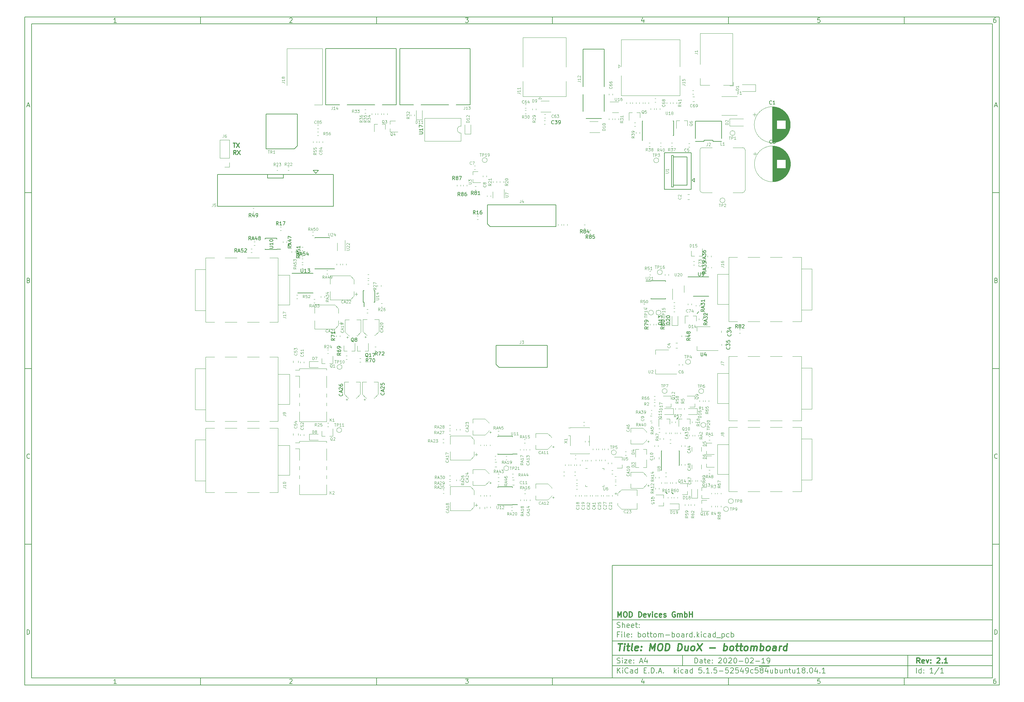
<source format=gbr>
G04 #@! TF.GenerationSoftware,KiCad,Pcbnew,5.1.5-52549c5~84~ubuntu18.04.1*
G04 #@! TF.CreationDate,2020-05-20T13:06:09+02:00*
G04 #@! TF.ProjectId,bottom-board,626f7474-6f6d-42d6-926f-6172642e6b69,2.1*
G04 #@! TF.SameCoordinates,PX48111b4PY15fd6c8*
G04 #@! TF.FileFunction,Legend,Top*
G04 #@! TF.FilePolarity,Positive*
%FSLAX46Y46*%
G04 Gerber Fmt 4.6, Leading zero omitted, Abs format (unit mm)*
G04 Created by KiCad (PCBNEW 5.1.5-52549c5~84~ubuntu18.04.1) date 2020-05-20 13:06:09*
%MOMM*%
%LPD*%
G04 APERTURE LIST*
%ADD10C,0.100000*%
%ADD11C,0.150000*%
%ADD12C,0.300000*%
%ADD13C,0.400000*%
%ADD14C,0.250000*%
%ADD15C,0.120000*%
G04 APERTURE END LIST*
D10*
D11*
X101434660Y-142949080D02*
X101434660Y-174949080D01*
X209434660Y-174949080D01*
X209434660Y-142949080D01*
X101434660Y-142949080D01*
D10*
D11*
X-65567540Y13058120D02*
X-65567540Y-176949080D01*
X211434660Y-176949080D01*
X211434660Y13058120D01*
X-65567540Y13058120D01*
D10*
D11*
X-63567540Y11058120D02*
X-63567540Y-174949080D01*
X209434660Y-174949080D01*
X209434660Y11058120D01*
X-63567540Y11058120D01*
D10*
D11*
X-15567540Y11058120D02*
X-15567540Y13058120D01*
D10*
D11*
X34432460Y11058120D02*
X34432460Y13058120D01*
D10*
D11*
X84432460Y11058120D02*
X84432460Y13058120D01*
D10*
D11*
X134432460Y11058120D02*
X134432460Y13058120D01*
D10*
D11*
X184432460Y11058120D02*
X184432460Y13058120D01*
D10*
D11*
X-39502064Y11470025D02*
X-40244921Y11470025D01*
X-39873493Y11470025D02*
X-39873493Y12770025D01*
X-39997302Y12584311D01*
X-40121112Y12460501D01*
X-40244921Y12398597D01*
D10*
D11*
X9755079Y12646216D02*
X9816983Y12708120D01*
X9940793Y12770025D01*
X10250317Y12770025D01*
X10374126Y12708120D01*
X10436031Y12646216D01*
X10497936Y12522406D01*
X10497936Y12398597D01*
X10436031Y12212882D01*
X9693174Y11470025D01*
X10497936Y11470025D01*
D10*
D11*
X59693174Y12770025D02*
X60497936Y12770025D01*
X60064602Y12274787D01*
X60250317Y12274787D01*
X60374126Y12212882D01*
X60436031Y12150978D01*
X60497936Y12027168D01*
X60497936Y11717644D01*
X60436031Y11593835D01*
X60374126Y11531930D01*
X60250317Y11470025D01*
X59878888Y11470025D01*
X59755079Y11531930D01*
X59693174Y11593835D01*
D10*
D11*
X110374126Y12336692D02*
X110374126Y11470025D01*
X110064602Y12831930D02*
X109755079Y11903359D01*
X110559840Y11903359D01*
D10*
D11*
X160436031Y12770025D02*
X159816983Y12770025D01*
X159755079Y12150978D01*
X159816983Y12212882D01*
X159940793Y12274787D01*
X160250317Y12274787D01*
X160374126Y12212882D01*
X160436031Y12150978D01*
X160497936Y12027168D01*
X160497936Y11717644D01*
X160436031Y11593835D01*
X160374126Y11531930D01*
X160250317Y11470025D01*
X159940793Y11470025D01*
X159816983Y11531930D01*
X159755079Y11593835D01*
D10*
D11*
X210374126Y12770025D02*
X210126507Y12770025D01*
X210002698Y12708120D01*
X209940793Y12646216D01*
X209816983Y12460501D01*
X209755079Y12212882D01*
X209755079Y11717644D01*
X209816983Y11593835D01*
X209878888Y11531930D01*
X210002698Y11470025D01*
X210250317Y11470025D01*
X210374126Y11531930D01*
X210436031Y11593835D01*
X210497936Y11717644D01*
X210497936Y12027168D01*
X210436031Y12150978D01*
X210374126Y12212882D01*
X210250317Y12274787D01*
X210002698Y12274787D01*
X209878888Y12212882D01*
X209816983Y12150978D01*
X209755079Y12027168D01*
D10*
D11*
X-15567540Y-174949080D02*
X-15567540Y-176949080D01*
D10*
D11*
X34432460Y-174949080D02*
X34432460Y-176949080D01*
D10*
D11*
X84432460Y-174949080D02*
X84432460Y-176949080D01*
D10*
D11*
X134432460Y-174949080D02*
X134432460Y-176949080D01*
D10*
D11*
X184432460Y-174949080D02*
X184432460Y-176949080D01*
D10*
D11*
X-39502064Y-176537175D02*
X-40244921Y-176537175D01*
X-39873493Y-176537175D02*
X-39873493Y-175237175D01*
X-39997302Y-175422889D01*
X-40121112Y-175546699D01*
X-40244921Y-175608603D01*
D10*
D11*
X9755079Y-175360984D02*
X9816983Y-175299080D01*
X9940793Y-175237175D01*
X10250317Y-175237175D01*
X10374126Y-175299080D01*
X10436031Y-175360984D01*
X10497936Y-175484794D01*
X10497936Y-175608603D01*
X10436031Y-175794318D01*
X9693174Y-176537175D01*
X10497936Y-176537175D01*
D10*
D11*
X59693174Y-175237175D02*
X60497936Y-175237175D01*
X60064602Y-175732413D01*
X60250317Y-175732413D01*
X60374126Y-175794318D01*
X60436031Y-175856222D01*
X60497936Y-175980032D01*
X60497936Y-176289556D01*
X60436031Y-176413365D01*
X60374126Y-176475270D01*
X60250317Y-176537175D01*
X59878888Y-176537175D01*
X59755079Y-176475270D01*
X59693174Y-176413365D01*
D10*
D11*
X110374126Y-175670508D02*
X110374126Y-176537175D01*
X110064602Y-175175270D02*
X109755079Y-176103841D01*
X110559840Y-176103841D01*
D10*
D11*
X160436031Y-175237175D02*
X159816983Y-175237175D01*
X159755079Y-175856222D01*
X159816983Y-175794318D01*
X159940793Y-175732413D01*
X160250317Y-175732413D01*
X160374126Y-175794318D01*
X160436031Y-175856222D01*
X160497936Y-175980032D01*
X160497936Y-176289556D01*
X160436031Y-176413365D01*
X160374126Y-176475270D01*
X160250317Y-176537175D01*
X159940793Y-176537175D01*
X159816983Y-176475270D01*
X159755079Y-176413365D01*
D10*
D11*
X210374126Y-175237175D02*
X210126507Y-175237175D01*
X210002698Y-175299080D01*
X209940793Y-175360984D01*
X209816983Y-175546699D01*
X209755079Y-175794318D01*
X209755079Y-176289556D01*
X209816983Y-176413365D01*
X209878888Y-176475270D01*
X210002698Y-176537175D01*
X210250317Y-176537175D01*
X210374126Y-176475270D01*
X210436031Y-176413365D01*
X210497936Y-176289556D01*
X210497936Y-175980032D01*
X210436031Y-175856222D01*
X210374126Y-175794318D01*
X210250317Y-175732413D01*
X210002698Y-175732413D01*
X209878888Y-175794318D01*
X209816983Y-175856222D01*
X209755079Y-175980032D01*
D10*
D11*
X-65567540Y-36941880D02*
X-63567540Y-36941880D01*
D10*
D11*
X-65567540Y-86941880D02*
X-63567540Y-86941880D01*
D10*
D11*
X-65567540Y-136941880D02*
X-63567540Y-136941880D01*
D10*
D11*
X-64877064Y-12158546D02*
X-64258017Y-12158546D01*
X-65000874Y-12529975D02*
X-64567540Y-11229975D01*
X-64134207Y-12529975D01*
D10*
D11*
X-64474683Y-61849022D02*
X-64288969Y-61910927D01*
X-64227064Y-61972832D01*
X-64165160Y-62096641D01*
X-64165160Y-62282356D01*
X-64227064Y-62406165D01*
X-64288969Y-62468070D01*
X-64412779Y-62529975D01*
X-64908017Y-62529975D01*
X-64908017Y-61229975D01*
X-64474683Y-61229975D01*
X-64350874Y-61291880D01*
X-64288969Y-61353784D01*
X-64227064Y-61477594D01*
X-64227064Y-61601403D01*
X-64288969Y-61725213D01*
X-64350874Y-61787118D01*
X-64474683Y-61849022D01*
X-64908017Y-61849022D01*
D10*
D11*
X-64165160Y-112406165D02*
X-64227064Y-112468070D01*
X-64412779Y-112529975D01*
X-64536588Y-112529975D01*
X-64722302Y-112468070D01*
X-64846112Y-112344260D01*
X-64908017Y-112220451D01*
X-64969921Y-111972832D01*
X-64969921Y-111787118D01*
X-64908017Y-111539499D01*
X-64846112Y-111415689D01*
X-64722302Y-111291880D01*
X-64536588Y-111229975D01*
X-64412779Y-111229975D01*
X-64227064Y-111291880D01*
X-64165160Y-111353784D01*
D10*
D11*
X-64908017Y-162529975D02*
X-64908017Y-161229975D01*
X-64598493Y-161229975D01*
X-64412779Y-161291880D01*
X-64288969Y-161415689D01*
X-64227064Y-161539499D01*
X-64165160Y-161787118D01*
X-64165160Y-161972832D01*
X-64227064Y-162220451D01*
X-64288969Y-162344260D01*
X-64412779Y-162468070D01*
X-64598493Y-162529975D01*
X-64908017Y-162529975D01*
D10*
D11*
X211434660Y-36941880D02*
X209434660Y-36941880D01*
D10*
D11*
X211434660Y-86941880D02*
X209434660Y-86941880D01*
D10*
D11*
X211434660Y-136941880D02*
X209434660Y-136941880D01*
D10*
D11*
X210125136Y-12158546D02*
X210744183Y-12158546D01*
X210001326Y-12529975D02*
X210434660Y-11229975D01*
X210867993Y-12529975D01*
D10*
D11*
X210527517Y-61849022D02*
X210713231Y-61910927D01*
X210775136Y-61972832D01*
X210837040Y-62096641D01*
X210837040Y-62282356D01*
X210775136Y-62406165D01*
X210713231Y-62468070D01*
X210589421Y-62529975D01*
X210094183Y-62529975D01*
X210094183Y-61229975D01*
X210527517Y-61229975D01*
X210651326Y-61291880D01*
X210713231Y-61353784D01*
X210775136Y-61477594D01*
X210775136Y-61601403D01*
X210713231Y-61725213D01*
X210651326Y-61787118D01*
X210527517Y-61849022D01*
X210094183Y-61849022D01*
D10*
D11*
X210837040Y-112406165D02*
X210775136Y-112468070D01*
X210589421Y-112529975D01*
X210465612Y-112529975D01*
X210279898Y-112468070D01*
X210156088Y-112344260D01*
X210094183Y-112220451D01*
X210032279Y-111972832D01*
X210032279Y-111787118D01*
X210094183Y-111539499D01*
X210156088Y-111415689D01*
X210279898Y-111291880D01*
X210465612Y-111229975D01*
X210589421Y-111229975D01*
X210775136Y-111291880D01*
X210837040Y-111353784D01*
D10*
D11*
X210094183Y-162529975D02*
X210094183Y-161229975D01*
X210403707Y-161229975D01*
X210589421Y-161291880D01*
X210713231Y-161415689D01*
X210775136Y-161539499D01*
X210837040Y-161787118D01*
X210837040Y-161972832D01*
X210775136Y-162220451D01*
X210713231Y-162344260D01*
X210589421Y-162468070D01*
X210403707Y-162529975D01*
X210094183Y-162529975D01*
D10*
D11*
X124866802Y-170727651D02*
X124866802Y-169227651D01*
X125223945Y-169227651D01*
X125438231Y-169299080D01*
X125581088Y-169441937D01*
X125652517Y-169584794D01*
X125723945Y-169870508D01*
X125723945Y-170084794D01*
X125652517Y-170370508D01*
X125581088Y-170513365D01*
X125438231Y-170656222D01*
X125223945Y-170727651D01*
X124866802Y-170727651D01*
X127009660Y-170727651D02*
X127009660Y-169941937D01*
X126938231Y-169799080D01*
X126795374Y-169727651D01*
X126509660Y-169727651D01*
X126366802Y-169799080D01*
X127009660Y-170656222D02*
X126866802Y-170727651D01*
X126509660Y-170727651D01*
X126366802Y-170656222D01*
X126295374Y-170513365D01*
X126295374Y-170370508D01*
X126366802Y-170227651D01*
X126509660Y-170156222D01*
X126866802Y-170156222D01*
X127009660Y-170084794D01*
X127509660Y-169727651D02*
X128081088Y-169727651D01*
X127723945Y-169227651D02*
X127723945Y-170513365D01*
X127795374Y-170656222D01*
X127938231Y-170727651D01*
X128081088Y-170727651D01*
X129152517Y-170656222D02*
X129009660Y-170727651D01*
X128723945Y-170727651D01*
X128581088Y-170656222D01*
X128509660Y-170513365D01*
X128509660Y-169941937D01*
X128581088Y-169799080D01*
X128723945Y-169727651D01*
X129009660Y-169727651D01*
X129152517Y-169799080D01*
X129223945Y-169941937D01*
X129223945Y-170084794D01*
X128509660Y-170227651D01*
X129866802Y-170584794D02*
X129938231Y-170656222D01*
X129866802Y-170727651D01*
X129795374Y-170656222D01*
X129866802Y-170584794D01*
X129866802Y-170727651D01*
X129866802Y-169799080D02*
X129938231Y-169870508D01*
X129866802Y-169941937D01*
X129795374Y-169870508D01*
X129866802Y-169799080D01*
X129866802Y-169941937D01*
X131652517Y-169370508D02*
X131723945Y-169299080D01*
X131866802Y-169227651D01*
X132223945Y-169227651D01*
X132366802Y-169299080D01*
X132438231Y-169370508D01*
X132509660Y-169513365D01*
X132509660Y-169656222D01*
X132438231Y-169870508D01*
X131581088Y-170727651D01*
X132509660Y-170727651D01*
X133438231Y-169227651D02*
X133581088Y-169227651D01*
X133723945Y-169299080D01*
X133795374Y-169370508D01*
X133866802Y-169513365D01*
X133938231Y-169799080D01*
X133938231Y-170156222D01*
X133866802Y-170441937D01*
X133795374Y-170584794D01*
X133723945Y-170656222D01*
X133581088Y-170727651D01*
X133438231Y-170727651D01*
X133295374Y-170656222D01*
X133223945Y-170584794D01*
X133152517Y-170441937D01*
X133081088Y-170156222D01*
X133081088Y-169799080D01*
X133152517Y-169513365D01*
X133223945Y-169370508D01*
X133295374Y-169299080D01*
X133438231Y-169227651D01*
X134509660Y-169370508D02*
X134581088Y-169299080D01*
X134723945Y-169227651D01*
X135081088Y-169227651D01*
X135223945Y-169299080D01*
X135295374Y-169370508D01*
X135366802Y-169513365D01*
X135366802Y-169656222D01*
X135295374Y-169870508D01*
X134438231Y-170727651D01*
X135366802Y-170727651D01*
X136295374Y-169227651D02*
X136438231Y-169227651D01*
X136581088Y-169299080D01*
X136652517Y-169370508D01*
X136723945Y-169513365D01*
X136795374Y-169799080D01*
X136795374Y-170156222D01*
X136723945Y-170441937D01*
X136652517Y-170584794D01*
X136581088Y-170656222D01*
X136438231Y-170727651D01*
X136295374Y-170727651D01*
X136152517Y-170656222D01*
X136081088Y-170584794D01*
X136009660Y-170441937D01*
X135938231Y-170156222D01*
X135938231Y-169799080D01*
X136009660Y-169513365D01*
X136081088Y-169370508D01*
X136152517Y-169299080D01*
X136295374Y-169227651D01*
X137438231Y-170156222D02*
X138581088Y-170156222D01*
X139581088Y-169227651D02*
X139723945Y-169227651D01*
X139866802Y-169299080D01*
X139938231Y-169370508D01*
X140009660Y-169513365D01*
X140081088Y-169799080D01*
X140081088Y-170156222D01*
X140009660Y-170441937D01*
X139938231Y-170584794D01*
X139866802Y-170656222D01*
X139723945Y-170727651D01*
X139581088Y-170727651D01*
X139438231Y-170656222D01*
X139366802Y-170584794D01*
X139295374Y-170441937D01*
X139223945Y-170156222D01*
X139223945Y-169799080D01*
X139295374Y-169513365D01*
X139366802Y-169370508D01*
X139438231Y-169299080D01*
X139581088Y-169227651D01*
X140652517Y-169370508D02*
X140723945Y-169299080D01*
X140866802Y-169227651D01*
X141223945Y-169227651D01*
X141366802Y-169299080D01*
X141438231Y-169370508D01*
X141509660Y-169513365D01*
X141509660Y-169656222D01*
X141438231Y-169870508D01*
X140581088Y-170727651D01*
X141509660Y-170727651D01*
X142152517Y-170156222D02*
X143295374Y-170156222D01*
X144795374Y-170727651D02*
X143938231Y-170727651D01*
X144366802Y-170727651D02*
X144366802Y-169227651D01*
X144223945Y-169441937D01*
X144081088Y-169584794D01*
X143938231Y-169656222D01*
X145509660Y-170727651D02*
X145795374Y-170727651D01*
X145938231Y-170656222D01*
X146009660Y-170584794D01*
X146152517Y-170370508D01*
X146223945Y-170084794D01*
X146223945Y-169513365D01*
X146152517Y-169370508D01*
X146081088Y-169299080D01*
X145938231Y-169227651D01*
X145652517Y-169227651D01*
X145509660Y-169299080D01*
X145438231Y-169370508D01*
X145366802Y-169513365D01*
X145366802Y-169870508D01*
X145438231Y-170013365D01*
X145509660Y-170084794D01*
X145652517Y-170156222D01*
X145938231Y-170156222D01*
X146081088Y-170084794D01*
X146152517Y-170013365D01*
X146223945Y-169870508D01*
D10*
D11*
X101434660Y-171449080D02*
X209434660Y-171449080D01*
D10*
D11*
X102866802Y-173527651D02*
X102866802Y-172027651D01*
X103723945Y-173527651D02*
X103081088Y-172670508D01*
X103723945Y-172027651D02*
X102866802Y-172884794D01*
X104366802Y-173527651D02*
X104366802Y-172527651D01*
X104366802Y-172027651D02*
X104295374Y-172099080D01*
X104366802Y-172170508D01*
X104438231Y-172099080D01*
X104366802Y-172027651D01*
X104366802Y-172170508D01*
X105938231Y-173384794D02*
X105866802Y-173456222D01*
X105652517Y-173527651D01*
X105509660Y-173527651D01*
X105295374Y-173456222D01*
X105152517Y-173313365D01*
X105081088Y-173170508D01*
X105009660Y-172884794D01*
X105009660Y-172670508D01*
X105081088Y-172384794D01*
X105152517Y-172241937D01*
X105295374Y-172099080D01*
X105509660Y-172027651D01*
X105652517Y-172027651D01*
X105866802Y-172099080D01*
X105938231Y-172170508D01*
X107223945Y-173527651D02*
X107223945Y-172741937D01*
X107152517Y-172599080D01*
X107009660Y-172527651D01*
X106723945Y-172527651D01*
X106581088Y-172599080D01*
X107223945Y-173456222D02*
X107081088Y-173527651D01*
X106723945Y-173527651D01*
X106581088Y-173456222D01*
X106509660Y-173313365D01*
X106509660Y-173170508D01*
X106581088Y-173027651D01*
X106723945Y-172956222D01*
X107081088Y-172956222D01*
X107223945Y-172884794D01*
X108581088Y-173527651D02*
X108581088Y-172027651D01*
X108581088Y-173456222D02*
X108438231Y-173527651D01*
X108152517Y-173527651D01*
X108009660Y-173456222D01*
X107938231Y-173384794D01*
X107866802Y-173241937D01*
X107866802Y-172813365D01*
X107938231Y-172670508D01*
X108009660Y-172599080D01*
X108152517Y-172527651D01*
X108438231Y-172527651D01*
X108581088Y-172599080D01*
X110438231Y-172741937D02*
X110938231Y-172741937D01*
X111152517Y-173527651D02*
X110438231Y-173527651D01*
X110438231Y-172027651D01*
X111152517Y-172027651D01*
X111795374Y-173384794D02*
X111866802Y-173456222D01*
X111795374Y-173527651D01*
X111723945Y-173456222D01*
X111795374Y-173384794D01*
X111795374Y-173527651D01*
X112509660Y-173527651D02*
X112509660Y-172027651D01*
X112866802Y-172027651D01*
X113081088Y-172099080D01*
X113223945Y-172241937D01*
X113295374Y-172384794D01*
X113366802Y-172670508D01*
X113366802Y-172884794D01*
X113295374Y-173170508D01*
X113223945Y-173313365D01*
X113081088Y-173456222D01*
X112866802Y-173527651D01*
X112509660Y-173527651D01*
X114009660Y-173384794D02*
X114081088Y-173456222D01*
X114009660Y-173527651D01*
X113938231Y-173456222D01*
X114009660Y-173384794D01*
X114009660Y-173527651D01*
X114652517Y-173099080D02*
X115366802Y-173099080D01*
X114509660Y-173527651D02*
X115009660Y-172027651D01*
X115509660Y-173527651D01*
X116009660Y-173384794D02*
X116081088Y-173456222D01*
X116009660Y-173527651D01*
X115938231Y-173456222D01*
X116009660Y-173384794D01*
X116009660Y-173527651D01*
X119009660Y-173527651D02*
X119009660Y-172027651D01*
X119152517Y-172956222D02*
X119581088Y-173527651D01*
X119581088Y-172527651D02*
X119009660Y-173099080D01*
X120223945Y-173527651D02*
X120223945Y-172527651D01*
X120223945Y-172027651D02*
X120152517Y-172099080D01*
X120223945Y-172170508D01*
X120295374Y-172099080D01*
X120223945Y-172027651D01*
X120223945Y-172170508D01*
X121581088Y-173456222D02*
X121438231Y-173527651D01*
X121152517Y-173527651D01*
X121009660Y-173456222D01*
X120938231Y-173384794D01*
X120866802Y-173241937D01*
X120866802Y-172813365D01*
X120938231Y-172670508D01*
X121009660Y-172599080D01*
X121152517Y-172527651D01*
X121438231Y-172527651D01*
X121581088Y-172599080D01*
X122866802Y-173527651D02*
X122866802Y-172741937D01*
X122795374Y-172599080D01*
X122652517Y-172527651D01*
X122366802Y-172527651D01*
X122223945Y-172599080D01*
X122866802Y-173456222D02*
X122723945Y-173527651D01*
X122366802Y-173527651D01*
X122223945Y-173456222D01*
X122152517Y-173313365D01*
X122152517Y-173170508D01*
X122223945Y-173027651D01*
X122366802Y-172956222D01*
X122723945Y-172956222D01*
X122866802Y-172884794D01*
X124223945Y-173527651D02*
X124223945Y-172027651D01*
X124223945Y-173456222D02*
X124081088Y-173527651D01*
X123795374Y-173527651D01*
X123652517Y-173456222D01*
X123581088Y-173384794D01*
X123509660Y-173241937D01*
X123509660Y-172813365D01*
X123581088Y-172670508D01*
X123652517Y-172599080D01*
X123795374Y-172527651D01*
X124081088Y-172527651D01*
X124223945Y-172599080D01*
X126795374Y-172027651D02*
X126081088Y-172027651D01*
X126009660Y-172741937D01*
X126081088Y-172670508D01*
X126223945Y-172599080D01*
X126581088Y-172599080D01*
X126723945Y-172670508D01*
X126795374Y-172741937D01*
X126866802Y-172884794D01*
X126866802Y-173241937D01*
X126795374Y-173384794D01*
X126723945Y-173456222D01*
X126581088Y-173527651D01*
X126223945Y-173527651D01*
X126081088Y-173456222D01*
X126009660Y-173384794D01*
X127509660Y-173384794D02*
X127581088Y-173456222D01*
X127509660Y-173527651D01*
X127438231Y-173456222D01*
X127509660Y-173384794D01*
X127509660Y-173527651D01*
X129009660Y-173527651D02*
X128152517Y-173527651D01*
X128581088Y-173527651D02*
X128581088Y-172027651D01*
X128438231Y-172241937D01*
X128295374Y-172384794D01*
X128152517Y-172456222D01*
X129652517Y-173384794D02*
X129723945Y-173456222D01*
X129652517Y-173527651D01*
X129581088Y-173456222D01*
X129652517Y-173384794D01*
X129652517Y-173527651D01*
X131081088Y-172027651D02*
X130366802Y-172027651D01*
X130295374Y-172741937D01*
X130366802Y-172670508D01*
X130509660Y-172599080D01*
X130866802Y-172599080D01*
X131009660Y-172670508D01*
X131081088Y-172741937D01*
X131152517Y-172884794D01*
X131152517Y-173241937D01*
X131081088Y-173384794D01*
X131009660Y-173456222D01*
X130866802Y-173527651D01*
X130509660Y-173527651D01*
X130366802Y-173456222D01*
X130295374Y-173384794D01*
X131795374Y-172956222D02*
X132938231Y-172956222D01*
X134366802Y-172027651D02*
X133652517Y-172027651D01*
X133581088Y-172741937D01*
X133652517Y-172670508D01*
X133795374Y-172599080D01*
X134152517Y-172599080D01*
X134295374Y-172670508D01*
X134366802Y-172741937D01*
X134438231Y-172884794D01*
X134438231Y-173241937D01*
X134366802Y-173384794D01*
X134295374Y-173456222D01*
X134152517Y-173527651D01*
X133795374Y-173527651D01*
X133652517Y-173456222D01*
X133581088Y-173384794D01*
X135009660Y-172170508D02*
X135081088Y-172099080D01*
X135223945Y-172027651D01*
X135581088Y-172027651D01*
X135723945Y-172099080D01*
X135795374Y-172170508D01*
X135866802Y-172313365D01*
X135866802Y-172456222D01*
X135795374Y-172670508D01*
X134938231Y-173527651D01*
X135866802Y-173527651D01*
X137223945Y-172027651D02*
X136509660Y-172027651D01*
X136438231Y-172741937D01*
X136509660Y-172670508D01*
X136652517Y-172599080D01*
X137009660Y-172599080D01*
X137152517Y-172670508D01*
X137223945Y-172741937D01*
X137295374Y-172884794D01*
X137295374Y-173241937D01*
X137223945Y-173384794D01*
X137152517Y-173456222D01*
X137009660Y-173527651D01*
X136652517Y-173527651D01*
X136509660Y-173456222D01*
X136438231Y-173384794D01*
X138581088Y-172527651D02*
X138581088Y-173527651D01*
X138223945Y-171956222D02*
X137866802Y-173027651D01*
X138795374Y-173027651D01*
X139438231Y-173527651D02*
X139723945Y-173527651D01*
X139866802Y-173456222D01*
X139938231Y-173384794D01*
X140081088Y-173170508D01*
X140152517Y-172884794D01*
X140152517Y-172313365D01*
X140081088Y-172170508D01*
X140009660Y-172099080D01*
X139866802Y-172027651D01*
X139581088Y-172027651D01*
X139438231Y-172099080D01*
X139366802Y-172170508D01*
X139295374Y-172313365D01*
X139295374Y-172670508D01*
X139366802Y-172813365D01*
X139438231Y-172884794D01*
X139581088Y-172956222D01*
X139866802Y-172956222D01*
X140009660Y-172884794D01*
X140081088Y-172813365D01*
X140152517Y-172670508D01*
X141438231Y-173456222D02*
X141295374Y-173527651D01*
X141009660Y-173527651D01*
X140866802Y-173456222D01*
X140795374Y-173384794D01*
X140723945Y-173241937D01*
X140723945Y-172813365D01*
X140795374Y-172670508D01*
X140866802Y-172599080D01*
X141009660Y-172527651D01*
X141295374Y-172527651D01*
X141438231Y-172599080D01*
X142795374Y-172027651D02*
X142081088Y-172027651D01*
X142009660Y-172741937D01*
X142081088Y-172670508D01*
X142223945Y-172599080D01*
X142581088Y-172599080D01*
X142723945Y-172670508D01*
X142795374Y-172741937D01*
X142866802Y-172884794D01*
X142866802Y-173241937D01*
X142795374Y-173384794D01*
X142723945Y-173456222D01*
X142581088Y-173527651D01*
X142223945Y-173527651D01*
X142081088Y-173456222D01*
X142009660Y-173384794D01*
X143152517Y-171619080D02*
X144581088Y-171619080D01*
X143723945Y-172670508D02*
X143581088Y-172599080D01*
X143509660Y-172527651D01*
X143438231Y-172384794D01*
X143438231Y-172313365D01*
X143509660Y-172170508D01*
X143581088Y-172099080D01*
X143723945Y-172027651D01*
X144009660Y-172027651D01*
X144152517Y-172099080D01*
X144223945Y-172170508D01*
X144295374Y-172313365D01*
X144295374Y-172384794D01*
X144223945Y-172527651D01*
X144152517Y-172599080D01*
X144009660Y-172670508D01*
X143723945Y-172670508D01*
X143581088Y-172741937D01*
X143509660Y-172813365D01*
X143438231Y-172956222D01*
X143438231Y-173241937D01*
X143509660Y-173384794D01*
X143581088Y-173456222D01*
X143723945Y-173527651D01*
X144009660Y-173527651D01*
X144152517Y-173456222D01*
X144223945Y-173384794D01*
X144295374Y-173241937D01*
X144295374Y-172956222D01*
X144223945Y-172813365D01*
X144152517Y-172741937D01*
X144009660Y-172670508D01*
X144581088Y-171619080D02*
X146009659Y-171619080D01*
X145581088Y-172527651D02*
X145581088Y-173527651D01*
X145223945Y-171956222D02*
X144866802Y-173027651D01*
X145795374Y-173027651D01*
X147009659Y-172527651D02*
X147009659Y-173527651D01*
X146366802Y-172527651D02*
X146366802Y-173313365D01*
X146438231Y-173456222D01*
X146581088Y-173527651D01*
X146795374Y-173527651D01*
X146938231Y-173456222D01*
X147009659Y-173384794D01*
X147723945Y-173527651D02*
X147723945Y-172027651D01*
X147723945Y-172599080D02*
X147866802Y-172527651D01*
X148152517Y-172527651D01*
X148295374Y-172599080D01*
X148366802Y-172670508D01*
X148438231Y-172813365D01*
X148438231Y-173241937D01*
X148366802Y-173384794D01*
X148295374Y-173456222D01*
X148152517Y-173527651D01*
X147866802Y-173527651D01*
X147723945Y-173456222D01*
X149723945Y-172527651D02*
X149723945Y-173527651D01*
X149081088Y-172527651D02*
X149081088Y-173313365D01*
X149152517Y-173456222D01*
X149295374Y-173527651D01*
X149509659Y-173527651D01*
X149652517Y-173456222D01*
X149723945Y-173384794D01*
X150438231Y-172527651D02*
X150438231Y-173527651D01*
X150438231Y-172670508D02*
X150509659Y-172599080D01*
X150652517Y-172527651D01*
X150866802Y-172527651D01*
X151009659Y-172599080D01*
X151081088Y-172741937D01*
X151081088Y-173527651D01*
X151581088Y-172527651D02*
X152152517Y-172527651D01*
X151795374Y-172027651D02*
X151795374Y-173313365D01*
X151866802Y-173456222D01*
X152009660Y-173527651D01*
X152152517Y-173527651D01*
X153295374Y-172527651D02*
X153295374Y-173527651D01*
X152652517Y-172527651D02*
X152652517Y-173313365D01*
X152723945Y-173456222D01*
X152866802Y-173527651D01*
X153081088Y-173527651D01*
X153223945Y-173456222D01*
X153295374Y-173384794D01*
X154795374Y-173527651D02*
X153938231Y-173527651D01*
X154366802Y-173527651D02*
X154366802Y-172027651D01*
X154223945Y-172241937D01*
X154081088Y-172384794D01*
X153938231Y-172456222D01*
X155652517Y-172670508D02*
X155509659Y-172599080D01*
X155438231Y-172527651D01*
X155366802Y-172384794D01*
X155366802Y-172313365D01*
X155438231Y-172170508D01*
X155509659Y-172099080D01*
X155652517Y-172027651D01*
X155938231Y-172027651D01*
X156081088Y-172099080D01*
X156152517Y-172170508D01*
X156223945Y-172313365D01*
X156223945Y-172384794D01*
X156152517Y-172527651D01*
X156081088Y-172599080D01*
X155938231Y-172670508D01*
X155652517Y-172670508D01*
X155509659Y-172741937D01*
X155438231Y-172813365D01*
X155366802Y-172956222D01*
X155366802Y-173241937D01*
X155438231Y-173384794D01*
X155509659Y-173456222D01*
X155652517Y-173527651D01*
X155938231Y-173527651D01*
X156081088Y-173456222D01*
X156152517Y-173384794D01*
X156223945Y-173241937D01*
X156223945Y-172956222D01*
X156152517Y-172813365D01*
X156081088Y-172741937D01*
X155938231Y-172670508D01*
X156866802Y-173384794D02*
X156938231Y-173456222D01*
X156866802Y-173527651D01*
X156795374Y-173456222D01*
X156866802Y-173384794D01*
X156866802Y-173527651D01*
X157866802Y-172027651D02*
X158009659Y-172027651D01*
X158152517Y-172099080D01*
X158223945Y-172170508D01*
X158295374Y-172313365D01*
X158366802Y-172599080D01*
X158366802Y-172956222D01*
X158295374Y-173241937D01*
X158223945Y-173384794D01*
X158152517Y-173456222D01*
X158009659Y-173527651D01*
X157866802Y-173527651D01*
X157723945Y-173456222D01*
X157652517Y-173384794D01*
X157581088Y-173241937D01*
X157509659Y-172956222D01*
X157509659Y-172599080D01*
X157581088Y-172313365D01*
X157652517Y-172170508D01*
X157723945Y-172099080D01*
X157866802Y-172027651D01*
X159652517Y-172527651D02*
X159652517Y-173527651D01*
X159295374Y-171956222D02*
X158938231Y-173027651D01*
X159866802Y-173027651D01*
X160438231Y-173384794D02*
X160509659Y-173456222D01*
X160438231Y-173527651D01*
X160366802Y-173456222D01*
X160438231Y-173384794D01*
X160438231Y-173527651D01*
X161938231Y-173527651D02*
X161081088Y-173527651D01*
X161509659Y-173527651D02*
X161509659Y-172027651D01*
X161366802Y-172241937D01*
X161223945Y-172384794D01*
X161081088Y-172456222D01*
D10*
D11*
X101434660Y-168449080D02*
X209434660Y-168449080D01*
D10*
D12*
X188843945Y-170727651D02*
X188343945Y-170013365D01*
X187986802Y-170727651D02*
X187986802Y-169227651D01*
X188558231Y-169227651D01*
X188701088Y-169299080D01*
X188772517Y-169370508D01*
X188843945Y-169513365D01*
X188843945Y-169727651D01*
X188772517Y-169870508D01*
X188701088Y-169941937D01*
X188558231Y-170013365D01*
X187986802Y-170013365D01*
X190058231Y-170656222D02*
X189915374Y-170727651D01*
X189629660Y-170727651D01*
X189486802Y-170656222D01*
X189415374Y-170513365D01*
X189415374Y-169941937D01*
X189486802Y-169799080D01*
X189629660Y-169727651D01*
X189915374Y-169727651D01*
X190058231Y-169799080D01*
X190129660Y-169941937D01*
X190129660Y-170084794D01*
X189415374Y-170227651D01*
X190629660Y-169727651D02*
X190986802Y-170727651D01*
X191343945Y-169727651D01*
X191915374Y-170584794D02*
X191986802Y-170656222D01*
X191915374Y-170727651D01*
X191843945Y-170656222D01*
X191915374Y-170584794D01*
X191915374Y-170727651D01*
X191915374Y-169799080D02*
X191986802Y-169870508D01*
X191915374Y-169941937D01*
X191843945Y-169870508D01*
X191915374Y-169799080D01*
X191915374Y-169941937D01*
X193701088Y-169370508D02*
X193772517Y-169299080D01*
X193915374Y-169227651D01*
X194272517Y-169227651D01*
X194415374Y-169299080D01*
X194486802Y-169370508D01*
X194558231Y-169513365D01*
X194558231Y-169656222D01*
X194486802Y-169870508D01*
X193629660Y-170727651D01*
X194558231Y-170727651D01*
X195201088Y-170584794D02*
X195272517Y-170656222D01*
X195201088Y-170727651D01*
X195129660Y-170656222D01*
X195201088Y-170584794D01*
X195201088Y-170727651D01*
X196701088Y-170727651D02*
X195843945Y-170727651D01*
X196272517Y-170727651D02*
X196272517Y-169227651D01*
X196129660Y-169441937D01*
X195986802Y-169584794D01*
X195843945Y-169656222D01*
D10*
D11*
X102795374Y-170656222D02*
X103009660Y-170727651D01*
X103366802Y-170727651D01*
X103509660Y-170656222D01*
X103581088Y-170584794D01*
X103652517Y-170441937D01*
X103652517Y-170299080D01*
X103581088Y-170156222D01*
X103509660Y-170084794D01*
X103366802Y-170013365D01*
X103081088Y-169941937D01*
X102938231Y-169870508D01*
X102866802Y-169799080D01*
X102795374Y-169656222D01*
X102795374Y-169513365D01*
X102866802Y-169370508D01*
X102938231Y-169299080D01*
X103081088Y-169227651D01*
X103438231Y-169227651D01*
X103652517Y-169299080D01*
X104295374Y-170727651D02*
X104295374Y-169727651D01*
X104295374Y-169227651D02*
X104223945Y-169299080D01*
X104295374Y-169370508D01*
X104366802Y-169299080D01*
X104295374Y-169227651D01*
X104295374Y-169370508D01*
X104866802Y-169727651D02*
X105652517Y-169727651D01*
X104866802Y-170727651D01*
X105652517Y-170727651D01*
X106795374Y-170656222D02*
X106652517Y-170727651D01*
X106366802Y-170727651D01*
X106223945Y-170656222D01*
X106152517Y-170513365D01*
X106152517Y-169941937D01*
X106223945Y-169799080D01*
X106366802Y-169727651D01*
X106652517Y-169727651D01*
X106795374Y-169799080D01*
X106866802Y-169941937D01*
X106866802Y-170084794D01*
X106152517Y-170227651D01*
X107509660Y-170584794D02*
X107581088Y-170656222D01*
X107509660Y-170727651D01*
X107438231Y-170656222D01*
X107509660Y-170584794D01*
X107509660Y-170727651D01*
X107509660Y-169799080D02*
X107581088Y-169870508D01*
X107509660Y-169941937D01*
X107438231Y-169870508D01*
X107509660Y-169799080D01*
X107509660Y-169941937D01*
X109295374Y-170299080D02*
X110009660Y-170299080D01*
X109152517Y-170727651D02*
X109652517Y-169227651D01*
X110152517Y-170727651D01*
X111295374Y-169727651D02*
X111295374Y-170727651D01*
X110938231Y-169156222D02*
X110581088Y-170227651D01*
X111509660Y-170227651D01*
D10*
D11*
X187866802Y-173527651D02*
X187866802Y-172027651D01*
X189223945Y-173527651D02*
X189223945Y-172027651D01*
X189223945Y-173456222D02*
X189081088Y-173527651D01*
X188795374Y-173527651D01*
X188652517Y-173456222D01*
X188581088Y-173384794D01*
X188509660Y-173241937D01*
X188509660Y-172813365D01*
X188581088Y-172670508D01*
X188652517Y-172599080D01*
X188795374Y-172527651D01*
X189081088Y-172527651D01*
X189223945Y-172599080D01*
X189938231Y-173384794D02*
X190009660Y-173456222D01*
X189938231Y-173527651D01*
X189866802Y-173456222D01*
X189938231Y-173384794D01*
X189938231Y-173527651D01*
X189938231Y-172599080D02*
X190009660Y-172670508D01*
X189938231Y-172741937D01*
X189866802Y-172670508D01*
X189938231Y-172599080D01*
X189938231Y-172741937D01*
X192581088Y-173527651D02*
X191723945Y-173527651D01*
X192152517Y-173527651D02*
X192152517Y-172027651D01*
X192009660Y-172241937D01*
X191866802Y-172384794D01*
X191723945Y-172456222D01*
X194295374Y-171956222D02*
X193009660Y-173884794D01*
X195581088Y-173527651D02*
X194723945Y-173527651D01*
X195152517Y-173527651D02*
X195152517Y-172027651D01*
X195009660Y-172241937D01*
X194866802Y-172384794D01*
X194723945Y-172456222D01*
D10*
D11*
X101434660Y-164449080D02*
X209434660Y-164449080D01*
D10*
D13*
X103147040Y-165153841D02*
X104289898Y-165153841D01*
X103468469Y-167153841D02*
X103718469Y-165153841D01*
X104706564Y-167153841D02*
X104873231Y-165820508D01*
X104956564Y-165153841D02*
X104849421Y-165249080D01*
X104932755Y-165344318D01*
X105039898Y-165249080D01*
X104956564Y-165153841D01*
X104932755Y-165344318D01*
X105539898Y-165820508D02*
X106301802Y-165820508D01*
X105908945Y-165153841D02*
X105694660Y-166868127D01*
X105766088Y-167058603D01*
X105944660Y-167153841D01*
X106135136Y-167153841D01*
X107087517Y-167153841D02*
X106908945Y-167058603D01*
X106837517Y-166868127D01*
X107051802Y-165153841D01*
X108623231Y-167058603D02*
X108420850Y-167153841D01*
X108039898Y-167153841D01*
X107861326Y-167058603D01*
X107789898Y-166868127D01*
X107885136Y-166106222D01*
X108004183Y-165915746D01*
X108206564Y-165820508D01*
X108587517Y-165820508D01*
X108766088Y-165915746D01*
X108837517Y-166106222D01*
X108813707Y-166296699D01*
X107837517Y-166487175D01*
X109587517Y-166963365D02*
X109670850Y-167058603D01*
X109563707Y-167153841D01*
X109480374Y-167058603D01*
X109587517Y-166963365D01*
X109563707Y-167153841D01*
X109718469Y-165915746D02*
X109801802Y-166010984D01*
X109694660Y-166106222D01*
X109611326Y-166010984D01*
X109718469Y-165915746D01*
X109694660Y-166106222D01*
X112039898Y-167153841D02*
X112289898Y-165153841D01*
X112777993Y-166582413D01*
X113623231Y-165153841D01*
X113373231Y-167153841D01*
X114956564Y-165153841D02*
X115337517Y-165153841D01*
X115516088Y-165249080D01*
X115682755Y-165439556D01*
X115730374Y-165820508D01*
X115647040Y-166487175D01*
X115504183Y-166868127D01*
X115289898Y-167058603D01*
X115087517Y-167153841D01*
X114706564Y-167153841D01*
X114527993Y-167058603D01*
X114361326Y-166868127D01*
X114313707Y-166487175D01*
X114397040Y-165820508D01*
X114539898Y-165439556D01*
X114754183Y-165249080D01*
X114956564Y-165153841D01*
X116420850Y-167153841D02*
X116670850Y-165153841D01*
X117147040Y-165153841D01*
X117420850Y-165249080D01*
X117587517Y-165439556D01*
X117658945Y-165630032D01*
X117706564Y-166010984D01*
X117670850Y-166296699D01*
X117527993Y-166677651D01*
X117408945Y-166868127D01*
X117194660Y-167058603D01*
X116897040Y-167153841D01*
X116420850Y-167153841D01*
X119944660Y-167153841D02*
X120194660Y-165153841D01*
X120670850Y-165153841D01*
X120944660Y-165249080D01*
X121111326Y-165439556D01*
X121182755Y-165630032D01*
X121230374Y-166010984D01*
X121194660Y-166296699D01*
X121051802Y-166677651D01*
X120932755Y-166868127D01*
X120718469Y-167058603D01*
X120420850Y-167153841D01*
X119944660Y-167153841D01*
X122968469Y-165820508D02*
X122801802Y-167153841D01*
X122111326Y-165820508D02*
X121980374Y-166868127D01*
X122051802Y-167058603D01*
X122230374Y-167153841D01*
X122516088Y-167153841D01*
X122718469Y-167058603D01*
X122825612Y-166963365D01*
X124039898Y-167153841D02*
X123861326Y-167058603D01*
X123777993Y-166963365D01*
X123706564Y-166772889D01*
X123777993Y-166201460D01*
X123897040Y-166010984D01*
X124004183Y-165915746D01*
X124206564Y-165820508D01*
X124492279Y-165820508D01*
X124670850Y-165915746D01*
X124754183Y-166010984D01*
X124825612Y-166201460D01*
X124754183Y-166772889D01*
X124635136Y-166963365D01*
X124527993Y-167058603D01*
X124325612Y-167153841D01*
X124039898Y-167153841D01*
X125623231Y-165153841D02*
X126706564Y-167153841D01*
X126956564Y-165153841D02*
X125373231Y-167153841D01*
X129087517Y-166391937D02*
X130611326Y-166391937D01*
X132992279Y-167153841D02*
X133242279Y-165153841D01*
X133147040Y-165915746D02*
X133349421Y-165820508D01*
X133730374Y-165820508D01*
X133908945Y-165915746D01*
X133992279Y-166010984D01*
X134063707Y-166201460D01*
X133992279Y-166772889D01*
X133873231Y-166963365D01*
X133766088Y-167058603D01*
X133563707Y-167153841D01*
X133182755Y-167153841D01*
X133004183Y-167058603D01*
X135087517Y-167153841D02*
X134908945Y-167058603D01*
X134825612Y-166963365D01*
X134754183Y-166772889D01*
X134825612Y-166201460D01*
X134944660Y-166010984D01*
X135051802Y-165915746D01*
X135254183Y-165820508D01*
X135539898Y-165820508D01*
X135718469Y-165915746D01*
X135801802Y-166010984D01*
X135873231Y-166201460D01*
X135801802Y-166772889D01*
X135682755Y-166963365D01*
X135575612Y-167058603D01*
X135373231Y-167153841D01*
X135087517Y-167153841D01*
X136492279Y-165820508D02*
X137254183Y-165820508D01*
X136861326Y-165153841D02*
X136647040Y-166868127D01*
X136718469Y-167058603D01*
X136897040Y-167153841D01*
X137087517Y-167153841D01*
X137635136Y-165820508D02*
X138397040Y-165820508D01*
X138004183Y-165153841D02*
X137789898Y-166868127D01*
X137861326Y-167058603D01*
X138039898Y-167153841D01*
X138230374Y-167153841D01*
X139182755Y-167153841D02*
X139004183Y-167058603D01*
X138920850Y-166963365D01*
X138849421Y-166772889D01*
X138920850Y-166201460D01*
X139039898Y-166010984D01*
X139147040Y-165915746D01*
X139349421Y-165820508D01*
X139635136Y-165820508D01*
X139813707Y-165915746D01*
X139897040Y-166010984D01*
X139968469Y-166201460D01*
X139897040Y-166772889D01*
X139777993Y-166963365D01*
X139670850Y-167058603D01*
X139468469Y-167153841D01*
X139182755Y-167153841D01*
X140706564Y-167153841D02*
X140873231Y-165820508D01*
X140849421Y-166010984D02*
X140956564Y-165915746D01*
X141158945Y-165820508D01*
X141444660Y-165820508D01*
X141623231Y-165915746D01*
X141694660Y-166106222D01*
X141563707Y-167153841D01*
X141694660Y-166106222D02*
X141813707Y-165915746D01*
X142016088Y-165820508D01*
X142301802Y-165820508D01*
X142480374Y-165915746D01*
X142551802Y-166106222D01*
X142420850Y-167153841D01*
X143373231Y-167153841D02*
X143623231Y-165153841D01*
X143527993Y-165915746D02*
X143730374Y-165820508D01*
X144111326Y-165820508D01*
X144289898Y-165915746D01*
X144373231Y-166010984D01*
X144444660Y-166201460D01*
X144373231Y-166772889D01*
X144254183Y-166963365D01*
X144147040Y-167058603D01*
X143944660Y-167153841D01*
X143563707Y-167153841D01*
X143385136Y-167058603D01*
X145468469Y-167153841D02*
X145289898Y-167058603D01*
X145206564Y-166963365D01*
X145135136Y-166772889D01*
X145206564Y-166201460D01*
X145325612Y-166010984D01*
X145432755Y-165915746D01*
X145635136Y-165820508D01*
X145920850Y-165820508D01*
X146099421Y-165915746D01*
X146182755Y-166010984D01*
X146254183Y-166201460D01*
X146182755Y-166772889D01*
X146063707Y-166963365D01*
X145956564Y-167058603D01*
X145754183Y-167153841D01*
X145468469Y-167153841D01*
X147849421Y-167153841D02*
X147980374Y-166106222D01*
X147908945Y-165915746D01*
X147730374Y-165820508D01*
X147349421Y-165820508D01*
X147147040Y-165915746D01*
X147861326Y-167058603D02*
X147658945Y-167153841D01*
X147182755Y-167153841D01*
X147004183Y-167058603D01*
X146932755Y-166868127D01*
X146956564Y-166677651D01*
X147075612Y-166487175D01*
X147277993Y-166391937D01*
X147754183Y-166391937D01*
X147956564Y-166296699D01*
X148801802Y-167153841D02*
X148968469Y-165820508D01*
X148920850Y-166201460D02*
X149039898Y-166010984D01*
X149147040Y-165915746D01*
X149349421Y-165820508D01*
X149539898Y-165820508D01*
X150897040Y-167153841D02*
X151147040Y-165153841D01*
X150908945Y-167058603D02*
X150706564Y-167153841D01*
X150325612Y-167153841D01*
X150147040Y-167058603D01*
X150063707Y-166963365D01*
X149992279Y-166772889D01*
X150063707Y-166201460D01*
X150182755Y-166010984D01*
X150289898Y-165915746D01*
X150492279Y-165820508D01*
X150873231Y-165820508D01*
X151051802Y-165915746D01*
D10*
D11*
X103366802Y-162541937D02*
X102866802Y-162541937D01*
X102866802Y-163327651D02*
X102866802Y-161827651D01*
X103581088Y-161827651D01*
X104152517Y-163327651D02*
X104152517Y-162327651D01*
X104152517Y-161827651D02*
X104081088Y-161899080D01*
X104152517Y-161970508D01*
X104223945Y-161899080D01*
X104152517Y-161827651D01*
X104152517Y-161970508D01*
X105081088Y-163327651D02*
X104938231Y-163256222D01*
X104866802Y-163113365D01*
X104866802Y-161827651D01*
X106223945Y-163256222D02*
X106081088Y-163327651D01*
X105795374Y-163327651D01*
X105652517Y-163256222D01*
X105581088Y-163113365D01*
X105581088Y-162541937D01*
X105652517Y-162399080D01*
X105795374Y-162327651D01*
X106081088Y-162327651D01*
X106223945Y-162399080D01*
X106295374Y-162541937D01*
X106295374Y-162684794D01*
X105581088Y-162827651D01*
X106938231Y-163184794D02*
X107009660Y-163256222D01*
X106938231Y-163327651D01*
X106866802Y-163256222D01*
X106938231Y-163184794D01*
X106938231Y-163327651D01*
X106938231Y-162399080D02*
X107009660Y-162470508D01*
X106938231Y-162541937D01*
X106866802Y-162470508D01*
X106938231Y-162399080D01*
X106938231Y-162541937D01*
X108795374Y-163327651D02*
X108795374Y-161827651D01*
X108795374Y-162399080D02*
X108938231Y-162327651D01*
X109223945Y-162327651D01*
X109366802Y-162399080D01*
X109438231Y-162470508D01*
X109509660Y-162613365D01*
X109509660Y-163041937D01*
X109438231Y-163184794D01*
X109366802Y-163256222D01*
X109223945Y-163327651D01*
X108938231Y-163327651D01*
X108795374Y-163256222D01*
X110366802Y-163327651D02*
X110223945Y-163256222D01*
X110152517Y-163184794D01*
X110081088Y-163041937D01*
X110081088Y-162613365D01*
X110152517Y-162470508D01*
X110223945Y-162399080D01*
X110366802Y-162327651D01*
X110581088Y-162327651D01*
X110723945Y-162399080D01*
X110795374Y-162470508D01*
X110866802Y-162613365D01*
X110866802Y-163041937D01*
X110795374Y-163184794D01*
X110723945Y-163256222D01*
X110581088Y-163327651D01*
X110366802Y-163327651D01*
X111295374Y-162327651D02*
X111866802Y-162327651D01*
X111509660Y-161827651D02*
X111509660Y-163113365D01*
X111581088Y-163256222D01*
X111723945Y-163327651D01*
X111866802Y-163327651D01*
X112152517Y-162327651D02*
X112723945Y-162327651D01*
X112366802Y-161827651D02*
X112366802Y-163113365D01*
X112438231Y-163256222D01*
X112581088Y-163327651D01*
X112723945Y-163327651D01*
X113438231Y-163327651D02*
X113295374Y-163256222D01*
X113223945Y-163184794D01*
X113152517Y-163041937D01*
X113152517Y-162613365D01*
X113223945Y-162470508D01*
X113295374Y-162399080D01*
X113438231Y-162327651D01*
X113652517Y-162327651D01*
X113795374Y-162399080D01*
X113866802Y-162470508D01*
X113938231Y-162613365D01*
X113938231Y-163041937D01*
X113866802Y-163184794D01*
X113795374Y-163256222D01*
X113652517Y-163327651D01*
X113438231Y-163327651D01*
X114581088Y-163327651D02*
X114581088Y-162327651D01*
X114581088Y-162470508D02*
X114652517Y-162399080D01*
X114795374Y-162327651D01*
X115009660Y-162327651D01*
X115152517Y-162399080D01*
X115223945Y-162541937D01*
X115223945Y-163327651D01*
X115223945Y-162541937D02*
X115295374Y-162399080D01*
X115438231Y-162327651D01*
X115652517Y-162327651D01*
X115795374Y-162399080D01*
X115866802Y-162541937D01*
X115866802Y-163327651D01*
X116581088Y-162756222D02*
X117723945Y-162756222D01*
X118438231Y-163327651D02*
X118438231Y-161827651D01*
X118438231Y-162399080D02*
X118581088Y-162327651D01*
X118866802Y-162327651D01*
X119009660Y-162399080D01*
X119081088Y-162470508D01*
X119152517Y-162613365D01*
X119152517Y-163041937D01*
X119081088Y-163184794D01*
X119009660Y-163256222D01*
X118866802Y-163327651D01*
X118581088Y-163327651D01*
X118438231Y-163256222D01*
X120009660Y-163327651D02*
X119866802Y-163256222D01*
X119795374Y-163184794D01*
X119723945Y-163041937D01*
X119723945Y-162613365D01*
X119795374Y-162470508D01*
X119866802Y-162399080D01*
X120009660Y-162327651D01*
X120223945Y-162327651D01*
X120366802Y-162399080D01*
X120438231Y-162470508D01*
X120509660Y-162613365D01*
X120509660Y-163041937D01*
X120438231Y-163184794D01*
X120366802Y-163256222D01*
X120223945Y-163327651D01*
X120009660Y-163327651D01*
X121795374Y-163327651D02*
X121795374Y-162541937D01*
X121723945Y-162399080D01*
X121581088Y-162327651D01*
X121295374Y-162327651D01*
X121152517Y-162399080D01*
X121795374Y-163256222D02*
X121652517Y-163327651D01*
X121295374Y-163327651D01*
X121152517Y-163256222D01*
X121081088Y-163113365D01*
X121081088Y-162970508D01*
X121152517Y-162827651D01*
X121295374Y-162756222D01*
X121652517Y-162756222D01*
X121795374Y-162684794D01*
X122509660Y-163327651D02*
X122509660Y-162327651D01*
X122509660Y-162613365D02*
X122581088Y-162470508D01*
X122652517Y-162399080D01*
X122795374Y-162327651D01*
X122938231Y-162327651D01*
X124081088Y-163327651D02*
X124081088Y-161827651D01*
X124081088Y-163256222D02*
X123938231Y-163327651D01*
X123652517Y-163327651D01*
X123509660Y-163256222D01*
X123438231Y-163184794D01*
X123366802Y-163041937D01*
X123366802Y-162613365D01*
X123438231Y-162470508D01*
X123509660Y-162399080D01*
X123652517Y-162327651D01*
X123938231Y-162327651D01*
X124081088Y-162399080D01*
X124795374Y-163184794D02*
X124866802Y-163256222D01*
X124795374Y-163327651D01*
X124723945Y-163256222D01*
X124795374Y-163184794D01*
X124795374Y-163327651D01*
X125509660Y-163327651D02*
X125509660Y-161827651D01*
X125652517Y-162756222D02*
X126081088Y-163327651D01*
X126081088Y-162327651D02*
X125509660Y-162899080D01*
X126723945Y-163327651D02*
X126723945Y-162327651D01*
X126723945Y-161827651D02*
X126652517Y-161899080D01*
X126723945Y-161970508D01*
X126795374Y-161899080D01*
X126723945Y-161827651D01*
X126723945Y-161970508D01*
X128081088Y-163256222D02*
X127938231Y-163327651D01*
X127652517Y-163327651D01*
X127509660Y-163256222D01*
X127438231Y-163184794D01*
X127366802Y-163041937D01*
X127366802Y-162613365D01*
X127438231Y-162470508D01*
X127509660Y-162399080D01*
X127652517Y-162327651D01*
X127938231Y-162327651D01*
X128081088Y-162399080D01*
X129366802Y-163327651D02*
X129366802Y-162541937D01*
X129295374Y-162399080D01*
X129152517Y-162327651D01*
X128866802Y-162327651D01*
X128723945Y-162399080D01*
X129366802Y-163256222D02*
X129223945Y-163327651D01*
X128866802Y-163327651D01*
X128723945Y-163256222D01*
X128652517Y-163113365D01*
X128652517Y-162970508D01*
X128723945Y-162827651D01*
X128866802Y-162756222D01*
X129223945Y-162756222D01*
X129366802Y-162684794D01*
X130723945Y-163327651D02*
X130723945Y-161827651D01*
X130723945Y-163256222D02*
X130581088Y-163327651D01*
X130295374Y-163327651D01*
X130152517Y-163256222D01*
X130081088Y-163184794D01*
X130009660Y-163041937D01*
X130009660Y-162613365D01*
X130081088Y-162470508D01*
X130152517Y-162399080D01*
X130295374Y-162327651D01*
X130581088Y-162327651D01*
X130723945Y-162399080D01*
X131081088Y-163470508D02*
X132223945Y-163470508D01*
X132581088Y-162327651D02*
X132581088Y-163827651D01*
X132581088Y-162399080D02*
X132723945Y-162327651D01*
X133009660Y-162327651D01*
X133152517Y-162399080D01*
X133223945Y-162470508D01*
X133295374Y-162613365D01*
X133295374Y-163041937D01*
X133223945Y-163184794D01*
X133152517Y-163256222D01*
X133009660Y-163327651D01*
X132723945Y-163327651D01*
X132581088Y-163256222D01*
X134581088Y-163256222D02*
X134438231Y-163327651D01*
X134152517Y-163327651D01*
X134009660Y-163256222D01*
X133938231Y-163184794D01*
X133866802Y-163041937D01*
X133866802Y-162613365D01*
X133938231Y-162470508D01*
X134009660Y-162399080D01*
X134152517Y-162327651D01*
X134438231Y-162327651D01*
X134581088Y-162399080D01*
X135223945Y-163327651D02*
X135223945Y-161827651D01*
X135223945Y-162399080D02*
X135366802Y-162327651D01*
X135652517Y-162327651D01*
X135795374Y-162399080D01*
X135866802Y-162470508D01*
X135938231Y-162613365D01*
X135938231Y-163041937D01*
X135866802Y-163184794D01*
X135795374Y-163256222D01*
X135652517Y-163327651D01*
X135366802Y-163327651D01*
X135223945Y-163256222D01*
D10*
D11*
X101434660Y-158449080D02*
X209434660Y-158449080D01*
D10*
D11*
X102795374Y-160556222D02*
X103009660Y-160627651D01*
X103366802Y-160627651D01*
X103509660Y-160556222D01*
X103581088Y-160484794D01*
X103652517Y-160341937D01*
X103652517Y-160199080D01*
X103581088Y-160056222D01*
X103509660Y-159984794D01*
X103366802Y-159913365D01*
X103081088Y-159841937D01*
X102938231Y-159770508D01*
X102866802Y-159699080D01*
X102795374Y-159556222D01*
X102795374Y-159413365D01*
X102866802Y-159270508D01*
X102938231Y-159199080D01*
X103081088Y-159127651D01*
X103438231Y-159127651D01*
X103652517Y-159199080D01*
X104295374Y-160627651D02*
X104295374Y-159127651D01*
X104938231Y-160627651D02*
X104938231Y-159841937D01*
X104866802Y-159699080D01*
X104723945Y-159627651D01*
X104509660Y-159627651D01*
X104366802Y-159699080D01*
X104295374Y-159770508D01*
X106223945Y-160556222D02*
X106081088Y-160627651D01*
X105795374Y-160627651D01*
X105652517Y-160556222D01*
X105581088Y-160413365D01*
X105581088Y-159841937D01*
X105652517Y-159699080D01*
X105795374Y-159627651D01*
X106081088Y-159627651D01*
X106223945Y-159699080D01*
X106295374Y-159841937D01*
X106295374Y-159984794D01*
X105581088Y-160127651D01*
X107509660Y-160556222D02*
X107366802Y-160627651D01*
X107081088Y-160627651D01*
X106938231Y-160556222D01*
X106866802Y-160413365D01*
X106866802Y-159841937D01*
X106938231Y-159699080D01*
X107081088Y-159627651D01*
X107366802Y-159627651D01*
X107509660Y-159699080D01*
X107581088Y-159841937D01*
X107581088Y-159984794D01*
X106866802Y-160127651D01*
X108009660Y-159627651D02*
X108581088Y-159627651D01*
X108223945Y-159127651D02*
X108223945Y-160413365D01*
X108295374Y-160556222D01*
X108438231Y-160627651D01*
X108581088Y-160627651D01*
X109081088Y-160484794D02*
X109152517Y-160556222D01*
X109081088Y-160627651D01*
X109009660Y-160556222D01*
X109081088Y-160484794D01*
X109081088Y-160627651D01*
X109081088Y-159699080D02*
X109152517Y-159770508D01*
X109081088Y-159841937D01*
X109009660Y-159770508D01*
X109081088Y-159699080D01*
X109081088Y-159841937D01*
D10*
D12*
X102986802Y-157627651D02*
X102986802Y-156127651D01*
X103486802Y-157199080D01*
X103986802Y-156127651D01*
X103986802Y-157627651D01*
X104986802Y-156127651D02*
X105272517Y-156127651D01*
X105415374Y-156199080D01*
X105558231Y-156341937D01*
X105629660Y-156627651D01*
X105629660Y-157127651D01*
X105558231Y-157413365D01*
X105415374Y-157556222D01*
X105272517Y-157627651D01*
X104986802Y-157627651D01*
X104843945Y-157556222D01*
X104701088Y-157413365D01*
X104629660Y-157127651D01*
X104629660Y-156627651D01*
X104701088Y-156341937D01*
X104843945Y-156199080D01*
X104986802Y-156127651D01*
X106272517Y-157627651D02*
X106272517Y-156127651D01*
X106629660Y-156127651D01*
X106843945Y-156199080D01*
X106986802Y-156341937D01*
X107058231Y-156484794D01*
X107129660Y-156770508D01*
X107129660Y-156984794D01*
X107058231Y-157270508D01*
X106986802Y-157413365D01*
X106843945Y-157556222D01*
X106629660Y-157627651D01*
X106272517Y-157627651D01*
X108915374Y-157627651D02*
X108915374Y-156127651D01*
X109272517Y-156127651D01*
X109486802Y-156199080D01*
X109629660Y-156341937D01*
X109701088Y-156484794D01*
X109772517Y-156770508D01*
X109772517Y-156984794D01*
X109701088Y-157270508D01*
X109629660Y-157413365D01*
X109486802Y-157556222D01*
X109272517Y-157627651D01*
X108915374Y-157627651D01*
X110986802Y-157556222D02*
X110843945Y-157627651D01*
X110558231Y-157627651D01*
X110415374Y-157556222D01*
X110343945Y-157413365D01*
X110343945Y-156841937D01*
X110415374Y-156699080D01*
X110558231Y-156627651D01*
X110843945Y-156627651D01*
X110986802Y-156699080D01*
X111058231Y-156841937D01*
X111058231Y-156984794D01*
X110343945Y-157127651D01*
X111558231Y-156627651D02*
X111915374Y-157627651D01*
X112272517Y-156627651D01*
X112843945Y-157627651D02*
X112843945Y-156627651D01*
X112843945Y-156127651D02*
X112772517Y-156199080D01*
X112843945Y-156270508D01*
X112915374Y-156199080D01*
X112843945Y-156127651D01*
X112843945Y-156270508D01*
X114201088Y-157556222D02*
X114058231Y-157627651D01*
X113772517Y-157627651D01*
X113629660Y-157556222D01*
X113558231Y-157484794D01*
X113486802Y-157341937D01*
X113486802Y-156913365D01*
X113558231Y-156770508D01*
X113629660Y-156699080D01*
X113772517Y-156627651D01*
X114058231Y-156627651D01*
X114201088Y-156699080D01*
X115415374Y-157556222D02*
X115272517Y-157627651D01*
X114986802Y-157627651D01*
X114843945Y-157556222D01*
X114772517Y-157413365D01*
X114772517Y-156841937D01*
X114843945Y-156699080D01*
X114986802Y-156627651D01*
X115272517Y-156627651D01*
X115415374Y-156699080D01*
X115486802Y-156841937D01*
X115486802Y-156984794D01*
X114772517Y-157127651D01*
X116058231Y-157556222D02*
X116201088Y-157627651D01*
X116486802Y-157627651D01*
X116629660Y-157556222D01*
X116701088Y-157413365D01*
X116701088Y-157341937D01*
X116629660Y-157199080D01*
X116486802Y-157127651D01*
X116272517Y-157127651D01*
X116129660Y-157056222D01*
X116058231Y-156913365D01*
X116058231Y-156841937D01*
X116129660Y-156699080D01*
X116272517Y-156627651D01*
X116486802Y-156627651D01*
X116629660Y-156699080D01*
X119272517Y-156199080D02*
X119129660Y-156127651D01*
X118915374Y-156127651D01*
X118701088Y-156199080D01*
X118558231Y-156341937D01*
X118486802Y-156484794D01*
X118415374Y-156770508D01*
X118415374Y-156984794D01*
X118486802Y-157270508D01*
X118558231Y-157413365D01*
X118701088Y-157556222D01*
X118915374Y-157627651D01*
X119058231Y-157627651D01*
X119272517Y-157556222D01*
X119343945Y-157484794D01*
X119343945Y-156984794D01*
X119058231Y-156984794D01*
X119986802Y-157627651D02*
X119986802Y-156627651D01*
X119986802Y-156770508D02*
X120058231Y-156699080D01*
X120201088Y-156627651D01*
X120415374Y-156627651D01*
X120558231Y-156699080D01*
X120629660Y-156841937D01*
X120629660Y-157627651D01*
X120629660Y-156841937D02*
X120701088Y-156699080D01*
X120843945Y-156627651D01*
X121058231Y-156627651D01*
X121201088Y-156699080D01*
X121272517Y-156841937D01*
X121272517Y-157627651D01*
X121986802Y-157627651D02*
X121986802Y-156127651D01*
X121986802Y-156699080D02*
X122129660Y-156627651D01*
X122415374Y-156627651D01*
X122558231Y-156699080D01*
X122629660Y-156770508D01*
X122701088Y-156913365D01*
X122701088Y-157341937D01*
X122629660Y-157484794D01*
X122558231Y-157556222D01*
X122415374Y-157627651D01*
X122129660Y-157627651D01*
X121986802Y-157556222D01*
X123343945Y-157627651D02*
X123343945Y-156127651D01*
X123343945Y-156841937D02*
X124201088Y-156841937D01*
X124201088Y-157627651D02*
X124201088Y-156127651D01*
D10*
D11*
X121434660Y-168449080D02*
X121434660Y-171449080D01*
D10*
D11*
X185434660Y-168449080D02*
X185434660Y-174949080D01*
D14*
X-6398335Y-22813617D02*
X-5712620Y-22813617D01*
X-6055478Y-24013617D02*
X-6055478Y-22813617D01*
X-5426906Y-22813617D02*
X-4626906Y-24013617D01*
X-4626906Y-22813617D02*
X-5426906Y-24013617D01*
X-5541192Y-26063617D02*
X-5941192Y-25492188D01*
X-6226906Y-26063617D02*
X-6226906Y-24863617D01*
X-5769763Y-24863617D01*
X-5655478Y-24920760D01*
X-5598335Y-24977902D01*
X-5541192Y-25092188D01*
X-5541192Y-25263617D01*
X-5598335Y-25377902D01*
X-5655478Y-25435045D01*
X-5769763Y-25492188D01*
X-6226906Y-25492188D01*
X-5141192Y-24863617D02*
X-4341192Y-26063617D01*
X-4341192Y-24863617D02*
X-5141192Y-26063617D01*
D11*
X9306560Y-51955700D02*
X9306560Y-51681380D01*
X9306560Y-51681380D02*
X9580880Y-51681380D01*
X9763760Y-52138580D02*
X9306560Y-51681380D01*
X127845820Y-71798500D02*
X127759460Y-71712140D01*
X127845820Y-71554660D02*
X127845820Y-71798500D01*
X125549660Y-71247320D02*
X126004320Y-70792660D01*
X119852169Y-101113189D02*
X119946149Y-101197009D01*
X119806449Y-101374809D02*
X119852169Y-101113189D01*
X120238249Y-100943009D02*
X119806449Y-101374809D01*
X118653560Y-122311160D02*
X118559580Y-122394980D01*
X118699280Y-122572780D02*
X118653560Y-122311160D01*
X118267480Y-122140980D02*
X118699280Y-122572780D01*
X116939060Y-122285760D02*
X116845080Y-122369580D01*
X116984780Y-122547380D02*
X116939060Y-122285760D01*
X116552980Y-122115580D02*
X116984780Y-122547380D01*
D15*
X28676210Y-66183130D02*
X28676210Y-65395630D01*
X29069960Y-65789380D02*
X28282460Y-65789380D01*
X28042460Y-61596317D02*
X26978023Y-60531880D01*
X28042460Y-66287443D02*
X26978023Y-67351880D01*
X28042460Y-66287443D02*
X28042460Y-65001880D01*
X28042460Y-61596317D02*
X28042460Y-62881880D01*
X26978023Y-60531880D02*
X21222460Y-60531880D01*
X26978023Y-67351880D02*
X21222460Y-67351880D01*
X21222460Y-67351880D02*
X21222460Y-65001880D01*
X21222460Y-60531880D02*
X21222460Y-62881880D01*
X61816580Y-115649340D02*
X61816580Y-116849340D01*
X61816580Y-120169340D02*
X61816580Y-118969340D01*
X65272143Y-120169340D02*
X61816580Y-120169340D01*
X65272143Y-115649340D02*
X61816580Y-115649340D01*
X66336580Y-116713777D02*
X66336580Y-116849340D01*
X66336580Y-119104903D02*
X66336580Y-118969340D01*
X66336580Y-119104903D02*
X65272143Y-120169340D01*
X66336580Y-116713777D02*
X65272143Y-115649340D01*
X67076580Y-119469340D02*
X66576580Y-119469340D01*
X66826580Y-119719340D02*
X66826580Y-119219340D01*
X123474600Y-101228620D02*
X122544600Y-101228620D01*
X120314600Y-101228620D02*
X121244600Y-101228620D01*
X120314600Y-101228620D02*
X120314600Y-103388620D01*
X123474600Y-101228620D02*
X123474600Y-102688620D01*
X118555020Y-64302640D02*
X118555020Y-67302640D01*
X121795020Y-63302640D02*
X121795020Y-65302640D01*
X125262460Y-71931880D02*
X125262460Y-73391880D01*
X122102460Y-71931880D02*
X122102460Y-74091880D01*
X122102460Y-71931880D02*
X123032460Y-71931880D01*
X125262460Y-71931880D02*
X124332460Y-71931880D01*
X119348980Y-102018781D02*
X119348980Y-102344339D01*
X118328980Y-102018781D02*
X118328980Y-102344339D01*
X31965559Y-70132480D02*
X31640001Y-70132480D01*
X31965559Y-71152480D02*
X31640001Y-71152480D01*
D11*
X30625620Y-68108700D02*
X30850620Y-68108700D01*
X30625620Y-64758700D02*
X30925620Y-64758700D01*
X33975620Y-64758700D02*
X33675620Y-64758700D01*
X33975620Y-68108700D02*
X33675620Y-68108700D01*
X30625620Y-68108700D02*
X30625620Y-64758700D01*
X33975620Y-68108700D02*
X33975620Y-64758700D01*
X30850620Y-68108700D02*
X30850620Y-69333700D01*
D15*
X19623580Y-66412401D02*
X19623580Y-66737959D01*
X18603580Y-66412401D02*
X18603580Y-66737959D01*
X139140400Y-36250320D02*
G75*
G02X138490400Y-36900320I-650000J0D01*
G01*
X126990400Y-36900320D02*
G75*
G02X126340400Y-36250320I0J650000D01*
G01*
X126340400Y-24750320D02*
G75*
G02X126990400Y-24100320I650000J0D01*
G01*
X138490400Y-24100320D02*
G75*
G02X139140400Y-24750320I0J-650000D01*
G01*
X129740400Y-36900320D02*
X126990400Y-36900320D01*
X129740400Y-24100320D02*
X126990400Y-24100320D01*
X138490400Y-36900320D02*
X135740400Y-36900320D01*
X126340400Y-36250320D02*
X126340400Y-24750320D01*
X138490400Y-24100320D02*
X135740400Y-24100320D01*
X139140400Y-24750320D02*
X139140400Y-36250320D01*
X94935654Y-111087482D02*
X94935654Y-111147482D01*
X94935654Y-111147482D02*
X89455654Y-111147482D01*
X89455654Y-111147482D02*
X89455654Y-111087482D01*
X94935654Y-106007482D02*
X94935654Y-108887482D01*
X88995654Y-103807482D02*
X89455654Y-103807482D01*
X89455654Y-103807482D02*
X89455654Y-103747482D01*
X89455654Y-103747482D02*
X94935654Y-103747482D01*
X94935654Y-103747482D02*
X94935654Y-103807482D01*
X89455654Y-108887482D02*
X89455654Y-106007482D01*
X89455654Y-106007482D02*
X88995654Y-106007482D01*
X93246895Y-102177522D02*
X93572453Y-102177522D01*
X93246895Y-103197522D02*
X93572453Y-103197522D01*
X79724980Y-13335319D02*
X79724980Y-13009761D01*
X78704980Y-13335319D02*
X78704980Y-13009761D01*
X76969839Y-13449840D02*
X76644281Y-13449840D01*
X76969839Y-14469840D02*
X76644281Y-14469840D01*
X76969839Y-12895040D02*
X76644281Y-12895040D01*
X76969839Y-11875040D02*
X76644281Y-11875040D01*
D11*
X125072600Y-22327100D02*
X127522600Y-22327100D01*
X130022600Y-22327100D02*
X132472600Y-22327100D01*
X125072600Y-21477100D02*
X125072600Y-16577100D01*
X132472600Y-21477100D02*
X132472600Y-16577100D01*
X125072600Y-16577100D02*
X132472600Y-16577100D01*
X130022600Y-22327100D02*
X130022600Y-22027100D01*
X130022600Y-22027100D02*
X127522600Y-22027100D01*
X127522600Y-22027100D02*
X127522600Y-22327100D01*
X118759549Y-26789880D02*
X122709561Y-26789880D01*
X118759549Y-34789880D02*
X122709561Y-34789880D01*
X122709561Y-34789880D02*
X122709561Y-26789724D01*
X123859561Y-25589880D02*
X123859561Y-35989880D01*
X116259561Y-25589880D02*
X123859561Y-25589880D01*
X116259561Y-25589880D02*
X116259561Y-35989880D01*
X116259561Y-35989880D02*
X123859561Y-35989880D01*
X124809561Y-32839880D02*
X124109561Y-33339880D01*
X124809561Y-33839880D02*
X124809561Y-32839880D01*
X124109561Y-33339880D02*
X124809561Y-33839880D01*
X118259561Y-35289880D02*
X118759561Y-35289880D01*
X118759561Y-35289880D02*
X118759561Y-26289880D01*
X118759561Y-26289880D02*
X118259561Y-26289880D01*
X118259561Y-26289880D02*
X118259561Y-35289880D01*
X22170080Y-31728820D02*
X22170080Y-40828820D01*
X22170080Y-31728820D02*
X-10729920Y-31728820D01*
X22170080Y-40828820D02*
X-10729920Y-40828820D01*
X-10729920Y-31728820D02*
X-10729920Y-40828820D01*
X16388080Y-30563820D02*
X17150080Y-31452820D01*
X17912080Y-30563820D02*
X16388080Y-30563820D01*
X17150080Y-31452820D02*
X17912080Y-30563820D01*
X7970080Y-32732020D02*
X3470080Y-32732020D01*
X7970080Y-32732020D02*
X7970080Y-31728820D01*
X3470080Y-32732020D02*
X3470080Y-31728820D01*
D15*
X11351580Y-108044880D02*
X12551580Y-108044880D01*
X12551580Y-108044880D02*
X12551580Y-107644880D01*
X12551580Y-107644880D02*
X20251580Y-107644880D01*
X20251580Y-107644880D02*
X20251580Y-108044880D01*
X20251580Y-109744880D02*
X20251580Y-113044880D01*
X12551580Y-109744880D02*
X12551580Y-113044880D01*
X12551580Y-109744880D02*
X11351580Y-109744880D01*
X12551580Y-114744880D02*
X12551580Y-115744880D01*
X12551580Y-117344880D02*
X12551580Y-118244880D01*
X12551580Y-119944880D02*
X12551580Y-122744880D01*
X12551580Y-122744880D02*
X20251580Y-122744880D01*
X20251580Y-122744880D02*
X20251580Y-119944880D01*
X20251580Y-118244880D02*
X20251580Y-117344880D01*
X20251580Y-115744880D02*
X20251580Y-114744880D01*
X90649520Y-114579619D02*
X90649520Y-114254061D01*
X89629520Y-114579619D02*
X89629520Y-114254061D01*
X155155400Y-103647700D02*
X155155400Y-121937700D01*
X155155400Y-121937700D02*
X152605400Y-121937700D01*
X149695400Y-121937700D02*
X146265400Y-121937700D01*
X143345400Y-121937700D02*
X139915400Y-121937700D01*
X139915400Y-103647700D02*
X143345400Y-103647700D01*
X146265400Y-103647700D02*
X149695400Y-103647700D01*
X152605400Y-103647700D02*
X155155400Y-103647700D01*
X134545400Y-103647700D02*
X136995400Y-103647700D01*
X134545400Y-121937700D02*
X136995400Y-121937700D01*
X134545400Y-103647700D02*
X134545400Y-121937700D01*
X158155400Y-118647700D02*
X155155400Y-118647700D01*
X158155400Y-106947700D02*
X158155400Y-118647700D01*
X158155400Y-106947700D02*
X155155400Y-106947700D01*
X134515400Y-108537700D02*
X131295400Y-108537700D01*
X131275400Y-108537700D02*
X131275400Y-117017700D01*
X134515400Y-117047700D02*
X131295400Y-117047700D01*
X134515400Y-96842000D02*
X131295400Y-96842000D01*
X131275400Y-88332000D02*
X131275400Y-96812000D01*
X134515400Y-88332000D02*
X131295400Y-88332000D01*
X158155400Y-86742000D02*
X155155400Y-86742000D01*
X158155400Y-86742000D02*
X158155400Y-98442000D01*
X158155400Y-98442000D02*
X155155400Y-98442000D01*
X134545400Y-83442000D02*
X134545400Y-101732000D01*
X134545400Y-101732000D02*
X136995400Y-101732000D01*
X134545400Y-83442000D02*
X136995400Y-83442000D01*
X152605400Y-83442000D02*
X155155400Y-83442000D01*
X146265400Y-83442000D02*
X149695400Y-83442000D01*
X139915400Y-83442000D02*
X143345400Y-83442000D01*
X143345400Y-101732000D02*
X139915400Y-101732000D01*
X149695400Y-101732000D02*
X146265400Y-101732000D01*
X155155400Y-101732000D02*
X152605400Y-101732000D01*
X155155400Y-83442000D02*
X155155400Y-101732000D01*
X-14147300Y-122157700D02*
X-14147300Y-103867700D01*
X-14147300Y-103867700D02*
X-11597300Y-103867700D01*
X-8687300Y-103867700D02*
X-5257300Y-103867700D01*
X-2337300Y-103867700D02*
X1092700Y-103867700D01*
X1092700Y-122157700D02*
X-2337300Y-122157700D01*
X-5257300Y-122157700D02*
X-8687300Y-122157700D01*
X-11597300Y-122157700D02*
X-14147300Y-122157700D01*
X6462700Y-122157700D02*
X4012700Y-122157700D01*
X6462700Y-103867700D02*
X4012700Y-103867700D01*
X6462700Y-122157700D02*
X6462700Y-103867700D01*
X-17147300Y-107157700D02*
X-14147300Y-107157700D01*
X-17147300Y-118857700D02*
X-17147300Y-107157700D01*
X-17147300Y-118857700D02*
X-14147300Y-118857700D01*
X6492700Y-117267700D02*
X9712700Y-117267700D01*
X9732700Y-117267700D02*
X9732700Y-108787700D01*
X6492700Y-108757700D02*
X9712700Y-108757700D01*
X-14147300Y-101964700D02*
X-14147300Y-83674700D01*
X-14147300Y-83674700D02*
X-11597300Y-83674700D01*
X-8687300Y-83674700D02*
X-5257300Y-83674700D01*
X-2337300Y-83674700D02*
X1092700Y-83674700D01*
X1092700Y-101964700D02*
X-2337300Y-101964700D01*
X-5257300Y-101964700D02*
X-8687300Y-101964700D01*
X-11597300Y-101964700D02*
X-14147300Y-101964700D01*
X6462700Y-101964700D02*
X4012700Y-101964700D01*
X6462700Y-83674700D02*
X4012700Y-83674700D01*
X6462700Y-101964700D02*
X6462700Y-83674700D01*
X-17147300Y-86964700D02*
X-14147300Y-86964700D01*
X-17147300Y-98664700D02*
X-17147300Y-86964700D01*
X-17147300Y-98664700D02*
X-14147300Y-98664700D01*
X6492700Y-97074700D02*
X9712700Y-97074700D01*
X9732700Y-97074700D02*
X9732700Y-88594700D01*
X6492700Y-88564700D02*
X9712700Y-88564700D01*
X155155400Y-55248000D02*
X155155400Y-73538000D01*
X155155400Y-73538000D02*
X152605400Y-73538000D01*
X149695400Y-73538000D02*
X146265400Y-73538000D01*
X143345400Y-73538000D02*
X139915400Y-73538000D01*
X139915400Y-55248000D02*
X143345400Y-55248000D01*
X146265400Y-55248000D02*
X149695400Y-55248000D01*
X152605400Y-55248000D02*
X155155400Y-55248000D01*
X134545400Y-55248000D02*
X136995400Y-55248000D01*
X134545400Y-73538000D02*
X136995400Y-73538000D01*
X134545400Y-55248000D02*
X134545400Y-73538000D01*
X158155400Y-70248000D02*
X155155400Y-70248000D01*
X158155400Y-58548000D02*
X158155400Y-70248000D01*
X158155400Y-58548000D02*
X155155400Y-58548000D01*
X134515400Y-60138000D02*
X131295400Y-60138000D01*
X131275400Y-60138000D02*
X131275400Y-68618000D01*
X134515400Y-68648000D02*
X131295400Y-68648000D01*
X122801882Y-38865880D02*
X123319038Y-38865880D01*
X122801882Y-37445880D02*
X123319038Y-37445880D01*
X119423922Y-79686080D02*
X119941078Y-79686080D01*
X119423922Y-81106080D02*
X119941078Y-81106080D01*
X123126181Y-23933880D02*
X123451739Y-23933880D01*
X123126181Y-22913880D02*
X123451739Y-22913880D01*
X121439400Y-85676521D02*
X121439400Y-86002079D01*
X120419400Y-85676521D02*
X120419400Y-86002079D01*
X105064341Y-110576900D02*
X105389899Y-110576900D01*
X105064341Y-111596900D02*
X105389899Y-111596900D01*
X101274927Y-114006861D02*
X101274927Y-113681303D01*
X100254927Y-114006861D02*
X100254927Y-113681303D01*
X91021440Y-123261339D02*
X91021440Y-122935781D01*
X92041440Y-123261339D02*
X92041440Y-122935781D01*
X93604386Y-122935781D02*
X93604386Y-123261339D01*
X92584386Y-122935781D02*
X92584386Y-123261339D01*
X101546879Y-116953760D02*
X101221321Y-116953760D01*
X101546879Y-115933760D02*
X101221321Y-115933760D01*
X90700641Y-117388100D02*
X91026199Y-117388100D01*
X90700641Y-116368100D02*
X91026199Y-116368100D01*
X101419120Y-123261339D02*
X101419120Y-122935781D01*
X100399120Y-123261339D02*
X100399120Y-122935781D01*
X108474800Y-126917740D02*
X108474800Y-125217740D01*
X108474800Y-121397740D02*
X108474800Y-123097740D01*
X104019237Y-121397740D02*
X108474800Y-121397740D01*
X104019237Y-126917740D02*
X108474800Y-126917740D01*
X102954800Y-125853303D02*
X102954800Y-125217740D01*
X102954800Y-122462177D02*
X102954800Y-123097740D01*
X102954800Y-122462177D02*
X104019237Y-121397740D01*
X102954800Y-125853303D02*
X104019237Y-126917740D01*
X102089800Y-122472740D02*
X102714800Y-122472740D01*
X102402300Y-122160240D02*
X102402300Y-122785240D01*
X94417950Y-112920573D02*
X94417950Y-113246131D01*
X95437950Y-112920573D02*
X95437950Y-113246131D01*
X97273224Y-123261339D02*
X97273224Y-122935781D01*
X98293224Y-123261339D02*
X98293224Y-122935781D01*
X92843150Y-113246131D02*
X92843150Y-112920573D01*
X93863150Y-113246131D02*
X93863150Y-112920573D01*
X99856170Y-122935781D02*
X99856170Y-123261339D01*
X98836170Y-122935781D02*
X98836170Y-123261339D01*
X91178161Y-120195880D02*
X91503719Y-120195880D01*
X91178161Y-121215880D02*
X91503719Y-121215880D01*
X91507705Y-118594571D02*
X91182147Y-118594571D01*
X91507705Y-119614571D02*
X91182147Y-119614571D01*
X102546879Y-118593520D02*
X102221321Y-118593520D01*
X102546879Y-117573520D02*
X102221321Y-117573520D01*
X102221321Y-120165780D02*
X102546879Y-120165780D01*
X102221321Y-119145780D02*
X102546879Y-119145780D01*
X88635300Y-46233399D02*
X88635300Y-45907841D01*
X87615300Y-46233399D02*
X87615300Y-45907841D01*
X86017640Y-45907841D02*
X86017640Y-46233399D01*
X87037640Y-45907841D02*
X87037640Y-46233399D01*
X65839877Y-38044339D02*
X65839877Y-37718781D01*
X66859877Y-38044339D02*
X66859877Y-37718781D01*
X113426780Y-108777721D02*
X113426780Y-109103279D01*
X114446780Y-108777721D02*
X114446780Y-109103279D01*
X13773880Y-84988081D02*
X13773880Y-85313639D01*
X12753880Y-84988081D02*
X12753880Y-85313639D01*
X13773880Y-105681461D02*
X13773880Y-106007019D01*
X12753880Y-105681461D02*
X12753880Y-106007019D01*
X32247499Y-61256640D02*
X31921941Y-61256640D01*
X32247499Y-60236640D02*
X31921941Y-60236640D01*
X31921941Y-61874940D02*
X32247499Y-61874940D01*
X31921941Y-62894940D02*
X32247499Y-62894940D01*
X82100201Y-15686500D02*
X82425759Y-15686500D01*
X82100201Y-14666500D02*
X82425759Y-14666500D01*
X100482940Y-15849381D02*
X100482940Y-16174939D01*
X101502940Y-15849381D02*
X101502940Y-16174939D01*
X101513100Y-8783101D02*
X101513100Y-9108659D01*
X100493100Y-8783101D02*
X100493100Y-9108659D01*
X105494360Y-11562299D02*
X105494360Y-11236741D01*
X106514360Y-11562299D02*
X106514360Y-11236741D01*
X117954520Y-11567379D02*
X117954520Y-11241821D01*
X116934520Y-11567379D02*
X116934520Y-11241821D01*
X124264976Y-9616951D02*
X124782132Y-9616951D01*
X124264976Y-11036951D02*
X124782132Y-11036951D01*
X124213555Y-7876391D02*
X124539113Y-7876391D01*
X124213555Y-8896391D02*
X124539113Y-8896391D01*
X108046639Y-18002980D02*
X107721081Y-18002980D01*
X108046639Y-16982980D02*
X107721081Y-16982980D01*
X124782739Y-57451880D02*
X124457181Y-57451880D01*
X124782739Y-56431880D02*
X124457181Y-56431880D01*
X122922460Y-68824659D02*
X122922460Y-68499101D01*
X123942460Y-68824659D02*
X123942460Y-68499101D01*
X118900644Y-70775624D02*
X119226202Y-70775624D01*
X118900644Y-69755624D02*
X119226202Y-69755624D01*
X119226202Y-69175424D02*
X118900644Y-69175424D01*
X119226202Y-68155424D02*
X118900644Y-68155424D01*
X117451600Y-60119041D02*
X117451600Y-60444599D01*
X116431600Y-60119041D02*
X116431600Y-60444599D01*
X25790620Y-57149781D02*
X25790620Y-57475339D01*
X24770620Y-57149781D02*
X24770620Y-57475339D01*
X24134540Y-57485499D02*
X24134540Y-57159941D01*
X23114540Y-57485499D02*
X23114540Y-57159941D01*
X13234877Y-54089840D02*
X13560435Y-54089840D01*
X13234877Y-55109840D02*
X13560435Y-55109840D01*
X13234877Y-56760840D02*
X13560435Y-56760840D01*
X13234877Y-55740840D02*
X13560435Y-55740840D01*
X19123822Y-22348282D02*
X19123822Y-22673840D01*
X18103822Y-22348282D02*
X18103822Y-22673840D01*
X17899599Y-17714500D02*
X17574041Y-17714500D01*
X17899599Y-18734500D02*
X17574041Y-18734500D01*
X95710278Y-122935781D02*
X95710278Y-123261339D01*
X96730278Y-122935781D02*
X96730278Y-123261339D01*
X94147332Y-122935781D02*
X94147332Y-123261339D01*
X95167332Y-122935781D02*
X95167332Y-123261339D01*
X124290040Y-105805921D02*
X124290040Y-106131479D01*
X123270040Y-105805921D02*
X123270040Y-106131479D01*
X126719160Y-110505324D02*
X126719160Y-109301196D01*
X123999160Y-110505324D02*
X123999160Y-109301196D01*
X118102599Y-108233940D02*
X117777041Y-108233940D01*
X118102599Y-107213940D02*
X117777041Y-107213940D01*
X111667740Y-107948980D02*
X111667740Y-107448980D01*
X111917740Y-107698980D02*
X111417740Y-107698980D01*
X111177740Y-104943417D02*
X110113303Y-103878980D01*
X111177740Y-107334543D02*
X110113303Y-108398980D01*
X111177740Y-107334543D02*
X111177740Y-107198980D01*
X111177740Y-104943417D02*
X111177740Y-105078980D01*
X110113303Y-103878980D02*
X106657740Y-103878980D01*
X110113303Y-108398980D02*
X106657740Y-108398980D01*
X106657740Y-108398980D02*
X106657740Y-107198980D01*
X106657740Y-103878980D02*
X106657740Y-105078980D01*
X124062520Y-119014459D02*
X124062520Y-118688901D01*
X125082520Y-119014459D02*
X125082520Y-118688901D01*
X126719160Y-114320236D02*
X126719160Y-115524364D01*
X123999160Y-114320236D02*
X123999160Y-115524364D01*
X116827519Y-116627180D02*
X116501961Y-116627180D01*
X116827519Y-117647180D02*
X116501961Y-117647180D01*
X111670280Y-120501660D02*
X111670280Y-120001660D01*
X111920280Y-120251660D02*
X111420280Y-120251660D01*
X111180280Y-117496097D02*
X110115843Y-116431660D01*
X111180280Y-119887223D02*
X110115843Y-120951660D01*
X111180280Y-119887223D02*
X111180280Y-119751660D01*
X111180280Y-117496097D02*
X111180280Y-117631660D01*
X110115843Y-116431660D02*
X106660280Y-116431660D01*
X110115843Y-120951660D02*
X106660280Y-120951660D01*
X106660280Y-120951660D02*
X106660280Y-119751660D01*
X106660280Y-116431660D02*
X106660280Y-117631660D01*
X79616900Y-105375040D02*
X79616900Y-106575040D01*
X79616900Y-109895040D02*
X79616900Y-108695040D01*
X83072463Y-109895040D02*
X79616900Y-109895040D01*
X83072463Y-105375040D02*
X79616900Y-105375040D01*
X84136900Y-106439477D02*
X84136900Y-106575040D01*
X84136900Y-108830603D02*
X84136900Y-108695040D01*
X84136900Y-108830603D02*
X83072463Y-109895040D01*
X84136900Y-106439477D02*
X83072463Y-105375040D01*
X84876900Y-109195040D02*
X84376900Y-109195040D01*
X84626900Y-109445040D02*
X84626900Y-108945040D01*
X84682780Y-123829060D02*
X84682780Y-123329060D01*
X84932780Y-123579060D02*
X84432780Y-123579060D01*
X84192780Y-120823497D02*
X83128343Y-119759060D01*
X84192780Y-123214623D02*
X83128343Y-124279060D01*
X84192780Y-123214623D02*
X84192780Y-123079060D01*
X84192780Y-120823497D02*
X84192780Y-120959060D01*
X83128343Y-119759060D02*
X79672780Y-119759060D01*
X83128343Y-124279060D02*
X79672780Y-124279060D01*
X79672780Y-124279060D02*
X79672780Y-123079060D01*
X79672780Y-119759060D02*
X79672780Y-120959060D01*
X76947300Y-110185419D02*
X76947300Y-109859861D01*
X77967300Y-110185419D02*
X77967300Y-109859861D01*
X77003180Y-124569539D02*
X77003180Y-124243981D01*
X78023180Y-124569539D02*
X78023180Y-124243981D01*
X66664300Y-108915419D02*
X66664300Y-108589861D01*
X65644300Y-108915419D02*
X65644300Y-108589861D01*
X66720180Y-123299539D02*
X66720180Y-122973981D01*
X65700180Y-123299539D02*
X65700180Y-122973981D01*
X62786330Y-111776210D02*
X62786330Y-110988710D01*
X63180080Y-111382460D02*
X62392580Y-111382460D01*
X62152580Y-107189397D02*
X61088143Y-106124960D01*
X62152580Y-111880523D02*
X61088143Y-112944960D01*
X62152580Y-111880523D02*
X62152580Y-110594960D01*
X62152580Y-107189397D02*
X62152580Y-108474960D01*
X61088143Y-106124960D02*
X55332580Y-106124960D01*
X61088143Y-112944960D02*
X55332580Y-112944960D01*
X55332580Y-112944960D02*
X55332580Y-110594960D01*
X55332580Y-106124960D02*
X55332580Y-108474960D01*
X55332580Y-120519140D02*
X55332580Y-122869140D01*
X55332580Y-127339140D02*
X55332580Y-124989140D01*
X61088143Y-127339140D02*
X55332580Y-127339140D01*
X61088143Y-120519140D02*
X55332580Y-120519140D01*
X62152580Y-121583577D02*
X62152580Y-122869140D01*
X62152580Y-126274703D02*
X62152580Y-124989140D01*
X62152580Y-126274703D02*
X61088143Y-127339140D01*
X62152580Y-121583577D02*
X61088143Y-120519140D01*
X63180080Y-125776640D02*
X62392580Y-125776640D01*
X62786330Y-126170390D02*
X62786330Y-125382890D01*
X25922460Y-78091880D02*
X26422460Y-78091880D01*
X26172460Y-78341880D02*
X26172460Y-77841880D01*
X28928023Y-77601880D02*
X29992460Y-76537443D01*
X26536897Y-77601880D02*
X25472460Y-76537443D01*
X26536897Y-77601880D02*
X26672460Y-77601880D01*
X28928023Y-77601880D02*
X28792460Y-77601880D01*
X29992460Y-76537443D02*
X29992460Y-73081880D01*
X25472460Y-76537443D02*
X25472460Y-73081880D01*
X25472460Y-73081880D02*
X26672460Y-73081880D01*
X29992460Y-73081880D02*
X28792460Y-73081880D01*
X35092460Y-72981880D02*
X33892460Y-72981880D01*
X30572460Y-72981880D02*
X31772460Y-72981880D01*
X30572460Y-76437443D02*
X30572460Y-72981880D01*
X35092460Y-76437443D02*
X35092460Y-72981880D01*
X34028023Y-77501880D02*
X33892460Y-77501880D01*
X31636897Y-77501880D02*
X31772460Y-77501880D01*
X31636897Y-77501880D02*
X30572460Y-76437443D01*
X34028023Y-77501880D02*
X35092460Y-76437443D01*
X31272460Y-78241880D02*
X31272460Y-77741880D01*
X31022460Y-77991880D02*
X31522460Y-77991880D01*
X16822460Y-68831880D02*
X16822460Y-71181880D01*
X16822460Y-75651880D02*
X16822460Y-73301880D01*
X22578023Y-75651880D02*
X16822460Y-75651880D01*
X22578023Y-68831880D02*
X16822460Y-68831880D01*
X23642460Y-69896317D02*
X23642460Y-71181880D01*
X23642460Y-74587443D02*
X23642460Y-73301880D01*
X23642460Y-74587443D02*
X22578023Y-75651880D01*
X23642460Y-69896317D02*
X22578023Y-68831880D01*
X24669960Y-74089380D02*
X23882460Y-74089380D01*
X24276210Y-74483130D02*
X24276210Y-73695630D01*
X142154460Y-8167880D02*
X142154460Y-6167880D01*
X142154460Y-6167880D02*
X138304460Y-6167880D01*
X142154460Y-8167880D02*
X138304460Y-8167880D01*
X134791900Y-15929100D02*
X138641900Y-15929100D01*
X134791900Y-17929100D02*
X138641900Y-17929100D01*
X134791900Y-15929100D02*
X134791900Y-17929100D01*
X108021000Y-115032060D02*
X108951000Y-115032060D01*
X111181000Y-115032060D02*
X110251000Y-115032060D01*
X111181000Y-115032060D02*
X111181000Y-112872060D01*
X108021000Y-115032060D02*
X108021000Y-113572060D01*
X111181000Y-109900180D02*
X110251000Y-109900180D01*
X108021000Y-109900180D02*
X108951000Y-109900180D01*
X108021000Y-109900180D02*
X108021000Y-112060180D01*
X111181000Y-109900180D02*
X111181000Y-111360180D01*
X128211040Y-108155620D02*
X129671040Y-108155620D01*
X128211040Y-111315620D02*
X130371040Y-111315620D01*
X128211040Y-111315620D02*
X128211040Y-110385620D01*
X128211040Y-108155620D02*
X128211040Y-109085620D01*
X128191480Y-111787860D02*
X129651480Y-111787860D01*
X128191480Y-114947860D02*
X130351480Y-114947860D01*
X128191480Y-114947860D02*
X128191480Y-114017860D01*
X128191480Y-111787860D02*
X128191480Y-112717860D01*
X15322420Y-84890240D02*
X17872420Y-84890240D01*
X15322420Y-86590240D02*
X17872420Y-86590240D01*
X15322420Y-84890240D02*
X15322420Y-86590240D01*
X15307180Y-105555680D02*
X17857180Y-105555680D01*
X15307180Y-107255680D02*
X17857180Y-107255680D01*
X15307180Y-105555680D02*
X15307180Y-107255680D01*
X81062980Y-13937580D02*
X84012980Y-13937580D01*
X83462980Y-10837580D02*
X81062980Y-10837580D01*
X97344080Y-16687200D02*
X94944080Y-16687200D01*
X94944080Y-19787200D02*
X97894080Y-19787200D01*
X45733600Y-16132940D02*
X47433600Y-16132940D01*
X47433600Y-16132940D02*
X47433600Y-13582940D01*
X45733600Y-16132940D02*
X45733600Y-13582940D01*
X59541040Y-20199480D02*
X59541040Y-17649480D01*
X61241040Y-20199480D02*
X61241040Y-17649480D01*
X59541040Y-20199480D02*
X61241040Y-20199480D01*
X123857100Y-54962920D02*
X124787100Y-54962920D01*
X127017100Y-54962920D02*
X126087100Y-54962920D01*
X127017100Y-54962920D02*
X127017100Y-52802920D01*
X123857100Y-54962920D02*
X123857100Y-53502920D01*
X136891552Y-14912800D02*
X132484048Y-14912800D01*
X136891552Y-9572800D02*
X132484048Y-9572800D01*
X134772460Y-6541880D02*
X135822460Y-6541880D01*
X135822460Y-5491880D02*
X135822460Y-6541880D01*
X126422460Y-441880D02*
X126422460Y8358120D01*
X126422460Y8358120D02*
X135622460Y8358120D01*
X129122460Y-6341880D02*
X126422460Y-6341880D01*
X126422460Y-6341880D02*
X126422460Y-4441880D01*
X135622460Y8358120D02*
X135622460Y-6341880D01*
X135622460Y-6341880D02*
X133022460Y-6341880D01*
X-7407600Y-29673860D02*
X-8737600Y-29673860D01*
X-7407600Y-28343860D02*
X-7407600Y-29673860D01*
X-7407600Y-27073860D02*
X-10067600Y-27073860D01*
X-10067600Y-27073860D02*
X-10067600Y-21933860D01*
X-7407600Y-27073860D02*
X-7407600Y-21933860D01*
X-7407600Y-21933860D02*
X-10067600Y-21933860D01*
X75976300Y-5290200D02*
X75976300Y-9550200D01*
X75976300Y-9550200D02*
X88296300Y-9550200D01*
X88296300Y-9550200D02*
X88296300Y-5290200D01*
X75976300Y-1190200D02*
X75976300Y7169800D01*
X75976300Y7169800D02*
X88296300Y7169800D01*
X88296300Y7169800D02*
X88296300Y-1190200D01*
X80886300Y-9770200D02*
X80386300Y-10270200D01*
X80386300Y-10270200D02*
X81386300Y-10270200D01*
X81386300Y-10270200D02*
X80886300Y-9770200D01*
D11*
X99136460Y-6770280D02*
X99136460Y3909720D01*
X93136460Y-6770280D02*
X93136460Y3909720D01*
X93136460Y3909720D02*
X99136460Y3909720D01*
X93136460Y-8950280D02*
X93136460Y-13770280D01*
X98336460Y-15863780D02*
X93936460Y-15863780D01*
X99136460Y-8950280D02*
X99136460Y-13770280D01*
D15*
X103977400Y6599800D02*
X120617400Y6599800D01*
X103977400Y6599800D02*
X103977400Y-1105200D01*
X120617400Y6599800D02*
X120617400Y-1105200D01*
X103977400Y-9280200D02*
X120617400Y-9280200D01*
X103977400Y-9280200D02*
X103977400Y-3605200D01*
X120617400Y-9280200D02*
X120617400Y-3605200D01*
X103737400Y-965200D02*
X103237400Y-1465200D01*
X103237400Y-1465200D02*
X103237400Y-465200D01*
X103237400Y-465200D02*
X103737400Y-965200D01*
X-14147300Y-73758000D02*
X-14147300Y-55468000D01*
X-14147300Y-55468000D02*
X-11597300Y-55468000D01*
X-8687300Y-55468000D02*
X-5257300Y-55468000D01*
X-2337300Y-55468000D02*
X1092700Y-55468000D01*
X1092700Y-73758000D02*
X-2337300Y-73758000D01*
X-5257300Y-73758000D02*
X-8687300Y-73758000D01*
X-11597300Y-73758000D02*
X-14147300Y-73758000D01*
X6462700Y-73758000D02*
X4012700Y-73758000D01*
X6462700Y-55468000D02*
X4012700Y-55468000D01*
X6462700Y-73758000D02*
X6462700Y-55468000D01*
X-17147300Y-58758000D02*
X-14147300Y-58758000D01*
X-17147300Y-70458000D02*
X-17147300Y-58758000D01*
X-17147300Y-70458000D02*
X-14147300Y-70458000D01*
X6492700Y-68868000D02*
X9712700Y-68868000D01*
X9732700Y-68868000D02*
X9732700Y-60388000D01*
X6492700Y-60358000D02*
X9712700Y-60358000D01*
X19003020Y4039900D02*
X9003020Y4039900D01*
X9003020Y-6460100D02*
X9003020Y4039900D01*
X16753020Y-11960100D02*
X19003020Y-11960100D01*
X19003020Y4039900D02*
X19003020Y-11960100D01*
X11341420Y-87354040D02*
X12541420Y-87354040D01*
X12541420Y-87354040D02*
X12541420Y-86954040D01*
X12541420Y-86954040D02*
X20241420Y-86954040D01*
X20241420Y-86954040D02*
X20241420Y-87354040D01*
X20241420Y-89054040D02*
X20241420Y-92354040D01*
X12541420Y-89054040D02*
X12541420Y-92354040D01*
X12541420Y-89054040D02*
X11341420Y-89054040D01*
X12541420Y-94054040D02*
X12541420Y-95054040D01*
X12541420Y-96654040D02*
X12541420Y-97554040D01*
X12541420Y-99254040D02*
X12541420Y-102054040D01*
X12541420Y-102054040D02*
X20241420Y-102054040D01*
X20241420Y-102054040D02*
X20241420Y-99254040D01*
X20241420Y-97554040D02*
X20241420Y-96654040D01*
X20241420Y-95054040D02*
X20241420Y-94054040D01*
X18861920Y-85542660D02*
X18861920Y-84082660D01*
X22021920Y-85542660D02*
X22021920Y-83382660D01*
X22021920Y-85542660D02*
X21091920Y-85542660D01*
X18861920Y-85542660D02*
X19791920Y-85542660D01*
X18877160Y-106208100D02*
X18877160Y-104748100D01*
X22037160Y-106208100D02*
X22037160Y-104048100D01*
X22037160Y-106208100D02*
X21107160Y-106208100D01*
X18877160Y-106208100D02*
X19807160Y-106208100D01*
X36893620Y-17413700D02*
X36893620Y-18873700D01*
X33733620Y-17413700D02*
X33733620Y-19573700D01*
X33733620Y-17413700D02*
X34663620Y-17413700D01*
X36893620Y-17413700D02*
X35963620Y-17413700D01*
X38279800Y-16512420D02*
X38279800Y-17442420D01*
X38279800Y-19672420D02*
X38279800Y-18742420D01*
X38279800Y-19672420D02*
X40439800Y-19672420D01*
X38279800Y-16512420D02*
X39739800Y-16512420D01*
X109298860Y-14142180D02*
X109298860Y-15602180D01*
X106138860Y-14142180D02*
X106138860Y-16302180D01*
X106138860Y-14142180D02*
X107068860Y-14142180D01*
X109298860Y-14142180D02*
X108368860Y-14142180D01*
X122755780Y-16445960D02*
X121825780Y-16445960D01*
X119595780Y-16445960D02*
X120525780Y-16445960D01*
X119595780Y-16445960D02*
X119595780Y-18605960D01*
X122755780Y-16445960D02*
X122755780Y-17905960D01*
X87894279Y-117390640D02*
X87568721Y-117390640D01*
X87894279Y-116370640D02*
X87568721Y-116370640D01*
X88009000Y-114579619D02*
X88009000Y-114254061D01*
X89029000Y-114579619D02*
X89029000Y-114254061D01*
X90794521Y-111564960D02*
X91120079Y-111564960D01*
X90794521Y-112584960D02*
X91120079Y-112584960D01*
X91234800Y-114579619D02*
X91234800Y-114254061D01*
X92254800Y-114579619D02*
X92254800Y-114254061D01*
X100199920Y-110050799D02*
X100199920Y-109725241D01*
X99179920Y-110050799D02*
X99179920Y-109725241D01*
X98367120Y-113215639D02*
X98367120Y-112890081D01*
X99387120Y-113215639D02*
X99387120Y-112890081D01*
X96963960Y-110055879D02*
X96963960Y-109730321D01*
X95943960Y-110055879D02*
X95943960Y-109730321D01*
X96746600Y-113215639D02*
X96746600Y-112890081D01*
X97766600Y-113215639D02*
X97766600Y-112890081D01*
X98581940Y-110055879D02*
X98581940Y-109730321D01*
X97561940Y-110055879D02*
X97561940Y-109730321D01*
X70489540Y-34064159D02*
X70489540Y-33738601D01*
X69469540Y-34064159D02*
X69469540Y-33738601D01*
X68599780Y-34064159D02*
X68599780Y-33738601D01*
X67579780Y-34064159D02*
X67579780Y-33738601D01*
X9202201Y-30575980D02*
X9527759Y-30575980D01*
X9202201Y-29555980D02*
X9527759Y-29555980D01*
X6375519Y-30591220D02*
X6049961Y-30591220D01*
X6375519Y-29571220D02*
X6049961Y-29571220D01*
X20769699Y-81643760D02*
X20444141Y-81643760D01*
X20769699Y-82663760D02*
X20444141Y-82663760D01*
X20782399Y-103471440D02*
X20456841Y-103471440D01*
X20782399Y-102451440D02*
X20456841Y-102451440D01*
X35729401Y-68374800D02*
X36054959Y-68374800D01*
X35729401Y-69394800D02*
X36054959Y-69394800D01*
X34672460Y-63604659D02*
X34672460Y-63279101D01*
X35692460Y-63604659D02*
X35692460Y-63279101D01*
X103209820Y-16169859D02*
X103209820Y-15844301D01*
X102189820Y-16169859D02*
X102189820Y-15844301D01*
X44176220Y-14734221D02*
X44176220Y-15059779D01*
X45196220Y-14734221D02*
X45196220Y-15059779D01*
X31041121Y-13287280D02*
X31366679Y-13287280D01*
X31041121Y-14307280D02*
X31366679Y-14307280D01*
X36452080Y-14421901D02*
X36452080Y-14747459D01*
X37472080Y-14421901D02*
X37472080Y-14747459D01*
X34818860Y-14421901D02*
X34818860Y-14747459D01*
X35838860Y-14421901D02*
X35838860Y-14747459D01*
X34147220Y-14422001D02*
X34147220Y-14747559D01*
X33127220Y-14422001D02*
X33127220Y-14747559D01*
X118486139Y-23794180D02*
X118160581Y-23794180D01*
X118486139Y-22774180D02*
X118160581Y-22774180D01*
X112136139Y-22774180D02*
X111810581Y-22774180D01*
X112136139Y-23794180D02*
X111810581Y-23794180D01*
X108161360Y-19705101D02*
X108161360Y-20030659D01*
X109181360Y-19705101D02*
X109181360Y-20030659D01*
X115011081Y-22774180D02*
X115336639Y-22774180D01*
X115011081Y-23794180D02*
X115336639Y-23794180D01*
X118651560Y-11241821D02*
X118651560Y-11567379D01*
X119671560Y-11241821D02*
X119671560Y-11567379D01*
X108231400Y-11241821D02*
X108231400Y-11567379D01*
X107211400Y-11241821D02*
X107211400Y-11567379D01*
X113355426Y-12968921D02*
X113355426Y-13294479D01*
X112335426Y-12968921D02*
X112335426Y-13294479D01*
X113952560Y-12968921D02*
X113952560Y-13294479D01*
X114972560Y-12968921D02*
X114972560Y-13294479D01*
X110131320Y-11277281D02*
X110131320Y-11602839D01*
X109111320Y-11277281D02*
X109111320Y-11602839D01*
X110728453Y-11277281D02*
X110728453Y-11602839D01*
X111748453Y-11277281D02*
X111748453Y-11602839D01*
X113492161Y-10142760D02*
X113817719Y-10142760D01*
X113492161Y-11162760D02*
X113817719Y-11162760D01*
X110612239Y-69653880D02*
X110286681Y-69653880D01*
X110612239Y-68633880D02*
X110286681Y-68633880D01*
X112039181Y-59235880D02*
X112364739Y-59235880D01*
X112039181Y-60255880D02*
X112364739Y-60255880D01*
X11657181Y-66031880D02*
X11982739Y-66031880D01*
X11657181Y-67051880D02*
X11982739Y-67051880D01*
X13560435Y-57386760D02*
X13234877Y-57386760D01*
X13560435Y-58406760D02*
X13234877Y-58406760D01*
X16440122Y-22678920D02*
X16440122Y-22353362D01*
X17460122Y-22678920D02*
X17460122Y-22353362D01*
X17574041Y-19639820D02*
X17899599Y-19639820D01*
X17574041Y-20659820D02*
X17899599Y-20659820D01*
X128871761Y-106256360D02*
X129197319Y-106256360D01*
X128871761Y-107276360D02*
X129197319Y-107276360D01*
X125869920Y-105805921D02*
X125869920Y-106131479D01*
X124849920Y-105805921D02*
X124849920Y-106131479D01*
X119802180Y-105183621D02*
X119802180Y-105509179D01*
X120822180Y-105183621D02*
X120822180Y-105509179D01*
X119242300Y-105509179D02*
X119242300Y-105183621D01*
X118222300Y-105509179D02*
X118222300Y-105183621D01*
X114963159Y-104061800D02*
X114637601Y-104061800D01*
X114963159Y-105081800D02*
X114637601Y-105081800D01*
X116642420Y-105188701D02*
X116642420Y-105514259D01*
X117662420Y-105188701D02*
X117662420Y-105514259D01*
X115991100Y-107094139D02*
X115991100Y-106768581D01*
X114971100Y-107094139D02*
X114971100Y-106768581D01*
X128871761Y-116831840D02*
X129197319Y-116831840D01*
X128871761Y-115811840D02*
X129197319Y-115811840D01*
X125642400Y-119014459D02*
X125642400Y-118688901D01*
X126662400Y-119014459D02*
X126662400Y-118688901D01*
X118522020Y-119652099D02*
X118522020Y-119326541D01*
X119542020Y-119652099D02*
X119542020Y-119326541D01*
X117962140Y-119326541D02*
X117962140Y-119652099D01*
X116942140Y-119326541D02*
X116942140Y-119652099D01*
X114710940Y-120901341D02*
X114710940Y-121226899D01*
X113690940Y-120901341D02*
X113690940Y-121226899D01*
X116387340Y-119652099D02*
X116387340Y-119326541D01*
X115367340Y-119652099D02*
X115367340Y-119326541D01*
X113696020Y-117751641D02*
X113696020Y-118077199D01*
X114716020Y-117751641D02*
X114716020Y-118077199D01*
X76705779Y-108145040D02*
X76380221Y-108145040D01*
X76705779Y-107125040D02*
X76380221Y-107125040D01*
X76761559Y-121509060D02*
X76436001Y-121509060D01*
X76761559Y-122529060D02*
X76436001Y-122529060D01*
X76265500Y-109859861D02*
X76265500Y-110185419D01*
X75245500Y-109859861D02*
X75245500Y-110185419D01*
X76321380Y-124243981D02*
X76321380Y-124569539D01*
X75301380Y-124243981D02*
X75301380Y-124569539D01*
X71480899Y-111849440D02*
X71155341Y-111849440D01*
X71480899Y-112869440D02*
X71155341Y-112869440D01*
X73083539Y-127349980D02*
X72757981Y-127349980D01*
X73083539Y-126329980D02*
X72757981Y-126329980D01*
X64987900Y-108589861D02*
X64987900Y-108915419D01*
X63967900Y-108589861D02*
X63967900Y-108915419D01*
X65043780Y-122973981D02*
X65043780Y-123299539D01*
X64023780Y-122973981D02*
X64023780Y-123299539D01*
X53599299Y-107028520D02*
X53273741Y-107028520D01*
X53599299Y-108048520D02*
X53273741Y-108048520D01*
X58132440Y-104485759D02*
X58132440Y-104160201D01*
X57112440Y-104485759D02*
X57112440Y-104160201D01*
X53611999Y-122417300D02*
X53286441Y-122417300D01*
X53611999Y-121397300D02*
X53286441Y-121397300D01*
X58132440Y-118862159D02*
X58132440Y-118536601D01*
X57112440Y-118862159D02*
X57112440Y-118536601D01*
X55092281Y-105658380D02*
X55417839Y-105658380D01*
X55092281Y-104638380D02*
X55417839Y-104638380D01*
X55087301Y-103025480D02*
X55412859Y-103025480D01*
X55087301Y-104045480D02*
X55412859Y-104045480D01*
X55092281Y-119007160D02*
X55417839Y-119007160D01*
X55092281Y-120027160D02*
X55417839Y-120027160D01*
X55092281Y-118419340D02*
X55417839Y-118419340D01*
X55092281Y-117399340D02*
X55417839Y-117399340D01*
X16569681Y-67231880D02*
X16895239Y-67231880D01*
X16569681Y-68251880D02*
X16895239Y-68251880D01*
D11*
X11902820Y-23642040D02*
X11102820Y-24442040D01*
X11102820Y-24442040D02*
X2996820Y-24442040D01*
X2996820Y-24442040D02*
X2996820Y-14552040D01*
X2996820Y-14552040D02*
X11902820Y-14552040D01*
X11902820Y-14552040D02*
X11902820Y-23642040D01*
D15*
X104199466Y-115266159D02*
X104199466Y-114336159D01*
X104199466Y-112106159D02*
X104199466Y-113036159D01*
X104199466Y-112106159D02*
X102039466Y-112106159D01*
X104199466Y-115266159D02*
X102739466Y-115266159D01*
X67424657Y-36671612D02*
X67424657Y-38471612D01*
X70644657Y-38471612D02*
X70644657Y-36021612D01*
D11*
X115409740Y-114503020D02*
X115409740Y-115903020D01*
X120509740Y-114503020D02*
X120509740Y-110353020D01*
X115359740Y-114503020D02*
X115359740Y-110353020D01*
X120509740Y-114503020D02*
X120364740Y-114503020D01*
X120509740Y-110353020D02*
X120364740Y-110353020D01*
X115359740Y-110353020D02*
X115504740Y-110353020D01*
X115359740Y-114503020D02*
X115409740Y-114503020D01*
X73029900Y-111327640D02*
X73029900Y-111277640D01*
X68879900Y-111327640D02*
X68879900Y-111182640D01*
X68879900Y-106177640D02*
X68879900Y-106322640D01*
X73029900Y-106177640D02*
X73029900Y-106322640D01*
X73029900Y-111327640D02*
X68879900Y-111327640D01*
X73029900Y-106177640D02*
X68879900Y-106177640D01*
X73029900Y-111277640D02*
X74429900Y-111277640D01*
X73085780Y-125711660D02*
X73085780Y-125661660D01*
X68935780Y-125711660D02*
X68935780Y-125566660D01*
X68935780Y-120561660D02*
X68935780Y-120706660D01*
X73085780Y-120561660D02*
X73085780Y-120706660D01*
X73085780Y-125711660D02*
X68935780Y-125711660D01*
X73085780Y-120561660D02*
X68935780Y-120561660D01*
X73085780Y-125661660D02*
X74485780Y-125661660D01*
D15*
X101428660Y-14178720D02*
X103188660Y-14178720D01*
X103188660Y-11108720D02*
X100758660Y-11108720D01*
D11*
X109928740Y-20680500D02*
X109953740Y-20680500D01*
X109928740Y-16530500D02*
X110043740Y-16530500D01*
X118828740Y-16530500D02*
X118713740Y-16530500D01*
X118828740Y-20680500D02*
X118713740Y-20680500D01*
X109928740Y-20680500D02*
X109928740Y-16530500D01*
X118828740Y-20680500D02*
X118828740Y-16530500D01*
X109953740Y-20680500D02*
X109953740Y-22055500D01*
X112397720Y-62004500D02*
X112397720Y-62054500D01*
X116547720Y-62004500D02*
X116547720Y-62149500D01*
X116547720Y-67154500D02*
X116547720Y-67009500D01*
X112397720Y-67154500D02*
X112397720Y-67009500D01*
X112397720Y-62004500D02*
X116547720Y-62004500D01*
X112397720Y-67154500D02*
X116547720Y-67154500D01*
X112397720Y-62054500D02*
X110997720Y-62054500D01*
D15*
X25473840Y-53439240D02*
X25473840Y-50439240D01*
X23273840Y-53439240D02*
X23273840Y-51239240D01*
D11*
X21098756Y-58598030D02*
X21098756Y-58573030D01*
X16948756Y-58598030D02*
X16948756Y-58483030D01*
X16948756Y-49698030D02*
X16948756Y-49813030D01*
X21098756Y-49698030D02*
X21098756Y-49813030D01*
X21098756Y-58598030D02*
X16948756Y-58598030D01*
X21098756Y-49698030D02*
X16948756Y-49698030D01*
X21098756Y-58573030D02*
X22473756Y-58573030D01*
X61014740Y-11900540D02*
X57054240Y-11900540D01*
X61014740Y-11900540D02*
X61014740Y4026460D01*
X61014740Y4026460D02*
X41014740Y4026460D01*
X41014740Y-11900540D02*
X41014740Y4026460D01*
X54958740Y-11900540D02*
X47084740Y-11900540D01*
X44974740Y-11900540D02*
X41014740Y-11900540D01*
X23970720Y-11900540D02*
X20010720Y-11900540D01*
X33954720Y-11900540D02*
X26080720Y-11900540D01*
X20010720Y-11900540D02*
X20010720Y4026460D01*
X40010720Y4026460D02*
X20010720Y4026460D01*
X40010720Y-11900540D02*
X40010720Y4026460D01*
X40010720Y-11900540D02*
X36050220Y-11900540D01*
X82934380Y-86589880D02*
X69234380Y-86589880D01*
X82934380Y-80389880D02*
X82934380Y-86589880D01*
X68434294Y-80389880D02*
X82934478Y-80389880D01*
X68434380Y-85789880D02*
X68434380Y-80389880D01*
X69234380Y-86589880D02*
X68434380Y-85789880D01*
X66734380Y-46589880D02*
X65934380Y-45789880D01*
X65934380Y-45789880D02*
X65934380Y-40389880D01*
X65934380Y-40389880D02*
X85434380Y-40389880D01*
X85434380Y-40389880D02*
X85434380Y-46589880D01*
X85434380Y-46589880D02*
X66734380Y-46589880D01*
D15*
X98573720Y-115296800D02*
X99048720Y-115296800D01*
X99048720Y-115296800D02*
X99048720Y-115771800D01*
X94303720Y-120516800D02*
X93828720Y-120516800D01*
X93828720Y-120516800D02*
X93828720Y-120041800D01*
X98573720Y-120516800D02*
X99048720Y-120516800D01*
X99048720Y-120516800D02*
X99048720Y-120041800D01*
X94303720Y-115296800D02*
X93828720Y-115296800D01*
X62186701Y-29279120D02*
X62512259Y-29279120D01*
X62186701Y-30299120D02*
X62512259Y-30299120D01*
X64656240Y-32125801D02*
X64656240Y-32451359D01*
X65676240Y-32125801D02*
X65676240Y-32451359D01*
X112671358Y-101832480D02*
X112154202Y-101832480D01*
X112671358Y-100412480D02*
X112154202Y-100412480D01*
X114750920Y-112156742D02*
X114750920Y-112673898D01*
X113330920Y-112156742D02*
X113330920Y-112673898D01*
X73048602Y-118654760D02*
X73565758Y-118654760D01*
X73048602Y-120074760D02*
X73565758Y-120074760D01*
X68346539Y-111849440D02*
X68020981Y-111849440D01*
X68346539Y-112869440D02*
X68020981Y-112869440D01*
X68072742Y-114926180D02*
X68589898Y-114926180D01*
X68072742Y-113506180D02*
X68589898Y-113506180D01*
X65768760Y-126560899D02*
X65768760Y-126235341D01*
X66788760Y-126560899D02*
X66788760Y-126235341D01*
X63732340Y-126289542D02*
X63732340Y-126806698D01*
X65152340Y-126289542D02*
X65152340Y-126806698D01*
X10722540Y-85262218D02*
X10722540Y-84745062D01*
X12142540Y-85262218D02*
X12142540Y-84745062D01*
X10722540Y-105952818D02*
X10722540Y-105435662D01*
X12142540Y-105952818D02*
X12142540Y-105435662D01*
X66818960Y-105340400D02*
X66818960Y-104840400D01*
X67068960Y-105090400D02*
X66568960Y-105090400D01*
X66328960Y-102334837D02*
X65264523Y-101270400D01*
X66328960Y-104725963D02*
X65264523Y-105790400D01*
X66328960Y-104725963D02*
X66328960Y-104590400D01*
X66328960Y-102334837D02*
X66328960Y-102470400D01*
X65264523Y-101270400D02*
X61808960Y-101270400D01*
X65264523Y-105790400D02*
X61808960Y-105790400D01*
X61808960Y-105790400D02*
X61808960Y-104590400D01*
X61808960Y-101270400D02*
X61808960Y-102470400D01*
X125556140Y-100011600D02*
X123006140Y-100011600D01*
X125556140Y-98311600D02*
X123006140Y-98311600D01*
X125556140Y-100011600D02*
X125556140Y-98311600D01*
X118748940Y-100011600D02*
X118748940Y-98311600D01*
X118748940Y-98311600D02*
X116198940Y-98311600D01*
X118748940Y-100011600D02*
X116198940Y-100011600D01*
X123955440Y-123775600D02*
X125655440Y-123775600D01*
X125655440Y-123775600D02*
X125655440Y-121225600D01*
X123955440Y-123775600D02*
X123955440Y-121225600D01*
X120350120Y-127088000D02*
X117800120Y-127088000D01*
X120350120Y-125388000D02*
X117800120Y-125388000D01*
X120350120Y-127088000D02*
X120350120Y-125388000D01*
X124864400Y-97894260D02*
X123404400Y-97894260D01*
X124864400Y-94734260D02*
X122704400Y-94734260D01*
X124864400Y-94734260D02*
X124864400Y-95664260D01*
X124864400Y-97894260D02*
X124864400Y-96964260D01*
X117779920Y-101221000D02*
X116849920Y-101221000D01*
X114619920Y-101221000D02*
X115549920Y-101221000D01*
X114619920Y-101221000D02*
X114619920Y-103381000D01*
X117779920Y-101221000D02*
X117779920Y-102681000D01*
X118067360Y-97891720D02*
X118067360Y-96961720D01*
X118067360Y-94731720D02*
X118067360Y-95661720D01*
X118067360Y-94731720D02*
X115907360Y-94731720D01*
X118067360Y-97891720D02*
X116607360Y-97891720D01*
X126816580Y-120736240D02*
X126816580Y-121666240D01*
X126816580Y-123896240D02*
X126816580Y-122966240D01*
X126816580Y-123896240D02*
X128976580Y-123896240D01*
X126816580Y-120736240D02*
X128276580Y-120736240D01*
X122791760Y-122806580D02*
X121331760Y-122806580D01*
X122791760Y-119646580D02*
X120631760Y-119646580D01*
X122791760Y-119646580D02*
X122791760Y-120576580D01*
X122791760Y-122806580D02*
X122791760Y-121876580D01*
X115961700Y-126022220D02*
X115961700Y-125092220D01*
X115961700Y-122862220D02*
X115961700Y-123792220D01*
X115961700Y-122862220D02*
X113801700Y-122862220D01*
X115961700Y-126022220D02*
X114501700Y-126022220D01*
X126814040Y-124376060D02*
X128274040Y-124376060D01*
X126814040Y-127536060D02*
X128974040Y-127536060D01*
X126814040Y-127536060D02*
X126814040Y-126606060D01*
X126814040Y-124376060D02*
X126814040Y-125306060D01*
X126200440Y-96317119D02*
X126200440Y-95991561D01*
X127220440Y-96317119D02*
X127220440Y-95991561D01*
X113276161Y-97540540D02*
X113601719Y-97540540D01*
X113276161Y-96520540D02*
X113601719Y-96520540D01*
X129649760Y-122308401D02*
X129649760Y-122633959D01*
X130669760Y-122308401D02*
X130669760Y-122633959D01*
X129652300Y-125963461D02*
X129652300Y-126289019D01*
X130672300Y-125963461D02*
X130672300Y-126289019D01*
X120919780Y-98539619D02*
X120919780Y-98214061D01*
X121939780Y-98539619D02*
X121939780Y-98214061D01*
X124066840Y-102039201D02*
X124066840Y-102364759D01*
X125086840Y-102039201D02*
X125086840Y-102364759D01*
X120398000Y-98536979D02*
X120398000Y-98211421D01*
X119378000Y-98536979D02*
X119378000Y-98211421D01*
X122065320Y-125915639D02*
X122065320Y-125590081D01*
X123085320Y-125915639D02*
X123085320Y-125590081D01*
X119923020Y-123812419D02*
X119923020Y-123486861D01*
X118903020Y-123812419D02*
X118903020Y-123486861D01*
X118305040Y-123812419D02*
X118305040Y-123486861D01*
X117285040Y-123812419D02*
X117285040Y-123486861D01*
X123777280Y-125915639D02*
X123777280Y-125590081D01*
X124797280Y-125915639D02*
X124797280Y-125590081D01*
X112392241Y-98839560D02*
X112717799Y-98839560D01*
X112392241Y-99859560D02*
X112717799Y-99859560D01*
X112722879Y-103413020D02*
X112397321Y-103413020D01*
X112722879Y-102393020D02*
X112397321Y-102393020D01*
X122102340Y-108780361D02*
X122102340Y-109105919D01*
X121082340Y-108780361D02*
X121082340Y-109105919D01*
X122102340Y-114467959D02*
X122102340Y-114142401D01*
X121082340Y-114467959D02*
X121082340Y-114142401D01*
X68932841Y-116952300D02*
X69258399Y-116952300D01*
X68932841Y-117972300D02*
X69258399Y-117972300D01*
X72991761Y-117972300D02*
X73317319Y-117972300D01*
X72991761Y-116952300D02*
X73317319Y-116952300D01*
X69210139Y-105711720D02*
X68884581Y-105711720D01*
X69210139Y-104691720D02*
X68884581Y-104691720D01*
X69258499Y-120062720D02*
X68932941Y-120062720D01*
X69258499Y-119042720D02*
X68932941Y-119042720D01*
X20582739Y-60051880D02*
X20257181Y-60051880D01*
X20582739Y-59031880D02*
X20257181Y-59031880D01*
X16189741Y-48105600D02*
X16515299Y-48105600D01*
X16189741Y-49125600D02*
X16515299Y-49125600D01*
X136290280Y-19982180D02*
G75*
G03X136290280Y-19982180I-700000J0D01*
G01*
X133437860Y-39110920D02*
G75*
G03X133437860Y-39110920I-700000J0D01*
G01*
X114616460Y-27741880D02*
G75*
G03X114616460Y-27741880I-700000J0D01*
G01*
X123656320Y-85054440D02*
G75*
G03X123656320Y-85054440I-700000J0D01*
G01*
X102551460Y-110799880D02*
G75*
G03X102551460Y-110799880I-700000J0D01*
G01*
X127410440Y-93365320D02*
G75*
G03X127410440Y-93365320I-700000J0D01*
G01*
X117001520Y-93332300D02*
G75*
G03X117001520Y-93332300I-700000J0D01*
G01*
X135825460Y-124642880D02*
G75*
G03X135825460Y-124642880I-700000J0D01*
G01*
X134458940Y-126913640D02*
G75*
G03X134458940Y-126913640I-700000J0D01*
G01*
X24624260Y-86494620D02*
G75*
G03X24624260Y-86494620I-700000J0D01*
G01*
X24515040Y-104449880D02*
G75*
G03X24515040Y-104449880I-700000J0D01*
G01*
X113125480Y-71038720D02*
G75*
G03X113125480Y-71038720I-700000J0D01*
G01*
X115259080Y-71038720D02*
G75*
G03X115259080Y-71038720I-700000J0D01*
G01*
X115629920Y-59550300D02*
G75*
G03X115629920Y-59550300I-700000J0D01*
G01*
X65871320Y-27665680D02*
G75*
G03X65871320Y-27665680I-700000J0D01*
G01*
X113687940Y-81641900D02*
X113687940Y-82901900D01*
X113687940Y-88461900D02*
X113687940Y-87201900D01*
X117447940Y-81641900D02*
X113687940Y-81641900D01*
X119697940Y-88461900D02*
X113687940Y-88461900D01*
X61801568Y-30872176D02*
X63261568Y-30872176D01*
X61801568Y-34032176D02*
X63961568Y-34032176D01*
X61801568Y-34032176D02*
X61801568Y-33102176D01*
X61801568Y-30872176D02*
X61801568Y-31802176D01*
X127999720Y-102991920D02*
G75*
G03X127999720Y-102991920I-700000J0D01*
G01*
X72000340Y-115293140D02*
G75*
G03X72000340Y-115293140I-700000J0D01*
G01*
X128833340Y-96314479D02*
X128833340Y-95988921D01*
X127813340Y-96314479D02*
X127813340Y-95988921D01*
X113276161Y-94849220D02*
X113601719Y-94849220D01*
X113276161Y-95869220D02*
X113601719Y-95869220D01*
X131282980Y-122308301D02*
X131282980Y-122633859D01*
X132302980Y-122308301D02*
X132302980Y-122633859D01*
X131282980Y-125963361D02*
X131282980Y-126288919D01*
X132302980Y-125963361D02*
X132302980Y-126288919D01*
X58391100Y-19991580D02*
G75*
G02X58391100Y-17991580I0J1000000D01*
G01*
X58391100Y-17991580D02*
X58391100Y-15756580D01*
X58391100Y-15756580D02*
X48111100Y-15756580D01*
X48111100Y-15756580D02*
X48111100Y-22226580D01*
X48111100Y-22226580D02*
X58391100Y-22226580D01*
X58391100Y-22226580D02*
X58391100Y-19991580D01*
X93688440Y-107823219D02*
X93688440Y-107497661D01*
X94708440Y-107823219D02*
X94708440Y-107497661D01*
X30826460Y-95791880D02*
X31326460Y-95791880D01*
X31076460Y-96041880D02*
X31076460Y-95541880D01*
X33832023Y-95301880D02*
X34896460Y-94237443D01*
X31440897Y-95301880D02*
X30376460Y-94237443D01*
X31440897Y-95301880D02*
X31576460Y-95301880D01*
X33832023Y-95301880D02*
X33696460Y-95301880D01*
X34896460Y-94237443D02*
X34896460Y-90781880D01*
X30376460Y-94237443D02*
X30376460Y-90781880D01*
X30376460Y-90781880D02*
X31576460Y-90781880D01*
X34896460Y-90781880D02*
X33696460Y-90781880D01*
X29816460Y-90781880D02*
X28616460Y-90781880D01*
X25296460Y-90781880D02*
X26496460Y-90781880D01*
X25296460Y-94237443D02*
X25296460Y-90781880D01*
X29816460Y-94237443D02*
X29816460Y-90781880D01*
X28752023Y-95301880D02*
X28616460Y-95301880D01*
X26360897Y-95301880D02*
X26496460Y-95301880D01*
X26360897Y-95301880D02*
X25296460Y-94237443D01*
X28752023Y-95301880D02*
X29816460Y-94237443D01*
X25996460Y-96041880D02*
X25996460Y-95541880D01*
X25746460Y-95791880D02*
X26246460Y-95791880D01*
X25110320Y-81929000D02*
X25110320Y-80469000D01*
X28270320Y-81929000D02*
X28270320Y-79769000D01*
X28270320Y-81929000D02*
X27340320Y-81929000D01*
X25110320Y-81929000D02*
X26040320Y-81929000D01*
X28932980Y-81945260D02*
X29862980Y-81945260D01*
X32092980Y-81945260D02*
X31162980Y-81945260D01*
X32092980Y-81945260D02*
X32092980Y-79785260D01*
X28932980Y-81945260D02*
X28932980Y-80485260D01*
X26073419Y-84363020D02*
X25747861Y-84363020D01*
X26073419Y-83343020D02*
X25747861Y-83343020D01*
X29626241Y-84051680D02*
X29951799Y-84051680D01*
X29626241Y-85071680D02*
X29951799Y-85071680D01*
X24042460Y-77892159D02*
X24042460Y-77566601D01*
X23022460Y-77892159D02*
X23022460Y-77566601D01*
X34252219Y-80810640D02*
X33926661Y-80810640D01*
X34252219Y-81830640D02*
X33926661Y-81830640D01*
X13558739Y-53397880D02*
X13233181Y-53397880D01*
X13558739Y-52377880D02*
X13233181Y-52377880D01*
X133803460Y-76202802D02*
X133803460Y-76719958D01*
X132383460Y-76202802D02*
X132383460Y-76719958D01*
X133476460Y-80030101D02*
X133476460Y-80355659D01*
X132456460Y-80030101D02*
X132456460Y-80355659D01*
X125468460Y-75004880D02*
X125468460Y-76264880D01*
X125468460Y-81824880D02*
X125468460Y-80564880D01*
X129228460Y-75004880D02*
X125468460Y-75004880D01*
X131478460Y-81824880D02*
X125468460Y-81824880D01*
X126252460Y-68879101D02*
X126252460Y-69204659D01*
X125232460Y-68879101D02*
X125232460Y-69204659D01*
X126019460Y-72717101D02*
X126019460Y-73042659D01*
X127039460Y-72717101D02*
X127039460Y-73042659D01*
X128569460Y-58367659D02*
X128569460Y-58042101D01*
X129589460Y-58367659D02*
X129589460Y-58042101D01*
X129525960Y-55192659D02*
X129525960Y-54867101D01*
X128505960Y-55192659D02*
X128505960Y-54867101D01*
X8889460Y-50820101D02*
X8889460Y-51145659D01*
X7869460Y-50820101D02*
X7869460Y-51145659D01*
X-393819Y-51873880D02*
X-68261Y-51873880D01*
X-393819Y-50853880D02*
X-68261Y-50853880D01*
X10282460Y-53614101D02*
X10282460Y-53939659D01*
X11302460Y-53614101D02*
X11302460Y-53939659D01*
X-1282819Y-52885880D02*
X-957261Y-52885880D01*
X-1282819Y-53905880D02*
X-957261Y-53905880D01*
D11*
X6067460Y-53115880D02*
X6067460Y-52990880D01*
X2817460Y-53115880D02*
X2817460Y-52890880D01*
X2817460Y-49865880D02*
X2817460Y-50090880D01*
X6067460Y-49865880D02*
X6067460Y-50090880D01*
X6067460Y-53115880D02*
X2817460Y-53115880D01*
X6067460Y-49865880D02*
X2817460Y-49865880D01*
X6067460Y-52990880D02*
X7142460Y-52990880D01*
D15*
X112199960Y-74277101D02*
X112199960Y-74602659D01*
X113219960Y-74277101D02*
X113219960Y-74602659D01*
X114870960Y-74277101D02*
X114870960Y-74602659D01*
X113850960Y-74277101D02*
X113850960Y-74602659D01*
X62979181Y-44507880D02*
X63304739Y-44507880D01*
X62979181Y-43487880D02*
X63304739Y-43487880D01*
X62745739Y-36125880D02*
X62420181Y-36125880D01*
X62745739Y-35105880D02*
X62420181Y-35105880D01*
X137502681Y-75872880D02*
X137828239Y-75872880D01*
X137502681Y-76892880D02*
X137828239Y-76892880D01*
X93733739Y-46027880D02*
X93408181Y-46027880D01*
X93733739Y-47047880D02*
X93408181Y-47047880D01*
X95308739Y-48571880D02*
X94983181Y-48571880D01*
X95308739Y-47551880D02*
X94983181Y-47551880D01*
X59050460Y-34716601D02*
X59050460Y-35042159D01*
X60070460Y-34716601D02*
X60070460Y-35042159D01*
X58292460Y-34716601D02*
X58292460Y-35042159D01*
X57272460Y-34716601D02*
X57272460Y-35042159D01*
X82382739Y-17451880D02*
X82057181Y-17451880D01*
X82382739Y-16431880D02*
X82057181Y-16431880D01*
X7345239Y-47701880D02*
X7019681Y-47701880D01*
X7345239Y-46681880D02*
X7019681Y-46681880D01*
X116082460Y-74691880D02*
X116082460Y-72141880D01*
X117782460Y-74691880D02*
X117782460Y-72141880D01*
X116082460Y-74691880D02*
X117782460Y-74691880D01*
X118332460Y-74641880D02*
X120032460Y-74641880D01*
X120032460Y-74641880D02*
X120032460Y-72091880D01*
X118332460Y-74641880D02*
X118332460Y-72091880D01*
X122192460Y-77529101D02*
X122192460Y-77854659D01*
X121172460Y-77529101D02*
X121172460Y-77854659D01*
D11*
X122907460Y-60891880D02*
X128882460Y-60891880D01*
X124482460Y-66416880D02*
X128882460Y-66416880D01*
X11982460Y-65416880D02*
X16382460Y-65416880D01*
X10407460Y-59891880D02*
X16382460Y-59891880D01*
D15*
X-404761Y-42451880D02*
X-730319Y-42451880D01*
X-404761Y-41431880D02*
X-730319Y-41431880D01*
X152016460Y-17581880D02*
G75*
G03X152016460Y-17581880I-5120000J0D01*
G01*
X146896460Y-12501880D02*
X146896460Y-22661880D01*
X146936460Y-12501880D02*
X146936460Y-22661880D01*
X146976460Y-12501880D02*
X146976460Y-22661880D01*
X147016460Y-12502880D02*
X147016460Y-22660880D01*
X147056460Y-12503880D02*
X147056460Y-22659880D01*
X147096460Y-12504880D02*
X147096460Y-22658880D01*
X147136460Y-12506880D02*
X147136460Y-22656880D01*
X147176460Y-12508880D02*
X147176460Y-22654880D01*
X147216460Y-12511880D02*
X147216460Y-22651880D01*
X147256460Y-12513880D02*
X147256460Y-22649880D01*
X147296460Y-12516880D02*
X147296460Y-22646880D01*
X147336460Y-12519880D02*
X147336460Y-22643880D01*
X147376460Y-12523880D02*
X147376460Y-22639880D01*
X147416460Y-12527880D02*
X147416460Y-22635880D01*
X147456460Y-12531880D02*
X147456460Y-22631880D01*
X147496460Y-12536880D02*
X147496460Y-22626880D01*
X147536460Y-12541880D02*
X147536460Y-22621880D01*
X147576460Y-12546880D02*
X147576460Y-22616880D01*
X147617460Y-12551880D02*
X147617460Y-22611880D01*
X147657460Y-12557880D02*
X147657460Y-22605880D01*
X147697460Y-12563880D02*
X147697460Y-22599880D01*
X147737460Y-12570880D02*
X147737460Y-22592880D01*
X147777460Y-12577880D02*
X147777460Y-22585880D01*
X147817460Y-12584880D02*
X147817460Y-22578880D01*
X147857460Y-12591880D02*
X147857460Y-22571880D01*
X147897460Y-12599880D02*
X147897460Y-22563880D01*
X147937460Y-12607880D02*
X147937460Y-22555880D01*
X147977460Y-12616880D02*
X147977460Y-22546880D01*
X148017460Y-12625880D02*
X148017460Y-22537880D01*
X148057460Y-12634880D02*
X148057460Y-22528880D01*
X148097460Y-12643880D02*
X148097460Y-22519880D01*
X148137460Y-12653880D02*
X148137460Y-22509880D01*
X148177460Y-12663880D02*
X148177460Y-16340880D01*
X148177460Y-18822880D02*
X148177460Y-22499880D01*
X148217460Y-12674880D02*
X148217460Y-16340880D01*
X148217460Y-18822880D02*
X148217460Y-22488880D01*
X148257460Y-12684880D02*
X148257460Y-16340880D01*
X148257460Y-18822880D02*
X148257460Y-22478880D01*
X148297460Y-12696880D02*
X148297460Y-16340880D01*
X148297460Y-18822880D02*
X148297460Y-22466880D01*
X148337460Y-12707880D02*
X148337460Y-16340880D01*
X148337460Y-18822880D02*
X148337460Y-22455880D01*
X148377460Y-12719880D02*
X148377460Y-16340880D01*
X148377460Y-18822880D02*
X148377460Y-22443880D01*
X148417460Y-12731880D02*
X148417460Y-16340880D01*
X148417460Y-18822880D02*
X148417460Y-22431880D01*
X148457460Y-12744880D02*
X148457460Y-16340880D01*
X148457460Y-18822880D02*
X148457460Y-22418880D01*
X148497460Y-12757880D02*
X148497460Y-16340880D01*
X148497460Y-18822880D02*
X148497460Y-22405880D01*
X148537460Y-12770880D02*
X148537460Y-16340880D01*
X148537460Y-18822880D02*
X148537460Y-22392880D01*
X148577460Y-12784880D02*
X148577460Y-16340880D01*
X148577460Y-18822880D02*
X148577460Y-22378880D01*
X148617460Y-12798880D02*
X148617460Y-16340880D01*
X148617460Y-18822880D02*
X148617460Y-22364880D01*
X148657460Y-12813880D02*
X148657460Y-16340880D01*
X148657460Y-18822880D02*
X148657460Y-22349880D01*
X148697460Y-12827880D02*
X148697460Y-16340880D01*
X148697460Y-18822880D02*
X148697460Y-22335880D01*
X148737460Y-12843880D02*
X148737460Y-16340880D01*
X148737460Y-18822880D02*
X148737460Y-22319880D01*
X148777460Y-12858880D02*
X148777460Y-16340880D01*
X148777460Y-18822880D02*
X148777460Y-22304880D01*
X148817460Y-12874880D02*
X148817460Y-16340880D01*
X148817460Y-18822880D02*
X148817460Y-22288880D01*
X148857460Y-12891880D02*
X148857460Y-16340880D01*
X148857460Y-18822880D02*
X148857460Y-22271880D01*
X148897460Y-12907880D02*
X148897460Y-16340880D01*
X148897460Y-18822880D02*
X148897460Y-22255880D01*
X148937460Y-12924880D02*
X148937460Y-16340880D01*
X148937460Y-18822880D02*
X148937460Y-22238880D01*
X148977460Y-12942880D02*
X148977460Y-16340880D01*
X148977460Y-18822880D02*
X148977460Y-22220880D01*
X149017460Y-12960880D02*
X149017460Y-16340880D01*
X149017460Y-18822880D02*
X149017460Y-22202880D01*
X149057460Y-12978880D02*
X149057460Y-16340880D01*
X149057460Y-18822880D02*
X149057460Y-22184880D01*
X149097460Y-12997880D02*
X149097460Y-16340880D01*
X149097460Y-18822880D02*
X149097460Y-22165880D01*
X149137460Y-13017880D02*
X149137460Y-16340880D01*
X149137460Y-18822880D02*
X149137460Y-22145880D01*
X149177460Y-13036880D02*
X149177460Y-16340880D01*
X149177460Y-18822880D02*
X149177460Y-22126880D01*
X149217460Y-13056880D02*
X149217460Y-16340880D01*
X149217460Y-18822880D02*
X149217460Y-22106880D01*
X149257460Y-13077880D02*
X149257460Y-16340880D01*
X149257460Y-18822880D02*
X149257460Y-22085880D01*
X149297460Y-13098880D02*
X149297460Y-16340880D01*
X149297460Y-18822880D02*
X149297460Y-22064880D01*
X149337460Y-13119880D02*
X149337460Y-16340880D01*
X149337460Y-18822880D02*
X149337460Y-22043880D01*
X149377460Y-13141880D02*
X149377460Y-16340880D01*
X149377460Y-18822880D02*
X149377460Y-22021880D01*
X149417460Y-13164880D02*
X149417460Y-16340880D01*
X149417460Y-18822880D02*
X149417460Y-21998880D01*
X149457460Y-13186880D02*
X149457460Y-16340880D01*
X149457460Y-18822880D02*
X149457460Y-21976880D01*
X149497460Y-13210880D02*
X149497460Y-16340880D01*
X149497460Y-18822880D02*
X149497460Y-21952880D01*
X149537460Y-13234880D02*
X149537460Y-16340880D01*
X149537460Y-18822880D02*
X149537460Y-21928880D01*
X149577460Y-13258880D02*
X149577460Y-16340880D01*
X149577460Y-18822880D02*
X149577460Y-21904880D01*
X149617460Y-13283880D02*
X149617460Y-16340880D01*
X149617460Y-18822880D02*
X149617460Y-21879880D01*
X149657460Y-13308880D02*
X149657460Y-16340880D01*
X149657460Y-18822880D02*
X149657460Y-21854880D01*
X149697460Y-13334880D02*
X149697460Y-16340880D01*
X149697460Y-18822880D02*
X149697460Y-21828880D01*
X149737460Y-13360880D02*
X149737460Y-16340880D01*
X149737460Y-18822880D02*
X149737460Y-21802880D01*
X149777460Y-13387880D02*
X149777460Y-16340880D01*
X149777460Y-18822880D02*
X149777460Y-21775880D01*
X149817460Y-13415880D02*
X149817460Y-16340880D01*
X149817460Y-18822880D02*
X149817460Y-21747880D01*
X149857460Y-13443880D02*
X149857460Y-16340880D01*
X149857460Y-18822880D02*
X149857460Y-21719880D01*
X149897460Y-13471880D02*
X149897460Y-16340880D01*
X149897460Y-18822880D02*
X149897460Y-21691880D01*
X149937460Y-13501880D02*
X149937460Y-16340880D01*
X149937460Y-18822880D02*
X149937460Y-21661880D01*
X149977460Y-13531880D02*
X149977460Y-16340880D01*
X149977460Y-18822880D02*
X149977460Y-21631880D01*
X150017460Y-13561880D02*
X150017460Y-16340880D01*
X150017460Y-18822880D02*
X150017460Y-21601880D01*
X150057460Y-13592880D02*
X150057460Y-16340880D01*
X150057460Y-18822880D02*
X150057460Y-21570880D01*
X150097460Y-13624880D02*
X150097460Y-16340880D01*
X150097460Y-18822880D02*
X150097460Y-21538880D01*
X150137460Y-13656880D02*
X150137460Y-16340880D01*
X150137460Y-18822880D02*
X150137460Y-21506880D01*
X150177460Y-13689880D02*
X150177460Y-16340880D01*
X150177460Y-18822880D02*
X150177460Y-21473880D01*
X150217460Y-13723880D02*
X150217460Y-16340880D01*
X150217460Y-18822880D02*
X150217460Y-21439880D01*
X150257460Y-13757880D02*
X150257460Y-16340880D01*
X150257460Y-18822880D02*
X150257460Y-21405880D01*
X150297460Y-13792880D02*
X150297460Y-16340880D01*
X150297460Y-18822880D02*
X150297460Y-21370880D01*
X150337460Y-13828880D02*
X150337460Y-16340880D01*
X150337460Y-18822880D02*
X150337460Y-21334880D01*
X150377460Y-13865880D02*
X150377460Y-16340880D01*
X150377460Y-18822880D02*
X150377460Y-21297880D01*
X150417460Y-13902880D02*
X150417460Y-16340880D01*
X150417460Y-18822880D02*
X150417460Y-21260880D01*
X150457460Y-13941880D02*
X150457460Y-16340880D01*
X150457460Y-18822880D02*
X150457460Y-21221880D01*
X150497460Y-13980880D02*
X150497460Y-16340880D01*
X150497460Y-18822880D02*
X150497460Y-21182880D01*
X150537460Y-14020880D02*
X150537460Y-16340880D01*
X150537460Y-18822880D02*
X150537460Y-21142880D01*
X150577460Y-14061880D02*
X150577460Y-16340880D01*
X150577460Y-18822880D02*
X150577460Y-21101880D01*
X150617460Y-14103880D02*
X150617460Y-16340880D01*
X150617460Y-18822880D02*
X150617460Y-21059880D01*
X150657460Y-14145880D02*
X150657460Y-21017880D01*
X150697460Y-14189880D02*
X150697460Y-20973880D01*
X150737460Y-14234880D02*
X150737460Y-20928880D01*
X150777460Y-14280880D02*
X150777460Y-20882880D01*
X150817460Y-14327880D02*
X150817460Y-20835880D01*
X150857460Y-14375880D02*
X150857460Y-20787880D01*
X150897460Y-14425880D02*
X150897460Y-20737880D01*
X150937460Y-14475880D02*
X150937460Y-20687880D01*
X150977460Y-14527880D02*
X150977460Y-20635880D01*
X151017460Y-14581880D02*
X151017460Y-20581880D01*
X151057460Y-14636880D02*
X151057460Y-20526880D01*
X151097460Y-14692880D02*
X151097460Y-20470880D01*
X151137460Y-14751880D02*
X151137460Y-20411880D01*
X151177460Y-14811880D02*
X151177460Y-20351880D01*
X151217460Y-14872880D02*
X151217460Y-20290880D01*
X151257460Y-14936880D02*
X151257460Y-20226880D01*
X151297460Y-15002880D02*
X151297460Y-20160880D01*
X151337460Y-15071880D02*
X151337460Y-20091880D01*
X151377460Y-15142880D02*
X151377460Y-20020880D01*
X151417460Y-15216880D02*
X151417460Y-19946880D01*
X151457460Y-15292880D02*
X151457460Y-19870880D01*
X151497460Y-15372880D02*
X151497460Y-19790880D01*
X151537460Y-15456880D02*
X151537460Y-19706880D01*
X151577460Y-15544880D02*
X151577460Y-19618880D01*
X151617460Y-15637880D02*
X151617460Y-19525880D01*
X151657460Y-15735880D02*
X151657460Y-19427880D01*
X151697460Y-15839880D02*
X151697460Y-19323880D01*
X151737460Y-15951880D02*
X151737460Y-19211880D01*
X151777460Y-16071880D02*
X151777460Y-19091880D01*
X151817460Y-16203880D02*
X151817460Y-18959880D01*
X151857460Y-16351880D02*
X151857460Y-18811880D01*
X151897460Y-16519880D02*
X151897460Y-18643880D01*
X151937460Y-16719880D02*
X151937460Y-18443880D01*
X151977460Y-16982880D02*
X151977460Y-18180880D01*
X141416814Y-14706880D02*
X142416814Y-14706880D01*
X141916814Y-14206880D02*
X141916814Y-15206880D01*
X141952814Y-25366880D02*
X141952814Y-26366880D01*
X141452814Y-25866880D02*
X142452814Y-25866880D01*
X152013460Y-28142880D02*
X152013460Y-29340880D01*
X151973460Y-27879880D02*
X151973460Y-29603880D01*
X151933460Y-27679880D02*
X151933460Y-29803880D01*
X151893460Y-27511880D02*
X151893460Y-29971880D01*
X151853460Y-27363880D02*
X151853460Y-30119880D01*
X151813460Y-27231880D02*
X151813460Y-30251880D01*
X151773460Y-27111880D02*
X151773460Y-30371880D01*
X151733460Y-26999880D02*
X151733460Y-30483880D01*
X151693460Y-26895880D02*
X151693460Y-30587880D01*
X151653460Y-26797880D02*
X151653460Y-30685880D01*
X151613460Y-26704880D02*
X151613460Y-30778880D01*
X151573460Y-26616880D02*
X151573460Y-30866880D01*
X151533460Y-26532880D02*
X151533460Y-30950880D01*
X151493460Y-26452880D02*
X151493460Y-31030880D01*
X151453460Y-26376880D02*
X151453460Y-31106880D01*
X151413460Y-26302880D02*
X151413460Y-31180880D01*
X151373460Y-26231880D02*
X151373460Y-31251880D01*
X151333460Y-26162880D02*
X151333460Y-31320880D01*
X151293460Y-26096880D02*
X151293460Y-31386880D01*
X151253460Y-26032880D02*
X151253460Y-31450880D01*
X151213460Y-25971880D02*
X151213460Y-31511880D01*
X151173460Y-25911880D02*
X151173460Y-31571880D01*
X151133460Y-25852880D02*
X151133460Y-31630880D01*
X151093460Y-25796880D02*
X151093460Y-31686880D01*
X151053460Y-25741880D02*
X151053460Y-31741880D01*
X151013460Y-25687880D02*
X151013460Y-31795880D01*
X150973460Y-25635880D02*
X150973460Y-31847880D01*
X150933460Y-25585880D02*
X150933460Y-31897880D01*
X150893460Y-25535880D02*
X150893460Y-31947880D01*
X150853460Y-25487880D02*
X150853460Y-31995880D01*
X150813460Y-25440880D02*
X150813460Y-32042880D01*
X150773460Y-25394880D02*
X150773460Y-32088880D01*
X150733460Y-25349880D02*
X150733460Y-32133880D01*
X150693460Y-25305880D02*
X150693460Y-32177880D01*
X150653460Y-29982880D02*
X150653460Y-32219880D01*
X150653460Y-25263880D02*
X150653460Y-27500880D01*
X150613460Y-29982880D02*
X150613460Y-32261880D01*
X150613460Y-25221880D02*
X150613460Y-27500880D01*
X150573460Y-29982880D02*
X150573460Y-32302880D01*
X150573460Y-25180880D02*
X150573460Y-27500880D01*
X150533460Y-29982880D02*
X150533460Y-32342880D01*
X150533460Y-25140880D02*
X150533460Y-27500880D01*
X150493460Y-29982880D02*
X150493460Y-32381880D01*
X150493460Y-25101880D02*
X150493460Y-27500880D01*
X150453460Y-29982880D02*
X150453460Y-32420880D01*
X150453460Y-25062880D02*
X150453460Y-27500880D01*
X150413460Y-29982880D02*
X150413460Y-32457880D01*
X150413460Y-25025880D02*
X150413460Y-27500880D01*
X150373460Y-29982880D02*
X150373460Y-32494880D01*
X150373460Y-24988880D02*
X150373460Y-27500880D01*
X150333460Y-29982880D02*
X150333460Y-32530880D01*
X150333460Y-24952880D02*
X150333460Y-27500880D01*
X150293460Y-29982880D02*
X150293460Y-32565880D01*
X150293460Y-24917880D02*
X150293460Y-27500880D01*
X150253460Y-29982880D02*
X150253460Y-32599880D01*
X150253460Y-24883880D02*
X150253460Y-27500880D01*
X150213460Y-29982880D02*
X150213460Y-32633880D01*
X150213460Y-24849880D02*
X150213460Y-27500880D01*
X150173460Y-29982880D02*
X150173460Y-32666880D01*
X150173460Y-24816880D02*
X150173460Y-27500880D01*
X150133460Y-29982880D02*
X150133460Y-32698880D01*
X150133460Y-24784880D02*
X150133460Y-27500880D01*
X150093460Y-29982880D02*
X150093460Y-32730880D01*
X150093460Y-24752880D02*
X150093460Y-27500880D01*
X150053460Y-29982880D02*
X150053460Y-32761880D01*
X150053460Y-24721880D02*
X150053460Y-27500880D01*
X150013460Y-29982880D02*
X150013460Y-32791880D01*
X150013460Y-24691880D02*
X150013460Y-27500880D01*
X149973460Y-29982880D02*
X149973460Y-32821880D01*
X149973460Y-24661880D02*
X149973460Y-27500880D01*
X149933460Y-29982880D02*
X149933460Y-32851880D01*
X149933460Y-24631880D02*
X149933460Y-27500880D01*
X149893460Y-29982880D02*
X149893460Y-32879880D01*
X149893460Y-24603880D02*
X149893460Y-27500880D01*
X149853460Y-29982880D02*
X149853460Y-32907880D01*
X149853460Y-24575880D02*
X149853460Y-27500880D01*
X149813460Y-29982880D02*
X149813460Y-32935880D01*
X149813460Y-24547880D02*
X149813460Y-27500880D01*
X149773460Y-29982880D02*
X149773460Y-32962880D01*
X149773460Y-24520880D02*
X149773460Y-27500880D01*
X149733460Y-29982880D02*
X149733460Y-32988880D01*
X149733460Y-24494880D02*
X149733460Y-27500880D01*
X149693460Y-29982880D02*
X149693460Y-33014880D01*
X149693460Y-24468880D02*
X149693460Y-27500880D01*
X149653460Y-29982880D02*
X149653460Y-33039880D01*
X149653460Y-24443880D02*
X149653460Y-27500880D01*
X149613460Y-29982880D02*
X149613460Y-33064880D01*
X149613460Y-24418880D02*
X149613460Y-27500880D01*
X149573460Y-29982880D02*
X149573460Y-33088880D01*
X149573460Y-24394880D02*
X149573460Y-27500880D01*
X149533460Y-29982880D02*
X149533460Y-33112880D01*
X149533460Y-24370880D02*
X149533460Y-27500880D01*
X149493460Y-29982880D02*
X149493460Y-33136880D01*
X149493460Y-24346880D02*
X149493460Y-27500880D01*
X149453460Y-29982880D02*
X149453460Y-33158880D01*
X149453460Y-24324880D02*
X149453460Y-27500880D01*
X149413460Y-29982880D02*
X149413460Y-33181880D01*
X149413460Y-24301880D02*
X149413460Y-27500880D01*
X149373460Y-29982880D02*
X149373460Y-33203880D01*
X149373460Y-24279880D02*
X149373460Y-27500880D01*
X149333460Y-29982880D02*
X149333460Y-33224880D01*
X149333460Y-24258880D02*
X149333460Y-27500880D01*
X149293460Y-29982880D02*
X149293460Y-33245880D01*
X149293460Y-24237880D02*
X149293460Y-27500880D01*
X149253460Y-29982880D02*
X149253460Y-33266880D01*
X149253460Y-24216880D02*
X149253460Y-27500880D01*
X149213460Y-29982880D02*
X149213460Y-33286880D01*
X149213460Y-24196880D02*
X149213460Y-27500880D01*
X149173460Y-29982880D02*
X149173460Y-33305880D01*
X149173460Y-24177880D02*
X149173460Y-27500880D01*
X149133460Y-29982880D02*
X149133460Y-33325880D01*
X149133460Y-24157880D02*
X149133460Y-27500880D01*
X149093460Y-29982880D02*
X149093460Y-33344880D01*
X149093460Y-24138880D02*
X149093460Y-27500880D01*
X149053460Y-29982880D02*
X149053460Y-33362880D01*
X149053460Y-24120880D02*
X149053460Y-27500880D01*
X149013460Y-29982880D02*
X149013460Y-33380880D01*
X149013460Y-24102880D02*
X149013460Y-27500880D01*
X148973460Y-29982880D02*
X148973460Y-33398880D01*
X148973460Y-24084880D02*
X148973460Y-27500880D01*
X148933460Y-29982880D02*
X148933460Y-33415880D01*
X148933460Y-24067880D02*
X148933460Y-27500880D01*
X148893460Y-29982880D02*
X148893460Y-33431880D01*
X148893460Y-24051880D02*
X148893460Y-27500880D01*
X148853460Y-29982880D02*
X148853460Y-33448880D01*
X148853460Y-24034880D02*
X148853460Y-27500880D01*
X148813460Y-29982880D02*
X148813460Y-33464880D01*
X148813460Y-24018880D02*
X148813460Y-27500880D01*
X148773460Y-29982880D02*
X148773460Y-33479880D01*
X148773460Y-24003880D02*
X148773460Y-27500880D01*
X148733460Y-29982880D02*
X148733460Y-33495880D01*
X148733460Y-23987880D02*
X148733460Y-27500880D01*
X148693460Y-29982880D02*
X148693460Y-33509880D01*
X148693460Y-23973880D02*
X148693460Y-27500880D01*
X148653460Y-29982880D02*
X148653460Y-33524880D01*
X148653460Y-23958880D02*
X148653460Y-27500880D01*
X148613460Y-29982880D02*
X148613460Y-33538880D01*
X148613460Y-23944880D02*
X148613460Y-27500880D01*
X148573460Y-29982880D02*
X148573460Y-33552880D01*
X148573460Y-23930880D02*
X148573460Y-27500880D01*
X148533460Y-29982880D02*
X148533460Y-33565880D01*
X148533460Y-23917880D02*
X148533460Y-27500880D01*
X148493460Y-29982880D02*
X148493460Y-33578880D01*
X148493460Y-23904880D02*
X148493460Y-27500880D01*
X148453460Y-29982880D02*
X148453460Y-33591880D01*
X148453460Y-23891880D02*
X148453460Y-27500880D01*
X148413460Y-29982880D02*
X148413460Y-33603880D01*
X148413460Y-23879880D02*
X148413460Y-27500880D01*
X148373460Y-29982880D02*
X148373460Y-33615880D01*
X148373460Y-23867880D02*
X148373460Y-27500880D01*
X148333460Y-29982880D02*
X148333460Y-33626880D01*
X148333460Y-23856880D02*
X148333460Y-27500880D01*
X148293460Y-29982880D02*
X148293460Y-33638880D01*
X148293460Y-23844880D02*
X148293460Y-27500880D01*
X148253460Y-29982880D02*
X148253460Y-33648880D01*
X148253460Y-23834880D02*
X148253460Y-27500880D01*
X148213460Y-29982880D02*
X148213460Y-33659880D01*
X148213460Y-23823880D02*
X148213460Y-27500880D01*
X148173460Y-23813880D02*
X148173460Y-33669880D01*
X148133460Y-23803880D02*
X148133460Y-33679880D01*
X148093460Y-23794880D02*
X148093460Y-33688880D01*
X148053460Y-23785880D02*
X148053460Y-33697880D01*
X148013460Y-23776880D02*
X148013460Y-33706880D01*
X147973460Y-23767880D02*
X147973460Y-33715880D01*
X147933460Y-23759880D02*
X147933460Y-33723880D01*
X147893460Y-23751880D02*
X147893460Y-33731880D01*
X147853460Y-23744880D02*
X147853460Y-33738880D01*
X147813460Y-23737880D02*
X147813460Y-33745880D01*
X147773460Y-23730880D02*
X147773460Y-33752880D01*
X147733460Y-23723880D02*
X147733460Y-33759880D01*
X147693460Y-23717880D02*
X147693460Y-33765880D01*
X147653460Y-23711880D02*
X147653460Y-33771880D01*
X147612460Y-23706880D02*
X147612460Y-33776880D01*
X147572460Y-23701880D02*
X147572460Y-33781880D01*
X147532460Y-23696880D02*
X147532460Y-33786880D01*
X147492460Y-23691880D02*
X147492460Y-33791880D01*
X147452460Y-23687880D02*
X147452460Y-33795880D01*
X147412460Y-23683880D02*
X147412460Y-33799880D01*
X147372460Y-23679880D02*
X147372460Y-33803880D01*
X147332460Y-23676880D02*
X147332460Y-33806880D01*
X147292460Y-23673880D02*
X147292460Y-33809880D01*
X147252460Y-23671880D02*
X147252460Y-33811880D01*
X147212460Y-23668880D02*
X147212460Y-33814880D01*
X147172460Y-23666880D02*
X147172460Y-33816880D01*
X147132460Y-23664880D02*
X147132460Y-33818880D01*
X147092460Y-23663880D02*
X147092460Y-33819880D01*
X147052460Y-23662880D02*
X147052460Y-33820880D01*
X147012460Y-23661880D02*
X147012460Y-33821880D01*
X146972460Y-23661880D02*
X146972460Y-33821880D01*
X146932460Y-23661880D02*
X146932460Y-33821880D01*
X152052460Y-28741880D02*
G75*
G03X152052460Y-28741880I-5120000J0D01*
G01*
X24885297Y-68227594D02*
X24847201Y-68265689D01*
X24732916Y-68303784D01*
X24656725Y-68303784D01*
X24542440Y-68265689D01*
X24466249Y-68189499D01*
X24428154Y-68113308D01*
X24390059Y-67960927D01*
X24390059Y-67846641D01*
X24428154Y-67694260D01*
X24466249Y-67618070D01*
X24542440Y-67541880D01*
X24656725Y-67503784D01*
X24732916Y-67503784D01*
X24847201Y-67541880D01*
X24885297Y-67579975D01*
X25190059Y-68075213D02*
X25571011Y-68075213D01*
X25113868Y-68303784D02*
X25380535Y-67503784D01*
X25647201Y-68303784D01*
X25875773Y-67579975D02*
X25913868Y-67541880D01*
X25990059Y-67503784D01*
X26180535Y-67503784D01*
X26256725Y-67541880D01*
X26294820Y-67579975D01*
X26332916Y-67656165D01*
X26332916Y-67732356D01*
X26294820Y-67846641D01*
X25837678Y-68303784D01*
X26332916Y-68303784D01*
X26637678Y-67579975D02*
X26675773Y-67541880D01*
X26751963Y-67503784D01*
X26942440Y-67503784D01*
X27018630Y-67541880D01*
X27056725Y-67579975D01*
X27094820Y-67656165D01*
X27094820Y-67732356D01*
X27056725Y-67846641D01*
X26599582Y-68303784D01*
X27094820Y-68303784D01*
X60458314Y-118761402D02*
X60496409Y-118799498D01*
X60534504Y-118913783D01*
X60534504Y-118989974D01*
X60496409Y-119104260D01*
X60420219Y-119180450D01*
X60344028Y-119218545D01*
X60191647Y-119256640D01*
X60077361Y-119256640D01*
X59924980Y-119218545D01*
X59848790Y-119180450D01*
X59772600Y-119104260D01*
X59734504Y-118989974D01*
X59734504Y-118913783D01*
X59772600Y-118799498D01*
X59810695Y-118761402D01*
X60305933Y-118456640D02*
X60305933Y-118075688D01*
X60534504Y-118532831D02*
X59734504Y-118266164D01*
X60534504Y-117999498D01*
X59810695Y-117770926D02*
X59772600Y-117732831D01*
X59734504Y-117656640D01*
X59734504Y-117466164D01*
X59772600Y-117389974D01*
X59810695Y-117351879D01*
X59886885Y-117313783D01*
X59963076Y-117313783D01*
X60077361Y-117351879D01*
X60534504Y-117809021D01*
X60534504Y-117313783D01*
X60001171Y-116628069D02*
X60534504Y-116628069D01*
X59696409Y-116818545D02*
X60267838Y-117009021D01*
X60267838Y-116513783D01*
X121899737Y-104537455D02*
X121823546Y-104499360D01*
X121747356Y-104423169D01*
X121633070Y-104308883D01*
X121556880Y-104270788D01*
X121480689Y-104270788D01*
X121518784Y-104461264D02*
X121442594Y-104423169D01*
X121366403Y-104346979D01*
X121328308Y-104194598D01*
X121328308Y-103927931D01*
X121366403Y-103775550D01*
X121442594Y-103699360D01*
X121518784Y-103661264D01*
X121671165Y-103661264D01*
X121747356Y-103699360D01*
X121823546Y-103775550D01*
X121861641Y-103927931D01*
X121861641Y-104194598D01*
X121823546Y-104346979D01*
X121747356Y-104423169D01*
X121671165Y-104461264D01*
X121518784Y-104461264D01*
X122623546Y-104461264D02*
X122166403Y-104461264D01*
X122394975Y-104461264D02*
X122394975Y-103661264D01*
X122318784Y-103775550D01*
X122242594Y-103851740D01*
X122166403Y-103889836D01*
X123118784Y-103661264D02*
X123194975Y-103661264D01*
X123271165Y-103699360D01*
X123309260Y-103737455D01*
X123347356Y-103813645D01*
X123385451Y-103966026D01*
X123385451Y-104156502D01*
X123347356Y-104308883D01*
X123309260Y-104385074D01*
X123271165Y-104423169D01*
X123194975Y-104461264D01*
X123118784Y-104461264D01*
X123042594Y-104423169D01*
X123004499Y-104385074D01*
X122966403Y-104308883D01*
X122928308Y-104156502D01*
X122928308Y-103966026D01*
X122966403Y-103813645D01*
X123004499Y-103737455D01*
X123042594Y-103699360D01*
X123118784Y-103661264D01*
X119179463Y-59833564D02*
X119179463Y-60481183D01*
X119217559Y-60557374D01*
X119255654Y-60595469D01*
X119331844Y-60633564D01*
X119484225Y-60633564D01*
X119560416Y-60595469D01*
X119598511Y-60557374D01*
X119636606Y-60481183D01*
X119636606Y-59833564D01*
X119979463Y-59909755D02*
X120017559Y-59871660D01*
X120093749Y-59833564D01*
X120284225Y-59833564D01*
X120360416Y-59871660D01*
X120398511Y-59909755D01*
X120436606Y-59985945D01*
X120436606Y-60062136D01*
X120398511Y-60176421D01*
X119941368Y-60633564D01*
X120436606Y-60633564D01*
X120931844Y-59833564D02*
X121008035Y-59833564D01*
X121084225Y-59871660D01*
X121122320Y-59909755D01*
X121160416Y-59985945D01*
X121198511Y-60138326D01*
X121198511Y-60328802D01*
X121160416Y-60481183D01*
X121122320Y-60557374D01*
X121084225Y-60595469D01*
X121008035Y-60633564D01*
X120931844Y-60633564D01*
X120855654Y-60595469D01*
X120817559Y-60557374D01*
X120779463Y-60481183D01*
X120741368Y-60328802D01*
X120741368Y-60138326D01*
X120779463Y-59985945D01*
X120817559Y-59909755D01*
X120855654Y-59871660D01*
X120931844Y-59833564D01*
X123186011Y-75332164D02*
X123186011Y-74532164D01*
X123376487Y-74532164D01*
X123490773Y-74570260D01*
X123566963Y-74646450D01*
X123605059Y-74722640D01*
X123643154Y-74875021D01*
X123643154Y-74989307D01*
X123605059Y-75141688D01*
X123566963Y-75217879D01*
X123490773Y-75294069D01*
X123376487Y-75332164D01*
X123186011Y-75332164D01*
X124405059Y-75332164D02*
X123947916Y-75332164D01*
X124176487Y-75332164D02*
X124176487Y-74532164D01*
X124100297Y-74646450D01*
X124024106Y-74722640D01*
X123947916Y-74760736D01*
X125090773Y-74798831D02*
X125090773Y-75332164D01*
X124900297Y-74494069D02*
X124709820Y-75065498D01*
X125205059Y-75065498D01*
X119490554Y-100770644D02*
X119223887Y-100389692D01*
X119033411Y-100770644D02*
X119033411Y-99970644D01*
X119338173Y-99970644D01*
X119414363Y-100008740D01*
X119452459Y-100046835D01*
X119490554Y-100123025D01*
X119490554Y-100237311D01*
X119452459Y-100313501D01*
X119414363Y-100351597D01*
X119338173Y-100389692D01*
X119033411Y-100389692D01*
X120214363Y-99970644D02*
X119833411Y-99970644D01*
X119795316Y-100351597D01*
X119833411Y-100313501D01*
X119909601Y-100275406D01*
X120100078Y-100275406D01*
X120176268Y-100313501D01*
X120214363Y-100351597D01*
X120252459Y-100427787D01*
X120252459Y-100618263D01*
X120214363Y-100694454D01*
X120176268Y-100732549D01*
X120100078Y-100770644D01*
X119909601Y-100770644D01*
X119833411Y-100732549D01*
X119795316Y-100694454D01*
X120519125Y-99970644D02*
X121052459Y-99970644D01*
X120709601Y-100770644D01*
X34278064Y-67380996D02*
X34925683Y-67380996D01*
X35001874Y-67342900D01*
X35039969Y-67304805D01*
X35078064Y-67228615D01*
X35078064Y-67076234D01*
X35039969Y-67000043D01*
X35001874Y-66961948D01*
X34925683Y-66923853D01*
X34278064Y-66923853D01*
X35078064Y-66123853D02*
X35078064Y-66580996D01*
X35078064Y-66352424D02*
X34278064Y-66352424D01*
X34392350Y-66428615D01*
X34468540Y-66504805D01*
X34506636Y-66580996D01*
X34544731Y-65438139D02*
X35078064Y-65438139D01*
X34239969Y-65628615D02*
X34811398Y-65819091D01*
X34811398Y-65323853D01*
X20825484Y-67427242D02*
X20444532Y-67693909D01*
X20825484Y-67884385D02*
X20025484Y-67884385D01*
X20025484Y-67579623D01*
X20063580Y-67503433D01*
X20101675Y-67465338D01*
X20177865Y-67427242D01*
X20292151Y-67427242D01*
X20368341Y-67465338D01*
X20406437Y-67503433D01*
X20444532Y-67579623D01*
X20444532Y-67884385D01*
X20596913Y-67122480D02*
X20596913Y-66741528D01*
X20825484Y-67198671D02*
X20025484Y-66932004D01*
X20825484Y-66665338D01*
X20025484Y-66474861D02*
X20025484Y-65979623D01*
X20330246Y-66246290D01*
X20330246Y-66132004D01*
X20368341Y-66055814D01*
X20406437Y-66017719D01*
X20482627Y-65979623D01*
X20673103Y-65979623D01*
X20749294Y-66017719D01*
X20787389Y-66055814D01*
X20825484Y-66132004D01*
X20825484Y-66360576D01*
X20787389Y-66436766D01*
X20749294Y-66474861D01*
X20292151Y-65293909D02*
X20825484Y-65293909D01*
X19987389Y-65484385D02*
X20558818Y-65674861D01*
X20558818Y-65179623D01*
X132607066Y-23430184D02*
X132226114Y-23430184D01*
X132226114Y-22630184D01*
X133292780Y-23430184D02*
X132835638Y-23430184D01*
X133064209Y-23430184D02*
X133064209Y-22630184D01*
X132988019Y-22744470D01*
X132911828Y-22820660D01*
X132835638Y-22858756D01*
X87757558Y-108095101D02*
X88557558Y-107561767D01*
X87757558Y-107561767D02*
X88557558Y-108095101D01*
X88557558Y-106837958D02*
X88557558Y-107295101D01*
X88557558Y-107066529D02*
X87757558Y-107066529D01*
X87871844Y-107142720D01*
X87948034Y-107218910D01*
X87986130Y-107295101D01*
X79614984Y-16445165D02*
X79234032Y-16711832D01*
X79614984Y-16902308D02*
X78814984Y-16902308D01*
X78814984Y-16597546D01*
X78853080Y-16521356D01*
X78891175Y-16483260D01*
X78967365Y-16445165D01*
X79081651Y-16445165D01*
X79157841Y-16483260D01*
X79195937Y-16521356D01*
X79234032Y-16597546D01*
X79234032Y-16902308D01*
X78891175Y-16140403D02*
X78853080Y-16102308D01*
X78814984Y-16026118D01*
X78814984Y-15835641D01*
X78853080Y-15759451D01*
X78891175Y-15721356D01*
X78967365Y-15683260D01*
X79043556Y-15683260D01*
X79157841Y-15721356D01*
X79614984Y-16178499D01*
X79614984Y-15683260D01*
X79614984Y-15302308D02*
X79614984Y-15149927D01*
X79576889Y-15073737D01*
X79538794Y-15035641D01*
X79424508Y-14959451D01*
X79272127Y-14921356D01*
X78967365Y-14921356D01*
X78891175Y-14959451D01*
X78853080Y-14997546D01*
X78814984Y-15073737D01*
X78814984Y-15226118D01*
X78853080Y-15302308D01*
X78891175Y-15340403D01*
X78967365Y-15378499D01*
X79157841Y-15378499D01*
X79234032Y-15340403D01*
X79272127Y-15302308D01*
X79310222Y-15226118D01*
X79310222Y-15073737D01*
X79272127Y-14997546D01*
X79234032Y-14959451D01*
X79157841Y-14921356D01*
X76292774Y-15751744D02*
X76026107Y-15370792D01*
X75835631Y-15751744D02*
X75835631Y-14951744D01*
X76140393Y-14951744D01*
X76216583Y-14989840D01*
X76254679Y-15027935D01*
X76292774Y-15104125D01*
X76292774Y-15218411D01*
X76254679Y-15294601D01*
X76216583Y-15332697D01*
X76140393Y-15370792D01*
X75835631Y-15370792D01*
X76559440Y-14951744D02*
X77054679Y-14951744D01*
X76788012Y-15256506D01*
X76902298Y-15256506D01*
X76978488Y-15294601D01*
X77016583Y-15332697D01*
X77054679Y-15408887D01*
X77054679Y-15599363D01*
X77016583Y-15675554D01*
X76978488Y-15713649D01*
X76902298Y-15751744D01*
X76673726Y-15751744D01*
X76597536Y-15713649D01*
X76559440Y-15675554D01*
X77549917Y-14951744D02*
X77626107Y-14951744D01*
X77702298Y-14989840D01*
X77740393Y-15027935D01*
X77778488Y-15104125D01*
X77816583Y-15256506D01*
X77816583Y-15446982D01*
X77778488Y-15599363D01*
X77740393Y-15675554D01*
X77702298Y-15713649D01*
X77626107Y-15751744D01*
X77549917Y-15751744D01*
X77473726Y-15713649D01*
X77435631Y-15675554D01*
X77397536Y-15599363D01*
X77359440Y-15446982D01*
X77359440Y-15256506D01*
X77397536Y-15104125D01*
X77435631Y-15027935D01*
X77473726Y-14989840D01*
X77549917Y-14951744D01*
X76282614Y-11398214D02*
X76244519Y-11436309D01*
X76130233Y-11474404D01*
X76054042Y-11474404D01*
X75939757Y-11436309D01*
X75863566Y-11360119D01*
X75825471Y-11283928D01*
X75787376Y-11131547D01*
X75787376Y-11017261D01*
X75825471Y-10864880D01*
X75863566Y-10788690D01*
X75939757Y-10712500D01*
X76054042Y-10674404D01*
X76130233Y-10674404D01*
X76244519Y-10712500D01*
X76282614Y-10750595D01*
X76968328Y-10674404D02*
X76815947Y-10674404D01*
X76739757Y-10712500D01*
X76701661Y-10750595D01*
X76625471Y-10864880D01*
X76587376Y-11017261D01*
X76587376Y-11322023D01*
X76625471Y-11398214D01*
X76663566Y-11436309D01*
X76739757Y-11474404D01*
X76892138Y-11474404D01*
X76968328Y-11436309D01*
X77006423Y-11398214D01*
X77044519Y-11322023D01*
X77044519Y-11131547D01*
X77006423Y-11055357D01*
X76968328Y-11017261D01*
X76892138Y-10979166D01*
X76739757Y-10979166D01*
X76663566Y-11017261D01*
X76625471Y-11055357D01*
X76587376Y-11131547D01*
X77730233Y-10941071D02*
X77730233Y-11474404D01*
X77539757Y-10636309D02*
X77349280Y-11207738D01*
X77844519Y-11207738D01*
X128505933Y-22789004D02*
X128505933Y-23360433D01*
X128467838Y-23474719D01*
X128391647Y-23550909D01*
X128277361Y-23589004D01*
X128201171Y-23589004D01*
X128848790Y-22865195D02*
X128886885Y-22827100D01*
X128963076Y-22789004D01*
X129153552Y-22789004D01*
X129229742Y-22827100D01*
X129267838Y-22865195D01*
X129305933Y-22941385D01*
X129305933Y-23017576D01*
X129267838Y-23131861D01*
X128810695Y-23589004D01*
X129305933Y-23589004D01*
X116593025Y-31394323D02*
X117240644Y-31394323D01*
X117316835Y-31356228D01*
X117354930Y-31318133D01*
X117393025Y-31241942D01*
X117393025Y-31089561D01*
X117354930Y-31013371D01*
X117316835Y-30975276D01*
X117240644Y-30937180D01*
X116593025Y-30937180D01*
X117393025Y-30137180D02*
X117393025Y-30594323D01*
X117393025Y-30365752D02*
X116593025Y-30365752D01*
X116707311Y-30441942D01*
X116783501Y-30518133D01*
X116821597Y-30594323D01*
X-12064967Y-40077444D02*
X-12064967Y-40648873D01*
X-12103062Y-40763159D01*
X-12179253Y-40839349D01*
X-12293539Y-40877444D01*
X-12369729Y-40877444D01*
X-11303062Y-40077444D02*
X-11684015Y-40077444D01*
X-11722110Y-40458397D01*
X-11684015Y-40420301D01*
X-11607824Y-40382206D01*
X-11417348Y-40382206D01*
X-11341158Y-40420301D01*
X-11303062Y-40458397D01*
X-11264967Y-40534587D01*
X-11264967Y-40725063D01*
X-11303062Y-40801254D01*
X-11341158Y-40839349D01*
X-11417348Y-40877444D01*
X-11607824Y-40877444D01*
X-11684015Y-40839349D01*
X-11722110Y-40801254D01*
X21184943Y-122652744D02*
X21184943Y-121852744D01*
X21642086Y-122652744D02*
X21299229Y-122195601D01*
X21642086Y-121852744D02*
X21184943Y-122309887D01*
X21946848Y-121928935D02*
X21984943Y-121890840D01*
X22061134Y-121852744D01*
X22251610Y-121852744D01*
X22327800Y-121890840D01*
X22365896Y-121928935D01*
X22403991Y-122005125D01*
X22403991Y-122081316D01*
X22365896Y-122195601D01*
X21908753Y-122652744D01*
X22403991Y-122652744D01*
X132307304Y-105944366D02*
X132878733Y-105944366D01*
X132993019Y-105982461D01*
X133069209Y-106058652D01*
X133107304Y-106172938D01*
X133107304Y-106249128D01*
X132650161Y-105449128D02*
X132612066Y-105525319D01*
X132573971Y-105563414D01*
X132497780Y-105601509D01*
X132459685Y-105601509D01*
X132383495Y-105563414D01*
X132345400Y-105525319D01*
X132307304Y-105449128D01*
X132307304Y-105296747D01*
X132345400Y-105220557D01*
X132383495Y-105182461D01*
X132459685Y-105144366D01*
X132497780Y-105144366D01*
X132573971Y-105182461D01*
X132612066Y-105220557D01*
X132650161Y-105296747D01*
X132650161Y-105449128D01*
X132688257Y-105525319D01*
X132726352Y-105563414D01*
X132802542Y-105601509D01*
X132954923Y-105601509D01*
X133031114Y-105563414D01*
X133069209Y-105525319D01*
X133107304Y-105449128D01*
X133107304Y-105296747D01*
X133069209Y-105220557D01*
X133031114Y-105182461D01*
X132954923Y-105144366D01*
X132802542Y-105144366D01*
X132726352Y-105182461D01*
X132688257Y-105220557D01*
X132650161Y-105296747D01*
X132307304Y-85738666D02*
X132878733Y-85738666D01*
X132993019Y-85776761D01*
X133069209Y-85852952D01*
X133107304Y-85967238D01*
X133107304Y-86043428D01*
X132307304Y-85433904D02*
X132307304Y-84900571D01*
X133107304Y-85243428D01*
X7824604Y-120775319D02*
X8396033Y-120775319D01*
X8510319Y-120813414D01*
X8586509Y-120889604D01*
X8624604Y-121003890D01*
X8624604Y-121080080D01*
X8624604Y-119975319D02*
X8624604Y-120432461D01*
X8624604Y-120203890D02*
X7824604Y-120203890D01*
X7938890Y-120280080D01*
X8015080Y-120356271D01*
X8053176Y-120432461D01*
X7824604Y-119480080D02*
X7824604Y-119403890D01*
X7862700Y-119327700D01*
X7900795Y-119289604D01*
X7976985Y-119251509D01*
X8129366Y-119213414D01*
X8319842Y-119213414D01*
X8472223Y-119251509D01*
X8548414Y-119289604D01*
X8586509Y-119327700D01*
X8624604Y-119403890D01*
X8624604Y-119480080D01*
X8586509Y-119556271D01*
X8548414Y-119594366D01*
X8472223Y-119632461D01*
X8319842Y-119670557D01*
X8129366Y-119670557D01*
X7976985Y-119632461D01*
X7900795Y-119594366D01*
X7862700Y-119556271D01*
X7824604Y-119480080D01*
X7824604Y-100201366D02*
X8396033Y-100201366D01*
X8510319Y-100239461D01*
X8586509Y-100315652D01*
X8624604Y-100429938D01*
X8624604Y-100506128D01*
X8624604Y-99782319D02*
X8624604Y-99629938D01*
X8586509Y-99553747D01*
X8548414Y-99515652D01*
X8434128Y-99439461D01*
X8281747Y-99401366D01*
X7976985Y-99401366D01*
X7900795Y-99439461D01*
X7862700Y-99477557D01*
X7824604Y-99553747D01*
X7824604Y-99706128D01*
X7862700Y-99782319D01*
X7900795Y-99820414D01*
X7976985Y-99858509D01*
X8167461Y-99858509D01*
X8243652Y-99820414D01*
X8281747Y-99782319D01*
X8319842Y-99706128D01*
X8319842Y-99553747D01*
X8281747Y-99477557D01*
X8243652Y-99439461D01*
X8167461Y-99401366D01*
X132307304Y-57925619D02*
X132878733Y-57925619D01*
X132993019Y-57963714D01*
X133069209Y-58039904D01*
X133107304Y-58154190D01*
X133107304Y-58230380D01*
X133107304Y-57125619D02*
X133107304Y-57582761D01*
X133107304Y-57354190D02*
X132307304Y-57354190D01*
X132421590Y-57430380D01*
X132497780Y-57506571D01*
X132535876Y-57582761D01*
X132307304Y-56439904D02*
X132307304Y-56592285D01*
X132345400Y-56668476D01*
X132383495Y-56706571D01*
X132497780Y-56782761D01*
X132650161Y-56820857D01*
X132954923Y-56820857D01*
X133031114Y-56782761D01*
X133069209Y-56744666D01*
X133107304Y-56668476D01*
X133107304Y-56516095D01*
X133069209Y-56439904D01*
X133031114Y-56401809D01*
X132954923Y-56363714D01*
X132764447Y-56363714D01*
X132688257Y-56401809D01*
X132650161Y-56439904D01*
X132612066Y-56516095D01*
X132612066Y-56668476D01*
X132650161Y-56744666D01*
X132688257Y-56782761D01*
X132764447Y-56820857D01*
X120884017Y-38279068D02*
X120922112Y-38317163D01*
X120960207Y-38431449D01*
X120960207Y-38507639D01*
X120922112Y-38621925D01*
X120845922Y-38698115D01*
X120769731Y-38736211D01*
X120617350Y-38774306D01*
X120503064Y-38774306D01*
X120350683Y-38736211D01*
X120274493Y-38698115D01*
X120198303Y-38621925D01*
X120160207Y-38507639D01*
X120160207Y-38431449D01*
X120198303Y-38317163D01*
X120236398Y-38279068D01*
X120236398Y-37974306D02*
X120198303Y-37936211D01*
X120160207Y-37860020D01*
X120160207Y-37669544D01*
X120198303Y-37593354D01*
X120236398Y-37555258D01*
X120312588Y-37517163D01*
X120388779Y-37517163D01*
X120503064Y-37555258D01*
X120960207Y-38012401D01*
X120960207Y-37517163D01*
X117819134Y-80537033D02*
X117857229Y-80575128D01*
X117895324Y-80689414D01*
X117895324Y-80765604D01*
X117857229Y-80879890D01*
X117781039Y-80956080D01*
X117704848Y-80994176D01*
X117552467Y-81032271D01*
X117438181Y-81032271D01*
X117285800Y-80994176D01*
X117209610Y-80956080D01*
X117133420Y-80879890D01*
X117095324Y-80765604D01*
X117095324Y-80689414D01*
X117133420Y-80575128D01*
X117171515Y-80537033D01*
X117361991Y-79851319D02*
X117895324Y-79851319D01*
X117057229Y-80041795D02*
X117628658Y-80232271D01*
X117628658Y-79737033D01*
X122444326Y-25119294D02*
X122406231Y-25157389D01*
X122291945Y-25195484D01*
X122215755Y-25195484D01*
X122101469Y-25157389D01*
X122025279Y-25081199D01*
X121987183Y-25005008D01*
X121949088Y-24852627D01*
X121949088Y-24738341D01*
X121987183Y-24585960D01*
X122025279Y-24509770D01*
X122101469Y-24433580D01*
X122215755Y-24395484D01*
X122291945Y-24395484D01*
X122406231Y-24433580D01*
X122444326Y-24471675D01*
X123168136Y-24395484D02*
X122787183Y-24395484D01*
X122749088Y-24776437D01*
X122787183Y-24738341D01*
X122863374Y-24700246D01*
X123053850Y-24700246D01*
X123130040Y-24738341D01*
X123168136Y-24776437D01*
X123206231Y-24852627D01*
X123206231Y-25043103D01*
X123168136Y-25119294D01*
X123130040Y-25157389D01*
X123053850Y-25195484D01*
X122863374Y-25195484D01*
X122787183Y-25157389D01*
X122749088Y-25119294D01*
X120806226Y-88179874D02*
X120768131Y-88217969D01*
X120653845Y-88256064D01*
X120577655Y-88256064D01*
X120463369Y-88217969D01*
X120387179Y-88141779D01*
X120349083Y-88065588D01*
X120310988Y-87913207D01*
X120310988Y-87798921D01*
X120349083Y-87646540D01*
X120387179Y-87570350D01*
X120463369Y-87494160D01*
X120577655Y-87456064D01*
X120653845Y-87456064D01*
X120768131Y-87494160D01*
X120806226Y-87532255D01*
X121491940Y-87456064D02*
X121339560Y-87456064D01*
X121263369Y-87494160D01*
X121225274Y-87532255D01*
X121149083Y-87646540D01*
X121110988Y-87798921D01*
X121110988Y-88103683D01*
X121149083Y-88179874D01*
X121187179Y-88217969D01*
X121263369Y-88256064D01*
X121415750Y-88256064D01*
X121491940Y-88217969D01*
X121530036Y-88179874D01*
X121568131Y-88103683D01*
X121568131Y-87913207D01*
X121530036Y-87837017D01*
X121491940Y-87798921D01*
X121415750Y-87760826D01*
X121263369Y-87760826D01*
X121187179Y-87798921D01*
X121149083Y-87837017D01*
X121110988Y-87913207D01*
X91878114Y-126470345D02*
X91916209Y-126508440D01*
X91954304Y-126622726D01*
X91954304Y-126698917D01*
X91916209Y-126813202D01*
X91840019Y-126889393D01*
X91763828Y-126927488D01*
X91611447Y-126965583D01*
X91497161Y-126965583D01*
X91344780Y-126927488D01*
X91268590Y-126889393D01*
X91192400Y-126813202D01*
X91154304Y-126698917D01*
X91154304Y-126622726D01*
X91192400Y-126508440D01*
X91230495Y-126470345D01*
X91954304Y-125708440D02*
X91954304Y-126165583D01*
X91954304Y-125937012D02*
X91154304Y-125937012D01*
X91268590Y-126013202D01*
X91344780Y-126089393D01*
X91382876Y-126165583D01*
X91497161Y-125251298D02*
X91459066Y-125327488D01*
X91420971Y-125365583D01*
X91344780Y-125403679D01*
X91306685Y-125403679D01*
X91230495Y-125365583D01*
X91192400Y-125327488D01*
X91154304Y-125251298D01*
X91154304Y-125098917D01*
X91192400Y-125022726D01*
X91230495Y-124984631D01*
X91306685Y-124946536D01*
X91344780Y-124946536D01*
X91420971Y-124984631D01*
X91459066Y-125022726D01*
X91497161Y-125098917D01*
X91497161Y-125251298D01*
X91535257Y-125327488D01*
X91573352Y-125365583D01*
X91649542Y-125403679D01*
X91801923Y-125403679D01*
X91878114Y-125365583D01*
X91916209Y-125327488D01*
X91954304Y-125251298D01*
X91954304Y-125098917D01*
X91916209Y-125022726D01*
X91878114Y-124984631D01*
X91801923Y-124946536D01*
X91649542Y-124946536D01*
X91573352Y-124984631D01*
X91535257Y-125022726D01*
X91497161Y-125098917D01*
X93409734Y-126470345D02*
X93447829Y-126508440D01*
X93485924Y-126622726D01*
X93485924Y-126698917D01*
X93447829Y-126813202D01*
X93371639Y-126889393D01*
X93295448Y-126927488D01*
X93143067Y-126965583D01*
X93028781Y-126965583D01*
X92876400Y-126927488D01*
X92800210Y-126889393D01*
X92724020Y-126813202D01*
X92685924Y-126698917D01*
X92685924Y-126622726D01*
X92724020Y-126508440D01*
X92762115Y-126470345D01*
X93485924Y-125708440D02*
X93485924Y-126165583D01*
X93485924Y-125937012D02*
X92685924Y-125937012D01*
X92800210Y-126013202D01*
X92876400Y-126089393D01*
X92914496Y-126165583D01*
X93485924Y-125327488D02*
X93485924Y-125175107D01*
X93447829Y-125098917D01*
X93409734Y-125060821D01*
X93295448Y-124984631D01*
X93143067Y-124946536D01*
X92838305Y-124946536D01*
X92762115Y-124984631D01*
X92724020Y-125022726D01*
X92685924Y-125098917D01*
X92685924Y-125251298D01*
X92724020Y-125327488D01*
X92762115Y-125365583D01*
X92838305Y-125403679D01*
X93028781Y-125403679D01*
X93104972Y-125365583D01*
X93143067Y-125327488D01*
X93181162Y-125251298D01*
X93181162Y-125098917D01*
X93143067Y-125022726D01*
X93104972Y-124984631D01*
X93028781Y-124946536D01*
X101174514Y-126472885D02*
X101212609Y-126510980D01*
X101250704Y-126625266D01*
X101250704Y-126701457D01*
X101212609Y-126815742D01*
X101136419Y-126891933D01*
X101060228Y-126930028D01*
X100907847Y-126968123D01*
X100793561Y-126968123D01*
X100641180Y-126930028D01*
X100564990Y-126891933D01*
X100488800Y-126815742D01*
X100450704Y-126701457D01*
X100450704Y-126625266D01*
X100488800Y-126510980D01*
X100526895Y-126472885D01*
X100526895Y-126168123D02*
X100488800Y-126130028D01*
X100450704Y-126053838D01*
X100450704Y-125863361D01*
X100488800Y-125787171D01*
X100526895Y-125749076D01*
X100603085Y-125710980D01*
X100679276Y-125710980D01*
X100793561Y-125749076D01*
X101250704Y-126206219D01*
X101250704Y-125710980D01*
X101250704Y-124949076D02*
X101250704Y-125406219D01*
X101250704Y-125177647D02*
X100450704Y-125177647D01*
X100564990Y-125253838D01*
X100641180Y-125330028D01*
X100679276Y-125406219D01*
X105192894Y-127913094D02*
X105154799Y-127951189D01*
X105040513Y-127989284D01*
X104964322Y-127989284D01*
X104850037Y-127951189D01*
X104773846Y-127874999D01*
X104735751Y-127798808D01*
X104697656Y-127646427D01*
X104697656Y-127532141D01*
X104735751Y-127379760D01*
X104773846Y-127303570D01*
X104850037Y-127227380D01*
X104964322Y-127189284D01*
X105040513Y-127189284D01*
X105154799Y-127227380D01*
X105192894Y-127265475D01*
X105497656Y-127265475D02*
X105535751Y-127227380D01*
X105611941Y-127189284D01*
X105802418Y-127189284D01*
X105878608Y-127227380D01*
X105916703Y-127265475D01*
X105954799Y-127341665D01*
X105954799Y-127417856D01*
X105916703Y-127532141D01*
X105459560Y-127989284D01*
X105954799Y-127989284D01*
X106221465Y-127189284D02*
X106716703Y-127189284D01*
X106450037Y-127494046D01*
X106564322Y-127494046D01*
X106640513Y-127532141D01*
X106678608Y-127570237D01*
X106716703Y-127646427D01*
X106716703Y-127836903D01*
X106678608Y-127913094D01*
X106640513Y-127951189D01*
X106564322Y-127989284D01*
X106335751Y-127989284D01*
X106259560Y-127951189D01*
X106221465Y-127913094D01*
X98070634Y-126470345D02*
X98108729Y-126508440D01*
X98146824Y-126622726D01*
X98146824Y-126698917D01*
X98108729Y-126813202D01*
X98032539Y-126889393D01*
X97956348Y-126927488D01*
X97803967Y-126965583D01*
X97689681Y-126965583D01*
X97537300Y-126927488D01*
X97461110Y-126889393D01*
X97384920Y-126813202D01*
X97346824Y-126698917D01*
X97346824Y-126622726D01*
X97384920Y-126508440D01*
X97423015Y-126470345D01*
X97423015Y-126165583D02*
X97384920Y-126127488D01*
X97346824Y-126051298D01*
X97346824Y-125860821D01*
X97384920Y-125784631D01*
X97423015Y-125746536D01*
X97499205Y-125708440D01*
X97575396Y-125708440D01*
X97689681Y-125746536D01*
X98146824Y-126203679D01*
X98146824Y-125708440D01*
X97346824Y-124984631D02*
X97346824Y-125365583D01*
X97727777Y-125403679D01*
X97689681Y-125365583D01*
X97651586Y-125289393D01*
X97651586Y-125098917D01*
X97689681Y-125022726D01*
X97727777Y-124984631D01*
X97803967Y-124946536D01*
X97994443Y-124946536D01*
X98070634Y-124984631D01*
X98108729Y-125022726D01*
X98146824Y-125098917D01*
X98146824Y-125289393D01*
X98108729Y-125365583D01*
X98070634Y-125403679D01*
X99625114Y-126470345D02*
X99663209Y-126508440D01*
X99701304Y-126622726D01*
X99701304Y-126698917D01*
X99663209Y-126813202D01*
X99587019Y-126889393D01*
X99510828Y-126927488D01*
X99358447Y-126965583D01*
X99244161Y-126965583D01*
X99091780Y-126927488D01*
X99015590Y-126889393D01*
X98939400Y-126813202D01*
X98901304Y-126698917D01*
X98901304Y-126622726D01*
X98939400Y-126508440D01*
X98977495Y-126470345D01*
X98977495Y-126165583D02*
X98939400Y-126127488D01*
X98901304Y-126051298D01*
X98901304Y-125860821D01*
X98939400Y-125784631D01*
X98977495Y-125746536D01*
X99053685Y-125708440D01*
X99129876Y-125708440D01*
X99244161Y-125746536D01*
X99701304Y-126203679D01*
X99701304Y-125708440D01*
X98901304Y-125441774D02*
X98901304Y-124908440D01*
X99701304Y-125251298D01*
X13541974Y-83016025D02*
X13580069Y-83054120D01*
X13618164Y-83168406D01*
X13618164Y-83244597D01*
X13580069Y-83358882D01*
X13503879Y-83435073D01*
X13427688Y-83473168D01*
X13275307Y-83511263D01*
X13161021Y-83511263D01*
X13008640Y-83473168D01*
X12932450Y-83435073D01*
X12856260Y-83358882D01*
X12818164Y-83244597D01*
X12818164Y-83168406D01*
X12856260Y-83054120D01*
X12894355Y-83016025D01*
X12818164Y-82292216D02*
X12818164Y-82673168D01*
X13199117Y-82711263D01*
X13161021Y-82673168D01*
X13122926Y-82596978D01*
X13122926Y-82406501D01*
X13161021Y-82330311D01*
X13199117Y-82292216D01*
X13275307Y-82254120D01*
X13465783Y-82254120D01*
X13541974Y-82292216D01*
X13580069Y-82330311D01*
X13618164Y-82406501D01*
X13618164Y-82596978D01*
X13580069Y-82673168D01*
X13541974Y-82711263D01*
X13618164Y-81492216D02*
X13618164Y-81949359D01*
X13618164Y-81720787D02*
X12818164Y-81720787D01*
X12932450Y-81796978D01*
X13008640Y-81873168D01*
X13046736Y-81949359D01*
X13582614Y-103780525D02*
X13620709Y-103818620D01*
X13658804Y-103932906D01*
X13658804Y-104009097D01*
X13620709Y-104123382D01*
X13544519Y-104199573D01*
X13468328Y-104237668D01*
X13315947Y-104275763D01*
X13201661Y-104275763D01*
X13049280Y-104237668D01*
X12973090Y-104199573D01*
X12896900Y-104123382D01*
X12858804Y-104009097D01*
X12858804Y-103932906D01*
X12896900Y-103818620D01*
X12934995Y-103780525D01*
X12858804Y-103056716D02*
X12858804Y-103437668D01*
X13239757Y-103475763D01*
X13201661Y-103437668D01*
X13163566Y-103361478D01*
X13163566Y-103171001D01*
X13201661Y-103094811D01*
X13239757Y-103056716D01*
X13315947Y-103018620D01*
X13506423Y-103018620D01*
X13582614Y-103056716D01*
X13620709Y-103094811D01*
X13658804Y-103171001D01*
X13658804Y-103361478D01*
X13620709Y-103437668D01*
X13582614Y-103475763D01*
X12934995Y-102713859D02*
X12896900Y-102675763D01*
X12858804Y-102599573D01*
X12858804Y-102409097D01*
X12896900Y-102332906D01*
X12934995Y-102294811D01*
X13011185Y-102256716D01*
X13087376Y-102256716D01*
X13201661Y-102294811D01*
X13658804Y-102751954D01*
X13658804Y-102256716D01*
X84668174Y-15477594D02*
X84630079Y-15515689D01*
X84515793Y-15553784D01*
X84439602Y-15553784D01*
X84325317Y-15515689D01*
X84249126Y-15439499D01*
X84211031Y-15363308D01*
X84172936Y-15210927D01*
X84172936Y-15096641D01*
X84211031Y-14944260D01*
X84249126Y-14868070D01*
X84325317Y-14791880D01*
X84439602Y-14753784D01*
X84515793Y-14753784D01*
X84630079Y-14791880D01*
X84668174Y-14829975D01*
X85353888Y-14753784D02*
X85201507Y-14753784D01*
X85125317Y-14791880D01*
X85087221Y-14829975D01*
X85011031Y-14944260D01*
X84972936Y-15096641D01*
X84972936Y-15401403D01*
X85011031Y-15477594D01*
X85049126Y-15515689D01*
X85125317Y-15553784D01*
X85277698Y-15553784D01*
X85353888Y-15515689D01*
X85391983Y-15477594D01*
X85430079Y-15401403D01*
X85430079Y-15210927D01*
X85391983Y-15134737D01*
X85353888Y-15096641D01*
X85277698Y-15058546D01*
X85125317Y-15058546D01*
X85049126Y-15096641D01*
X85011031Y-15134737D01*
X84972936Y-15210927D01*
X85696745Y-14753784D02*
X86191983Y-14753784D01*
X85925317Y-15058546D01*
X86039602Y-15058546D01*
X86115793Y-15096641D01*
X86153888Y-15134737D01*
X86191983Y-15210927D01*
X86191983Y-15401403D01*
X86153888Y-15477594D01*
X86115793Y-15515689D01*
X86039602Y-15553784D01*
X85811031Y-15553784D01*
X85734840Y-15515689D01*
X85696745Y-15477594D01*
X101278654Y-6816025D02*
X101316749Y-6854120D01*
X101354844Y-6968406D01*
X101354844Y-7044597D01*
X101316749Y-7158882D01*
X101240559Y-7235073D01*
X101164368Y-7273168D01*
X101011987Y-7311263D01*
X100897701Y-7311263D01*
X100745320Y-7273168D01*
X100669130Y-7235073D01*
X100592940Y-7158882D01*
X100554844Y-7044597D01*
X100554844Y-6968406D01*
X100592940Y-6854120D01*
X100631035Y-6816025D01*
X100554844Y-6130311D02*
X100554844Y-6282692D01*
X100592940Y-6358882D01*
X100631035Y-6396978D01*
X100745320Y-6473168D01*
X100897701Y-6511263D01*
X101202463Y-6511263D01*
X101278654Y-6473168D01*
X101316749Y-6435073D01*
X101354844Y-6358882D01*
X101354844Y-6206501D01*
X101316749Y-6130311D01*
X101278654Y-6092216D01*
X101202463Y-6054120D01*
X101011987Y-6054120D01*
X100935797Y-6092216D01*
X100897701Y-6130311D01*
X100859606Y-6206501D01*
X100859606Y-6358882D01*
X100897701Y-6435073D01*
X100935797Y-6473168D01*
X101011987Y-6511263D01*
X100554844Y-5368406D02*
X100554844Y-5520787D01*
X100592940Y-5596978D01*
X100631035Y-5635073D01*
X100745320Y-5711263D01*
X100897701Y-5749359D01*
X101202463Y-5749359D01*
X101278654Y-5711263D01*
X101316749Y-5673168D01*
X101354844Y-5596978D01*
X101354844Y-5444597D01*
X101316749Y-5368406D01*
X101278654Y-5330311D01*
X101202463Y-5292216D01*
X101011987Y-5292216D01*
X100935797Y-5330311D01*
X100897701Y-5368406D01*
X100859606Y-5444597D01*
X100859606Y-5596978D01*
X100897701Y-5673168D01*
X100935797Y-5711263D01*
X101011987Y-5749359D01*
X116300234Y-11918885D02*
X116338329Y-11956980D01*
X116376424Y-12071266D01*
X116376424Y-12147457D01*
X116338329Y-12261742D01*
X116262139Y-12337933D01*
X116185948Y-12376028D01*
X116033567Y-12414123D01*
X115919281Y-12414123D01*
X115766900Y-12376028D01*
X115690710Y-12337933D01*
X115614520Y-12261742D01*
X115576424Y-12147457D01*
X115576424Y-12071266D01*
X115614520Y-11956980D01*
X115652615Y-11918885D01*
X115576424Y-11233171D02*
X115576424Y-11385552D01*
X115614520Y-11461742D01*
X115652615Y-11499838D01*
X115766900Y-11576028D01*
X115919281Y-11614123D01*
X116224043Y-11614123D01*
X116300234Y-11576028D01*
X116338329Y-11537933D01*
X116376424Y-11461742D01*
X116376424Y-11309361D01*
X116338329Y-11233171D01*
X116300234Y-11195076D01*
X116224043Y-11156980D01*
X116033567Y-11156980D01*
X115957377Y-11195076D01*
X115919281Y-11233171D01*
X115881186Y-11309361D01*
X115881186Y-11461742D01*
X115919281Y-11537933D01*
X115957377Y-11576028D01*
X116033567Y-11614123D01*
X115919281Y-10699838D02*
X115881186Y-10776028D01*
X115843091Y-10814123D01*
X115766900Y-10852219D01*
X115728805Y-10852219D01*
X115652615Y-10814123D01*
X115614520Y-10776028D01*
X115576424Y-10699838D01*
X115576424Y-10547457D01*
X115614520Y-10471266D01*
X115652615Y-10433171D01*
X115728805Y-10395076D01*
X115766900Y-10395076D01*
X115843091Y-10433171D01*
X115881186Y-10471266D01*
X115919281Y-10547457D01*
X115919281Y-10699838D01*
X115957377Y-10776028D01*
X115995472Y-10814123D01*
X116071662Y-10852219D01*
X116224043Y-10852219D01*
X116300234Y-10814123D01*
X116338329Y-10776028D01*
X116376424Y-10699838D01*
X116376424Y-10547457D01*
X116338329Y-10471266D01*
X116300234Y-10433171D01*
X116224043Y-10395076D01*
X116071662Y-10395076D01*
X115995472Y-10433171D01*
X115957377Y-10471266D01*
X115919281Y-10547457D01*
X124070174Y-12482794D02*
X124032079Y-12520889D01*
X123917793Y-12558984D01*
X123841602Y-12558984D01*
X123727317Y-12520889D01*
X123651126Y-12444699D01*
X123613031Y-12368508D01*
X123574936Y-12216127D01*
X123574936Y-12101841D01*
X123613031Y-11949460D01*
X123651126Y-11873270D01*
X123727317Y-11797080D01*
X123841602Y-11758984D01*
X123917793Y-11758984D01*
X124032079Y-11797080D01*
X124070174Y-11835175D01*
X124755888Y-11758984D02*
X124603507Y-11758984D01*
X124527317Y-11797080D01*
X124489221Y-11835175D01*
X124413031Y-11949460D01*
X124374936Y-12101841D01*
X124374936Y-12406603D01*
X124413031Y-12482794D01*
X124451126Y-12520889D01*
X124527317Y-12558984D01*
X124679698Y-12558984D01*
X124755888Y-12520889D01*
X124793983Y-12482794D01*
X124832079Y-12406603D01*
X124832079Y-12216127D01*
X124793983Y-12139937D01*
X124755888Y-12101841D01*
X124679698Y-12063746D01*
X124527317Y-12063746D01*
X124451126Y-12101841D01*
X124413031Y-12139937D01*
X124374936Y-12216127D01*
X125213031Y-12558984D02*
X125365412Y-12558984D01*
X125441602Y-12520889D01*
X125479698Y-12482794D01*
X125555888Y-12368508D01*
X125593983Y-12216127D01*
X125593983Y-11911365D01*
X125555888Y-11835175D01*
X125517793Y-11797080D01*
X125441602Y-11758984D01*
X125289221Y-11758984D01*
X125213031Y-11797080D01*
X125174936Y-11835175D01*
X125136840Y-11911365D01*
X125136840Y-12101841D01*
X125174936Y-12178032D01*
X125213031Y-12216127D01*
X125289221Y-12254222D01*
X125441602Y-12254222D01*
X125517793Y-12216127D01*
X125555888Y-12178032D01*
X125593983Y-12101841D01*
X126691294Y-57446005D02*
X126729389Y-57484100D01*
X126767484Y-57598386D01*
X126767484Y-57674577D01*
X126729389Y-57788862D01*
X126653199Y-57865053D01*
X126577008Y-57903148D01*
X126424627Y-57941243D01*
X126310341Y-57941243D01*
X126157960Y-57903148D01*
X126081770Y-57865053D01*
X126005580Y-57788862D01*
X125967484Y-57674577D01*
X125967484Y-57598386D01*
X126005580Y-57484100D01*
X126043675Y-57446005D01*
X125967484Y-57179339D02*
X125967484Y-56646005D01*
X126767484Y-56988862D01*
X125967484Y-56417434D02*
X125967484Y-55922196D01*
X126272246Y-56188862D01*
X126272246Y-56074577D01*
X126310341Y-55998386D01*
X126348437Y-55960291D01*
X126424627Y-55922196D01*
X126615103Y-55922196D01*
X126691294Y-55960291D01*
X126729389Y-55998386D01*
X126767484Y-56074577D01*
X126767484Y-56303148D01*
X126729389Y-56379339D01*
X126691294Y-56417434D01*
X122900394Y-70847514D02*
X122862299Y-70885609D01*
X122748013Y-70923704D01*
X122671822Y-70923704D01*
X122557537Y-70885609D01*
X122481346Y-70809419D01*
X122443251Y-70733228D01*
X122405156Y-70580847D01*
X122405156Y-70466561D01*
X122443251Y-70314180D01*
X122481346Y-70237990D01*
X122557537Y-70161800D01*
X122671822Y-70123704D01*
X122748013Y-70123704D01*
X122862299Y-70161800D01*
X122900394Y-70199895D01*
X123167060Y-70123704D02*
X123700394Y-70123704D01*
X123357537Y-70923704D01*
X124348013Y-70390371D02*
X124348013Y-70923704D01*
X124157537Y-70085609D02*
X123967060Y-70657038D01*
X124462299Y-70657038D01*
X18861436Y-25583226D02*
X18899531Y-25621321D01*
X18937626Y-25735607D01*
X18937626Y-25811798D01*
X18899531Y-25926083D01*
X18823341Y-26002274D01*
X18747150Y-26040369D01*
X18594769Y-26078464D01*
X18480483Y-26078464D01*
X18328102Y-26040369D01*
X18251912Y-26002274D01*
X18175722Y-25926083D01*
X18137626Y-25811798D01*
X18137626Y-25735607D01*
X18175722Y-25621321D01*
X18213817Y-25583226D01*
X18480483Y-25126083D02*
X18442388Y-25202274D01*
X18404293Y-25240369D01*
X18328102Y-25278464D01*
X18290007Y-25278464D01*
X18213817Y-25240369D01*
X18175722Y-25202274D01*
X18137626Y-25126083D01*
X18137626Y-24973702D01*
X18175722Y-24897512D01*
X18213817Y-24859417D01*
X18290007Y-24821321D01*
X18328102Y-24821321D01*
X18404293Y-24859417D01*
X18442388Y-24897512D01*
X18480483Y-24973702D01*
X18480483Y-25126083D01*
X18518579Y-25202274D01*
X18556674Y-25240369D01*
X18632864Y-25278464D01*
X18785245Y-25278464D01*
X18861436Y-25240369D01*
X18899531Y-25202274D01*
X18937626Y-25126083D01*
X18937626Y-24973702D01*
X18899531Y-24897512D01*
X18861436Y-24859417D01*
X18785245Y-24821321D01*
X18632864Y-24821321D01*
X18556674Y-24859417D01*
X18518579Y-24897512D01*
X18480483Y-24973702D01*
X18404293Y-24135607D02*
X18937626Y-24135607D01*
X18099531Y-24326083D02*
X18670960Y-24516560D01*
X18670960Y-24021321D01*
X17222534Y-17181794D02*
X17184439Y-17219889D01*
X17070153Y-17257984D01*
X16993962Y-17257984D01*
X16879677Y-17219889D01*
X16803486Y-17143699D01*
X16765391Y-17067508D01*
X16727296Y-16915127D01*
X16727296Y-16800841D01*
X16765391Y-16648460D01*
X16803486Y-16572270D01*
X16879677Y-16496080D01*
X16993962Y-16457984D01*
X17070153Y-16457984D01*
X17184439Y-16496080D01*
X17222534Y-16534175D01*
X17679677Y-16800841D02*
X17603486Y-16762746D01*
X17565391Y-16724651D01*
X17527296Y-16648460D01*
X17527296Y-16610365D01*
X17565391Y-16534175D01*
X17603486Y-16496080D01*
X17679677Y-16457984D01*
X17832058Y-16457984D01*
X17908248Y-16496080D01*
X17946343Y-16534175D01*
X17984439Y-16610365D01*
X17984439Y-16648460D01*
X17946343Y-16724651D01*
X17908248Y-16762746D01*
X17832058Y-16800841D01*
X17679677Y-16800841D01*
X17603486Y-16838937D01*
X17565391Y-16877032D01*
X17527296Y-16953222D01*
X17527296Y-17105603D01*
X17565391Y-17181794D01*
X17603486Y-17219889D01*
X17679677Y-17257984D01*
X17832058Y-17257984D01*
X17908248Y-17219889D01*
X17946343Y-17181794D01*
X17984439Y-17105603D01*
X17984439Y-16953222D01*
X17946343Y-16877032D01*
X17908248Y-16838937D01*
X17832058Y-16800841D01*
X18708248Y-16457984D02*
X18327296Y-16457984D01*
X18289200Y-16838937D01*
X18327296Y-16800841D01*
X18403486Y-16762746D01*
X18593962Y-16762746D01*
X18670153Y-16800841D01*
X18708248Y-16838937D01*
X18746343Y-16915127D01*
X18746343Y-17105603D01*
X18708248Y-17181794D01*
X18670153Y-17219889D01*
X18593962Y-17257984D01*
X18403486Y-17257984D01*
X18327296Y-17219889D01*
X18289200Y-17181794D01*
X96498374Y-126472890D02*
X96536469Y-126510985D01*
X96574564Y-126625271D01*
X96574564Y-126701461D01*
X96536469Y-126815747D01*
X96460279Y-126891938D01*
X96384088Y-126930033D01*
X96231707Y-126968128D01*
X96117421Y-126968128D01*
X95965040Y-126930033D01*
X95888850Y-126891938D01*
X95812660Y-126815747D01*
X95774564Y-126701461D01*
X95774564Y-126625271D01*
X95812660Y-126510985D01*
X95850755Y-126472890D01*
X96345993Y-126168128D02*
X96345993Y-125787176D01*
X96574564Y-126244319D02*
X95774564Y-125977652D01*
X96574564Y-125710985D01*
X96574564Y-125025271D02*
X96574564Y-125482414D01*
X96574564Y-125253842D02*
X95774564Y-125253842D01*
X95888850Y-125330033D01*
X95965040Y-125406223D01*
X96003136Y-125482414D01*
X94928654Y-126470350D02*
X94966749Y-126508445D01*
X95004844Y-126622731D01*
X95004844Y-126698921D01*
X94966749Y-126813207D01*
X94890559Y-126889398D01*
X94814368Y-126927493D01*
X94661987Y-126965588D01*
X94547701Y-126965588D01*
X94395320Y-126927493D01*
X94319130Y-126889398D01*
X94242940Y-126813207D01*
X94204844Y-126698921D01*
X94204844Y-126622731D01*
X94242940Y-126508445D01*
X94281035Y-126470350D01*
X94776273Y-126165588D02*
X94776273Y-125784636D01*
X95004844Y-126241779D02*
X94204844Y-125975112D01*
X95004844Y-125708445D01*
X94281035Y-125479874D02*
X94242940Y-125441779D01*
X94204844Y-125365588D01*
X94204844Y-125175112D01*
X94242940Y-125098921D01*
X94281035Y-125060826D01*
X94357225Y-125022731D01*
X94433416Y-125022731D01*
X94547701Y-125060826D01*
X95004844Y-125517969D01*
X95004844Y-125022731D01*
X122833094Y-106394190D02*
X122871189Y-106432285D01*
X122909284Y-106546571D01*
X122909284Y-106622761D01*
X122871189Y-106737047D01*
X122794999Y-106813238D01*
X122718808Y-106851333D01*
X122566427Y-106889428D01*
X122452141Y-106889428D01*
X122299760Y-106851333D01*
X122223570Y-106813238D01*
X122147380Y-106737047D01*
X122109284Y-106622761D01*
X122109284Y-106546571D01*
X122147380Y-106432285D01*
X122185475Y-106394190D01*
X122680713Y-106089428D02*
X122680713Y-105708476D01*
X122909284Y-106165619D02*
X122109284Y-105898952D01*
X122909284Y-105632285D01*
X122109284Y-105441809D02*
X122109284Y-104946571D01*
X122414046Y-105213238D01*
X122414046Y-105098952D01*
X122452141Y-105022761D01*
X122490237Y-104984666D01*
X122566427Y-104946571D01*
X122756903Y-104946571D01*
X122833094Y-104984666D01*
X122871189Y-105022761D01*
X122909284Y-105098952D01*
X122909284Y-105327523D01*
X122871189Y-105403714D01*
X122833094Y-105441809D01*
X123496034Y-110379450D02*
X123534129Y-110417545D01*
X123572224Y-110531831D01*
X123572224Y-110608021D01*
X123534129Y-110722307D01*
X123457939Y-110798498D01*
X123381748Y-110836593D01*
X123229367Y-110874688D01*
X123115081Y-110874688D01*
X122962700Y-110836593D01*
X122886510Y-110798498D01*
X122810320Y-110722307D01*
X122772224Y-110608021D01*
X122772224Y-110531831D01*
X122810320Y-110417545D01*
X122848415Y-110379450D01*
X123343653Y-110074688D02*
X123343653Y-109693736D01*
X123572224Y-110150879D02*
X122772224Y-109884212D01*
X123572224Y-109617545D01*
X123038891Y-109008021D02*
X123572224Y-109008021D01*
X122734129Y-109198498D02*
X123305558Y-109388974D01*
X123305558Y-108893736D01*
X106191014Y-104321550D02*
X106229109Y-104359645D01*
X106267204Y-104473931D01*
X106267204Y-104550121D01*
X106229109Y-104664407D01*
X106152919Y-104740598D01*
X106076728Y-104778693D01*
X105924347Y-104816788D01*
X105810061Y-104816788D01*
X105657680Y-104778693D01*
X105581490Y-104740598D01*
X105505300Y-104664407D01*
X105467204Y-104550121D01*
X105467204Y-104473931D01*
X105505300Y-104359645D01*
X105543395Y-104321550D01*
X106038633Y-104016788D02*
X106038633Y-103635836D01*
X106267204Y-104092979D02*
X105467204Y-103826312D01*
X106267204Y-103559645D01*
X105467204Y-102950121D02*
X105467204Y-103102502D01*
X105505300Y-103178693D01*
X105543395Y-103216788D01*
X105657680Y-103292979D01*
X105810061Y-103331074D01*
X106114823Y-103331074D01*
X106191014Y-103292979D01*
X106229109Y-103254883D01*
X106267204Y-103178693D01*
X106267204Y-103026312D01*
X106229109Y-102950121D01*
X106191014Y-102912026D01*
X106114823Y-102873931D01*
X105924347Y-102873931D01*
X105848157Y-102912026D01*
X105810061Y-102950121D01*
X105771966Y-103026312D01*
X105771966Y-103178693D01*
X105810061Y-103254883D01*
X105848157Y-103292979D01*
X105924347Y-103331074D01*
X123656054Y-119335490D02*
X123694149Y-119373585D01*
X123732244Y-119487871D01*
X123732244Y-119564061D01*
X123694149Y-119678347D01*
X123617959Y-119754538D01*
X123541768Y-119792633D01*
X123389387Y-119830728D01*
X123275101Y-119830728D01*
X123122720Y-119792633D01*
X123046530Y-119754538D01*
X122970340Y-119678347D01*
X122932244Y-119564061D01*
X122932244Y-119487871D01*
X122970340Y-119373585D01*
X123008435Y-119335490D01*
X123503673Y-119030728D02*
X123503673Y-118649776D01*
X123732244Y-119106919D02*
X122932244Y-118840252D01*
X123732244Y-118573585D01*
X122932244Y-118383109D02*
X122932244Y-117849776D01*
X123732244Y-118192633D01*
X123544874Y-115398490D02*
X123582969Y-115436585D01*
X123621064Y-115550871D01*
X123621064Y-115627061D01*
X123582969Y-115741347D01*
X123506779Y-115817538D01*
X123430588Y-115855633D01*
X123278207Y-115893728D01*
X123163921Y-115893728D01*
X123011540Y-115855633D01*
X122935350Y-115817538D01*
X122859160Y-115741347D01*
X122821064Y-115627061D01*
X122821064Y-115550871D01*
X122859160Y-115436585D01*
X122897255Y-115398490D01*
X123392493Y-115093728D02*
X123392493Y-114712776D01*
X123621064Y-115169919D02*
X122821064Y-114903252D01*
X123621064Y-114636585D01*
X123163921Y-114255633D02*
X123125826Y-114331823D01*
X123087731Y-114369919D01*
X123011540Y-114408014D01*
X122973445Y-114408014D01*
X122897255Y-114369919D01*
X122859160Y-114331823D01*
X122821064Y-114255633D01*
X122821064Y-114103252D01*
X122859160Y-114027061D01*
X122897255Y-113988966D01*
X122973445Y-113950871D01*
X123011540Y-113950871D01*
X123087731Y-113988966D01*
X123125826Y-114027061D01*
X123163921Y-114103252D01*
X123163921Y-114255633D01*
X123202017Y-114331823D01*
X123240112Y-114369919D01*
X123316302Y-114408014D01*
X123468683Y-114408014D01*
X123544874Y-114369919D01*
X123582969Y-114331823D01*
X123621064Y-114255633D01*
X123621064Y-114103252D01*
X123582969Y-114027061D01*
X123544874Y-113988966D01*
X123468683Y-113950871D01*
X123316302Y-113950871D01*
X123240112Y-113988966D01*
X123202017Y-114027061D01*
X123163921Y-114103252D01*
X106213874Y-116970702D02*
X106251969Y-117008798D01*
X106290064Y-117123083D01*
X106290064Y-117199274D01*
X106251969Y-117313560D01*
X106175779Y-117389750D01*
X106099588Y-117427845D01*
X105947207Y-117465940D01*
X105832921Y-117465940D01*
X105680540Y-117427845D01*
X105604350Y-117389750D01*
X105528160Y-117313560D01*
X105490064Y-117199274D01*
X105490064Y-117123083D01*
X105528160Y-117008798D01*
X105566255Y-116970702D01*
X106061493Y-116665940D02*
X106061493Y-116284988D01*
X106290064Y-116742131D02*
X105490064Y-116475464D01*
X106290064Y-116208798D01*
X106290064Y-115523083D02*
X106290064Y-115980226D01*
X106290064Y-115751655D02*
X105490064Y-115751655D01*
X105604350Y-115827845D01*
X105680540Y-115904036D01*
X105718636Y-115980226D01*
X105490064Y-115027845D02*
X105490064Y-114951655D01*
X105528160Y-114875464D01*
X105566255Y-114837369D01*
X105642445Y-114799274D01*
X105794826Y-114761179D01*
X105985302Y-114761179D01*
X106137683Y-114799274D01*
X106213874Y-114837369D01*
X106251969Y-114875464D01*
X106290064Y-114951655D01*
X106290064Y-115027845D01*
X106251969Y-115104036D01*
X106213874Y-115142131D01*
X106137683Y-115180226D01*
X105985302Y-115218321D01*
X105794826Y-115218321D01*
X105642445Y-115180226D01*
X105566255Y-115142131D01*
X105528160Y-115104036D01*
X105490064Y-115027845D01*
X81019757Y-111120754D02*
X80981661Y-111158849D01*
X80867376Y-111196944D01*
X80791185Y-111196944D01*
X80676900Y-111158849D01*
X80600709Y-111082659D01*
X80562614Y-111006468D01*
X80524519Y-110854087D01*
X80524519Y-110739801D01*
X80562614Y-110587420D01*
X80600709Y-110511230D01*
X80676900Y-110435040D01*
X80791185Y-110396944D01*
X80867376Y-110396944D01*
X80981661Y-110435040D01*
X81019757Y-110473135D01*
X81324519Y-110968373D02*
X81705471Y-110968373D01*
X81248328Y-111196944D02*
X81514995Y-110396944D01*
X81781661Y-111196944D01*
X82467376Y-111196944D02*
X82010233Y-111196944D01*
X82238804Y-111196944D02*
X82238804Y-110396944D01*
X82162614Y-110511230D01*
X82086423Y-110587420D01*
X82010233Y-110625516D01*
X83229280Y-111196944D02*
X82772138Y-111196944D01*
X83000709Y-111196944D02*
X83000709Y-110396944D01*
X82924519Y-110511230D01*
X82848328Y-110587420D01*
X82772138Y-110625516D01*
X81075637Y-125504774D02*
X81037541Y-125542869D01*
X80923256Y-125580964D01*
X80847065Y-125580964D01*
X80732780Y-125542869D01*
X80656589Y-125466679D01*
X80618494Y-125390488D01*
X80580399Y-125238107D01*
X80580399Y-125123821D01*
X80618494Y-124971440D01*
X80656589Y-124895250D01*
X80732780Y-124819060D01*
X80847065Y-124780964D01*
X80923256Y-124780964D01*
X81037541Y-124819060D01*
X81075637Y-124857155D01*
X81380399Y-125352393D02*
X81761351Y-125352393D01*
X81304208Y-125580964D02*
X81570875Y-124780964D01*
X81837541Y-125580964D01*
X82523256Y-125580964D02*
X82066113Y-125580964D01*
X82294684Y-125580964D02*
X82294684Y-124780964D01*
X82218494Y-124895250D01*
X82142303Y-124971440D01*
X82066113Y-125009536D01*
X82828018Y-124857155D02*
X82866113Y-124819060D01*
X82942303Y-124780964D01*
X83132780Y-124780964D01*
X83208970Y-124819060D01*
X83247065Y-124857155D01*
X83285160Y-124933345D01*
X83285160Y-125009536D01*
X83247065Y-125123821D01*
X82789922Y-125580964D01*
X83285160Y-125580964D01*
X77743014Y-113856662D02*
X77781109Y-113894758D01*
X77819204Y-114009043D01*
X77819204Y-114085234D01*
X77781109Y-114199520D01*
X77704919Y-114275710D01*
X77628728Y-114313805D01*
X77476347Y-114351900D01*
X77362061Y-114351900D01*
X77209680Y-114313805D01*
X77133490Y-114275710D01*
X77057300Y-114199520D01*
X77019204Y-114085234D01*
X77019204Y-114009043D01*
X77057300Y-113894758D01*
X77095395Y-113856662D01*
X77590633Y-113551900D02*
X77590633Y-113170948D01*
X77819204Y-113628091D02*
X77019204Y-113361424D01*
X77819204Y-113094758D01*
X77819204Y-112409043D02*
X77819204Y-112866186D01*
X77819204Y-112637615D02*
X77019204Y-112637615D01*
X77133490Y-112713805D01*
X77209680Y-112789996D01*
X77247776Y-112866186D01*
X77019204Y-112142377D02*
X77019204Y-111647139D01*
X77323966Y-111913805D01*
X77323966Y-111799520D01*
X77362061Y-111723329D01*
X77400157Y-111685234D01*
X77476347Y-111647139D01*
X77666823Y-111647139D01*
X77743014Y-111685234D01*
X77781109Y-111723329D01*
X77819204Y-111799520D01*
X77819204Y-112028091D01*
X77781109Y-112104281D01*
X77743014Y-112142377D01*
X77801434Y-128304182D02*
X77839529Y-128342278D01*
X77877624Y-128456563D01*
X77877624Y-128532754D01*
X77839529Y-128647040D01*
X77763339Y-128723230D01*
X77687148Y-128761325D01*
X77534767Y-128799420D01*
X77420481Y-128799420D01*
X77268100Y-128761325D01*
X77191910Y-128723230D01*
X77115720Y-128647040D01*
X77077624Y-128532754D01*
X77077624Y-128456563D01*
X77115720Y-128342278D01*
X77153815Y-128304182D01*
X77649053Y-127999420D02*
X77649053Y-127618468D01*
X77877624Y-128075611D02*
X77077624Y-127808944D01*
X77877624Y-127542278D01*
X77877624Y-126856563D02*
X77877624Y-127313706D01*
X77877624Y-127085135D02*
X77077624Y-127085135D01*
X77191910Y-127161325D01*
X77268100Y-127237516D01*
X77306196Y-127313706D01*
X77344291Y-126170849D02*
X77877624Y-126170849D01*
X77039529Y-126361325D02*
X77610958Y-126551801D01*
X77610958Y-126056563D01*
X54786494Y-113104822D02*
X54824589Y-113142918D01*
X54862684Y-113257203D01*
X54862684Y-113333394D01*
X54824589Y-113447680D01*
X54748399Y-113523870D01*
X54672208Y-113561965D01*
X54519827Y-113600060D01*
X54405541Y-113600060D01*
X54253160Y-113561965D01*
X54176970Y-113523870D01*
X54100780Y-113447680D01*
X54062684Y-113333394D01*
X54062684Y-113257203D01*
X54100780Y-113142918D01*
X54138875Y-113104822D01*
X54634113Y-112800060D02*
X54634113Y-112419108D01*
X54862684Y-112876251D02*
X54062684Y-112609584D01*
X54862684Y-112342918D01*
X54862684Y-111657203D02*
X54862684Y-112114346D01*
X54862684Y-111885775D02*
X54062684Y-111885775D01*
X54176970Y-111961965D01*
X54253160Y-112038156D01*
X54291256Y-112114346D01*
X54062684Y-111390537D02*
X54062684Y-110857203D01*
X54862684Y-111200060D01*
X54895714Y-127453282D02*
X54933809Y-127491378D01*
X54971904Y-127605663D01*
X54971904Y-127681854D01*
X54933809Y-127796140D01*
X54857619Y-127872330D01*
X54781428Y-127910425D01*
X54629047Y-127948520D01*
X54514761Y-127948520D01*
X54362380Y-127910425D01*
X54286190Y-127872330D01*
X54210000Y-127796140D01*
X54171904Y-127681854D01*
X54171904Y-127605663D01*
X54210000Y-127491378D01*
X54248095Y-127453282D01*
X54743333Y-127148520D02*
X54743333Y-126767568D01*
X54971904Y-127224711D02*
X54171904Y-126958044D01*
X54971904Y-126691378D01*
X54971904Y-126005663D02*
X54971904Y-126462806D01*
X54971904Y-126234235D02*
X54171904Y-126234235D01*
X54286190Y-126310425D01*
X54362380Y-126386616D01*
X54400476Y-126462806D01*
X54514761Y-125548520D02*
X54476666Y-125624711D01*
X54438571Y-125662806D01*
X54362380Y-125700901D01*
X54324285Y-125700901D01*
X54248095Y-125662806D01*
X54210000Y-125624711D01*
X54171904Y-125548520D01*
X54171904Y-125396140D01*
X54210000Y-125319949D01*
X54248095Y-125281854D01*
X54324285Y-125243759D01*
X54362380Y-125243759D01*
X54438571Y-125281854D01*
X54476666Y-125319949D01*
X54514761Y-125396140D01*
X54514761Y-125548520D01*
X54552857Y-125624711D01*
X54590952Y-125662806D01*
X54667142Y-125700901D01*
X54819523Y-125700901D01*
X54895714Y-125662806D01*
X54933809Y-125624711D01*
X54971904Y-125548520D01*
X54971904Y-125396140D01*
X54933809Y-125319949D01*
X54895714Y-125281854D01*
X54819523Y-125243759D01*
X54667142Y-125243759D01*
X54590952Y-125281854D01*
X54552857Y-125319949D01*
X54514761Y-125396140D01*
X24977794Y-76199022D02*
X25015889Y-76237118D01*
X25053984Y-76351403D01*
X25053984Y-76427594D01*
X25015889Y-76541880D01*
X24939699Y-76618070D01*
X24863508Y-76656165D01*
X24711127Y-76694260D01*
X24596841Y-76694260D01*
X24444460Y-76656165D01*
X24368270Y-76618070D01*
X24292080Y-76541880D01*
X24253984Y-76427594D01*
X24253984Y-76351403D01*
X24292080Y-76237118D01*
X24330175Y-76199022D01*
X24825413Y-75894260D02*
X24825413Y-75513308D01*
X25053984Y-75970451D02*
X24253984Y-75703784D01*
X25053984Y-75437118D01*
X25053984Y-74751403D02*
X25053984Y-75208546D01*
X25053984Y-74979975D02*
X24253984Y-74979975D01*
X24368270Y-75056165D01*
X24444460Y-75132356D01*
X24482556Y-75208546D01*
X25053984Y-74370451D02*
X25053984Y-74218070D01*
X25015889Y-74141880D01*
X24977794Y-74103784D01*
X24863508Y-74027594D01*
X24711127Y-73989499D01*
X24406365Y-73989499D01*
X24330175Y-74027594D01*
X24292080Y-74065689D01*
X24253984Y-74141880D01*
X24253984Y-74294260D01*
X24292080Y-74370451D01*
X24330175Y-74408546D01*
X24406365Y-74446641D01*
X24596841Y-74446641D01*
X24673032Y-74408546D01*
X24711127Y-74370451D01*
X24749222Y-74294260D01*
X24749222Y-74141880D01*
X24711127Y-74065689D01*
X24673032Y-74027594D01*
X24596841Y-73989499D01*
X36158554Y-76099022D02*
X36196649Y-76137118D01*
X36234744Y-76251403D01*
X36234744Y-76327594D01*
X36196649Y-76441880D01*
X36120459Y-76518070D01*
X36044268Y-76556165D01*
X35891887Y-76594260D01*
X35777601Y-76594260D01*
X35625220Y-76556165D01*
X35549030Y-76518070D01*
X35472840Y-76441880D01*
X35434744Y-76327594D01*
X35434744Y-76251403D01*
X35472840Y-76137118D01*
X35510935Y-76099022D01*
X36006173Y-75794260D02*
X36006173Y-75413308D01*
X36234744Y-75870451D02*
X35434744Y-75603784D01*
X36234744Y-75337118D01*
X35510935Y-75108546D02*
X35472840Y-75070451D01*
X35434744Y-74994260D01*
X35434744Y-74803784D01*
X35472840Y-74727594D01*
X35510935Y-74689499D01*
X35587125Y-74651403D01*
X35663316Y-74651403D01*
X35777601Y-74689499D01*
X36234744Y-75146641D01*
X36234744Y-74651403D01*
X35434744Y-74156165D02*
X35434744Y-74079975D01*
X35472840Y-74003784D01*
X35510935Y-73965689D01*
X35587125Y-73927594D01*
X35739506Y-73889499D01*
X35929982Y-73889499D01*
X36082363Y-73927594D01*
X36158554Y-73965689D01*
X36196649Y-74003784D01*
X36234744Y-74079975D01*
X36234744Y-74156165D01*
X36196649Y-74232356D01*
X36158554Y-74270451D01*
X36082363Y-74308546D01*
X35929982Y-74346641D01*
X35739506Y-74346641D01*
X35587125Y-74308546D01*
X35510935Y-74270451D01*
X35472840Y-74232356D01*
X35434744Y-74156165D01*
X20485297Y-76527594D02*
X20447201Y-76565689D01*
X20332916Y-76603784D01*
X20256725Y-76603784D01*
X20142440Y-76565689D01*
X20066249Y-76489499D01*
X20028154Y-76413308D01*
X19990059Y-76260927D01*
X19990059Y-76146641D01*
X20028154Y-75994260D01*
X20066249Y-75918070D01*
X20142440Y-75841880D01*
X20256725Y-75803784D01*
X20332916Y-75803784D01*
X20447201Y-75841880D01*
X20485297Y-75879975D01*
X20790059Y-76375213D02*
X21171011Y-76375213D01*
X20713868Y-76603784D02*
X20980535Y-75803784D01*
X21247201Y-76603784D01*
X21475773Y-75879975D02*
X21513868Y-75841880D01*
X21590059Y-75803784D01*
X21780535Y-75803784D01*
X21856725Y-75841880D01*
X21894820Y-75879975D01*
X21932916Y-75956165D01*
X21932916Y-76032356D01*
X21894820Y-76146641D01*
X21437678Y-76603784D01*
X21932916Y-76603784D01*
X22694820Y-76603784D02*
X22237678Y-76603784D01*
X22466249Y-76603784D02*
X22466249Y-75803784D01*
X22390059Y-75918070D01*
X22313868Y-75994260D01*
X22237678Y-76032356D01*
X137316364Y-7758356D02*
X136516364Y-7758356D01*
X136516364Y-7567880D01*
X136554460Y-7453594D01*
X136630650Y-7377403D01*
X136706840Y-7339308D01*
X136859221Y-7301213D01*
X136973507Y-7301213D01*
X137125888Y-7339308D01*
X137202079Y-7377403D01*
X137278269Y-7453594D01*
X137316364Y-7567880D01*
X137316364Y-7758356D01*
X137316364Y-6539308D02*
X137316364Y-6996451D01*
X137316364Y-6767880D02*
X136516364Y-6767880D01*
X136630650Y-6844070D01*
X136706840Y-6920260D01*
X136744936Y-6996451D01*
X134353804Y-17519576D02*
X133553804Y-17519576D01*
X133553804Y-17329100D01*
X133591900Y-17214814D01*
X133668090Y-17138623D01*
X133744280Y-17100528D01*
X133896661Y-17062433D01*
X134010947Y-17062433D01*
X134163328Y-17100528D01*
X134239519Y-17138623D01*
X134315709Y-17214814D01*
X134353804Y-17329100D01*
X134353804Y-17519576D01*
X133629995Y-16757671D02*
X133591900Y-16719576D01*
X133553804Y-16643385D01*
X133553804Y-16452909D01*
X133591900Y-16376719D01*
X133629995Y-16338623D01*
X133706185Y-16300528D01*
X133782376Y-16300528D01*
X133896661Y-16338623D01*
X134353804Y-16795766D01*
X134353804Y-16300528D01*
X107681984Y-114862536D02*
X106881984Y-114862536D01*
X106881984Y-114672060D01*
X106920080Y-114557774D01*
X106996270Y-114481583D01*
X107072460Y-114443488D01*
X107224841Y-114405393D01*
X107339127Y-114405393D01*
X107491508Y-114443488D01*
X107567699Y-114481583D01*
X107643889Y-114557774D01*
X107681984Y-114672060D01*
X107681984Y-114862536D01*
X106881984Y-114138726D02*
X106881984Y-113643488D01*
X107186746Y-113910155D01*
X107186746Y-113795869D01*
X107224841Y-113719679D01*
X107262937Y-113681583D01*
X107339127Y-113643488D01*
X107529603Y-113643488D01*
X107605794Y-113681583D01*
X107643889Y-113719679D01*
X107681984Y-113795869D01*
X107681984Y-114024440D01*
X107643889Y-114100631D01*
X107605794Y-114138726D01*
X107681984Y-111250656D02*
X106881984Y-111250656D01*
X106881984Y-111060180D01*
X106920080Y-110945894D01*
X106996270Y-110869703D01*
X107072460Y-110831608D01*
X107224841Y-110793513D01*
X107339127Y-110793513D01*
X107491508Y-110831608D01*
X107567699Y-110869703D01*
X107643889Y-110945894D01*
X107681984Y-111060180D01*
X107681984Y-111250656D01*
X107148651Y-110107799D02*
X107681984Y-110107799D01*
X106843889Y-110298275D02*
X107415318Y-110488751D01*
X107415318Y-109993513D01*
X127982944Y-108906096D02*
X127182944Y-108906096D01*
X127182944Y-108715620D01*
X127221040Y-108601334D01*
X127297230Y-108525143D01*
X127373420Y-108487048D01*
X127525801Y-108448953D01*
X127640087Y-108448953D01*
X127792468Y-108487048D01*
X127868659Y-108525143D01*
X127944849Y-108601334D01*
X127982944Y-108715620D01*
X127982944Y-108906096D01*
X127182944Y-107725143D02*
X127182944Y-108106096D01*
X127563897Y-108144191D01*
X127525801Y-108106096D01*
X127487706Y-108029905D01*
X127487706Y-107839429D01*
X127525801Y-107763239D01*
X127563897Y-107725143D01*
X127640087Y-107687048D01*
X127830563Y-107687048D01*
X127906754Y-107725143D01*
X127944849Y-107763239D01*
X127982944Y-107839429D01*
X127982944Y-108029905D01*
X127944849Y-108106096D01*
X127906754Y-108144191D01*
X127963384Y-112538336D02*
X127163384Y-112538336D01*
X127163384Y-112347860D01*
X127201480Y-112233574D01*
X127277670Y-112157383D01*
X127353860Y-112119288D01*
X127506241Y-112081193D01*
X127620527Y-112081193D01*
X127772908Y-112119288D01*
X127849099Y-112157383D01*
X127925289Y-112233574D01*
X127963384Y-112347860D01*
X127963384Y-112538336D01*
X127163384Y-111395479D02*
X127163384Y-111547860D01*
X127201480Y-111624050D01*
X127239575Y-111662145D01*
X127353860Y-111738336D01*
X127506241Y-111776431D01*
X127811003Y-111776431D01*
X127887194Y-111738336D01*
X127925289Y-111700240D01*
X127963384Y-111624050D01*
X127963384Y-111471669D01*
X127925289Y-111395479D01*
X127887194Y-111357383D01*
X127811003Y-111319288D01*
X127620527Y-111319288D01*
X127544337Y-111357383D01*
X127506241Y-111395479D01*
X127468146Y-111471669D01*
X127468146Y-111624050D01*
X127506241Y-111700240D01*
X127544337Y-111738336D01*
X127620527Y-111776431D01*
X16282743Y-84425744D02*
X16282743Y-83625744D01*
X16473220Y-83625744D01*
X16587505Y-83663840D01*
X16663696Y-83740030D01*
X16701791Y-83816220D01*
X16739886Y-83968601D01*
X16739886Y-84082887D01*
X16701791Y-84235268D01*
X16663696Y-84311459D01*
X16587505Y-84387649D01*
X16473220Y-84425744D01*
X16282743Y-84425744D01*
X17006553Y-83625744D02*
X17539886Y-83625744D01*
X17197029Y-84425744D01*
X16204003Y-105342644D02*
X16204003Y-104542644D01*
X16394480Y-104542644D01*
X16508765Y-104580740D01*
X16584956Y-104656930D01*
X16623051Y-104733120D01*
X16661146Y-104885501D01*
X16661146Y-104999787D01*
X16623051Y-105152168D01*
X16584956Y-105228359D01*
X16508765Y-105304549D01*
X16394480Y-105342644D01*
X16204003Y-105342644D01*
X17118289Y-104885501D02*
X17042099Y-104847406D01*
X17004003Y-104809311D01*
X16965908Y-104733120D01*
X16965908Y-104695025D01*
X17004003Y-104618835D01*
X17042099Y-104580740D01*
X17118289Y-104542644D01*
X17270670Y-104542644D01*
X17346860Y-104580740D01*
X17384956Y-104618835D01*
X17423051Y-104695025D01*
X17423051Y-104733120D01*
X17384956Y-104809311D01*
X17346860Y-104847406D01*
X17270670Y-104885501D01*
X17118289Y-104885501D01*
X17042099Y-104923597D01*
X17004003Y-104961692D01*
X16965908Y-105037882D01*
X16965908Y-105190263D01*
X17004003Y-105266454D01*
X17042099Y-105304549D01*
X17118289Y-105342644D01*
X17270670Y-105342644D01*
X17346860Y-105304549D01*
X17384956Y-105266454D01*
X17423051Y-105190263D01*
X17423051Y-105037882D01*
X17384956Y-104961692D01*
X17346860Y-104923597D01*
X17270670Y-104885501D01*
X78733723Y-11192464D02*
X78733723Y-10392464D01*
X78924200Y-10392464D01*
X79038485Y-10430560D01*
X79114676Y-10506750D01*
X79152771Y-10582940D01*
X79190866Y-10735321D01*
X79190866Y-10849607D01*
X79152771Y-11001988D01*
X79114676Y-11078179D01*
X79038485Y-11154369D01*
X78924200Y-11192464D01*
X78733723Y-11192464D01*
X79571819Y-11192464D02*
X79724200Y-11192464D01*
X79800390Y-11154369D01*
X79838485Y-11116274D01*
X79914676Y-11001988D01*
X79952771Y-10849607D01*
X79952771Y-10544845D01*
X79914676Y-10468655D01*
X79876580Y-10430560D01*
X79800390Y-10392464D01*
X79648009Y-10392464D01*
X79571819Y-10430560D01*
X79533723Y-10468655D01*
X79495628Y-10544845D01*
X79495628Y-10735321D01*
X79533723Y-10811512D01*
X79571819Y-10849607D01*
X79648009Y-10887702D01*
X79800390Y-10887702D01*
X79876580Y-10849607D01*
X79914676Y-10811512D01*
X79952771Y-10735321D01*
X99426984Y-19208628D02*
X98626984Y-19208628D01*
X98626984Y-19018152D01*
X98665080Y-18903866D01*
X98741270Y-18827676D01*
X98817460Y-18789580D01*
X98969841Y-18751485D01*
X99084127Y-18751485D01*
X99236508Y-18789580D01*
X99312699Y-18827676D01*
X99388889Y-18903866D01*
X99426984Y-19018152D01*
X99426984Y-19208628D01*
X99426984Y-17989580D02*
X99426984Y-18446723D01*
X99426984Y-18218152D02*
X98626984Y-18218152D01*
X98741270Y-18294342D01*
X98817460Y-18370533D01*
X98855556Y-18446723D01*
X98626984Y-17494342D02*
X98626984Y-17418152D01*
X98665080Y-17341961D01*
X98703175Y-17303866D01*
X98779365Y-17265771D01*
X98931746Y-17227676D01*
X99122222Y-17227676D01*
X99274603Y-17265771D01*
X99350794Y-17303866D01*
X99388889Y-17341961D01*
X99426984Y-17418152D01*
X99426984Y-17494342D01*
X99388889Y-17570533D01*
X99350794Y-17608628D01*
X99274603Y-17646723D01*
X99122222Y-17684819D01*
X98931746Y-17684819D01*
X98779365Y-17646723D01*
X98703175Y-17608628D01*
X98665080Y-17570533D01*
X98626984Y-17494342D01*
X45607091Y-17247824D02*
X45607091Y-16447824D01*
X45797567Y-16447824D01*
X45911853Y-16485920D01*
X45988043Y-16562110D01*
X46026139Y-16638300D01*
X46064234Y-16790681D01*
X46064234Y-16904967D01*
X46026139Y-17057348D01*
X45988043Y-17133539D01*
X45911853Y-17209729D01*
X45797567Y-17247824D01*
X45607091Y-17247824D01*
X46826139Y-17247824D02*
X46368996Y-17247824D01*
X46597567Y-17247824D02*
X46597567Y-16447824D01*
X46521377Y-16562110D01*
X46445186Y-16638300D01*
X46368996Y-16676396D01*
X47588043Y-17247824D02*
X47130900Y-17247824D01*
X47359472Y-17247824D02*
X47359472Y-16447824D01*
X47283281Y-16562110D01*
X47207091Y-16638300D01*
X47130900Y-16676396D01*
X60773264Y-16907388D02*
X59973264Y-16907388D01*
X59973264Y-16716912D01*
X60011360Y-16602626D01*
X60087550Y-16526436D01*
X60163740Y-16488340D01*
X60316121Y-16450245D01*
X60430407Y-16450245D01*
X60582788Y-16488340D01*
X60658979Y-16526436D01*
X60735169Y-16602626D01*
X60773264Y-16716912D01*
X60773264Y-16907388D01*
X60773264Y-15688340D02*
X60773264Y-16145483D01*
X60773264Y-15916912D02*
X59973264Y-15916912D01*
X60087550Y-15993102D01*
X60163740Y-16069293D01*
X60201836Y-16145483D01*
X60049455Y-15383579D02*
X60011360Y-15345483D01*
X59973264Y-15269293D01*
X59973264Y-15078817D01*
X60011360Y-15002626D01*
X60049455Y-14964531D01*
X60125645Y-14926436D01*
X60201836Y-14926436D01*
X60316121Y-14964531D01*
X60773264Y-15421674D01*
X60773264Y-14926436D01*
X123490311Y-52379664D02*
X123490311Y-51579664D01*
X123680787Y-51579664D01*
X123795073Y-51617760D01*
X123871263Y-51693950D01*
X123909359Y-51770140D01*
X123947454Y-51922521D01*
X123947454Y-52036807D01*
X123909359Y-52189188D01*
X123871263Y-52265379D01*
X123795073Y-52341569D01*
X123680787Y-52379664D01*
X123490311Y-52379664D01*
X124709359Y-52379664D02*
X124252216Y-52379664D01*
X124480787Y-52379664D02*
X124480787Y-51579664D01*
X124404597Y-51693950D01*
X124328406Y-51770140D01*
X124252216Y-51808236D01*
X125433168Y-51579664D02*
X125052216Y-51579664D01*
X125014120Y-51960617D01*
X125052216Y-51922521D01*
X125128406Y-51884426D01*
X125318882Y-51884426D01*
X125395073Y-51922521D01*
X125433168Y-51960617D01*
X125471263Y-52036807D01*
X125471263Y-52227283D01*
X125433168Y-52303474D01*
X125395073Y-52341569D01*
X125318882Y-52379664D01*
X125128406Y-52379664D01*
X125052216Y-52341569D01*
X125014120Y-52303474D01*
X137316733Y-8528057D02*
X137050066Y-8528057D01*
X137050066Y-8947104D02*
X137050066Y-8147104D01*
X137431019Y-8147104D01*
X138154828Y-8947104D02*
X137697685Y-8947104D01*
X137926257Y-8947104D02*
X137926257Y-8147104D01*
X137850066Y-8261390D01*
X137773876Y-8337580D01*
X137697685Y-8375676D01*
X124834364Y2741454D02*
X125405793Y2741454D01*
X125520079Y2703359D01*
X125596269Y2627168D01*
X125634364Y2512882D01*
X125634364Y2436692D01*
X125634364Y3541454D02*
X125634364Y3084311D01*
X125634364Y3312882D02*
X124834364Y3312882D01*
X124948650Y3236692D01*
X125024840Y3160501D01*
X125062936Y3084311D01*
X-9004267Y-20405764D02*
X-9004267Y-20977193D01*
X-9042362Y-21091479D01*
X-9118553Y-21167669D01*
X-9232839Y-21205764D01*
X-9309029Y-21205764D01*
X-8280458Y-20405764D02*
X-8432839Y-20405764D01*
X-8509029Y-20443860D01*
X-8547124Y-20481955D01*
X-8623315Y-20596240D01*
X-8661410Y-20748621D01*
X-8661410Y-21053383D01*
X-8623315Y-21129574D01*
X-8585220Y-21167669D01*
X-8509029Y-21205764D01*
X-8356648Y-21205764D01*
X-8280458Y-21167669D01*
X-8242362Y-21129574D01*
X-8204267Y-21053383D01*
X-8204267Y-20862907D01*
X-8242362Y-20786717D01*
X-8280458Y-20748621D01*
X-8356648Y-20710526D01*
X-8509029Y-20710526D01*
X-8585220Y-20748621D01*
X-8623315Y-20786717D01*
X-8661410Y-20862907D01*
X74446184Y-8592739D02*
X75017613Y-8592739D01*
X75131899Y-8630834D01*
X75208089Y-8707024D01*
X75246184Y-8821310D01*
X75246184Y-8897500D01*
X75246184Y-7792739D02*
X75246184Y-8249881D01*
X75246184Y-8021310D02*
X74446184Y-8021310D01*
X74560470Y-8097500D01*
X74636660Y-8173691D01*
X74674756Y-8249881D01*
X75246184Y-7030834D02*
X75246184Y-7487977D01*
X75246184Y-7259405D02*
X74446184Y-7259405D01*
X74560470Y-7335596D01*
X74636660Y-7411786D01*
X74674756Y-7487977D01*
X91583564Y-5214539D02*
X92154993Y-5214539D01*
X92269279Y-5252634D01*
X92345469Y-5328824D01*
X92383564Y-5443110D01*
X92383564Y-5519300D01*
X92383564Y-4414539D02*
X92383564Y-4871681D01*
X92383564Y-4643110D02*
X91583564Y-4643110D01*
X91697850Y-4719300D01*
X91774040Y-4795491D01*
X91812136Y-4871681D01*
X91659755Y-4109777D02*
X91621660Y-4071681D01*
X91583564Y-3995491D01*
X91583564Y-3805015D01*
X91621660Y-3728824D01*
X91659755Y-3690729D01*
X91735945Y-3652634D01*
X91812136Y-3652634D01*
X91926421Y-3690729D01*
X92383564Y-4147872D01*
X92383564Y-3652634D01*
X121273624Y-6200059D02*
X121845053Y-6200059D01*
X121959339Y-6238154D01*
X122035529Y-6314344D01*
X122073624Y-6428630D01*
X122073624Y-6504820D01*
X122073624Y-5400059D02*
X122073624Y-5857201D01*
X122073624Y-5628630D02*
X121273624Y-5628630D01*
X121387910Y-5704820D01*
X121464100Y-5781011D01*
X121502196Y-5857201D01*
X121273624Y-4676249D02*
X121273624Y-5057201D01*
X121654577Y-5095297D01*
X121616481Y-5057201D01*
X121578386Y-4981011D01*
X121578386Y-4790535D01*
X121616481Y-4714344D01*
X121654577Y-4676249D01*
X121730767Y-4638154D01*
X121921243Y-4638154D01*
X121997434Y-4676249D01*
X122035529Y-4714344D01*
X122073624Y-4790535D01*
X122073624Y-4981011D01*
X122035529Y-5057201D01*
X121997434Y-5095297D01*
X7824604Y-72375619D02*
X8396033Y-72375619D01*
X8510319Y-72413714D01*
X8586509Y-72489904D01*
X8624604Y-72604190D01*
X8624604Y-72680380D01*
X8624604Y-71575619D02*
X8624604Y-72032761D01*
X8624604Y-71804190D02*
X7824604Y-71804190D01*
X7938890Y-71880380D01*
X8015080Y-71956571D01*
X8053176Y-72032761D01*
X7824604Y-71308952D02*
X7824604Y-70775619D01*
X8624604Y-71118476D01*
X7496864Y-5529499D02*
X8068293Y-5529499D01*
X8182579Y-5567594D01*
X8258769Y-5643784D01*
X8296864Y-5758070D01*
X8296864Y-5834260D01*
X8296864Y-4729499D02*
X8296864Y-5186641D01*
X8296864Y-4958070D02*
X7496864Y-4958070D01*
X7611150Y-5034260D01*
X7687340Y-5110451D01*
X7725436Y-5186641D01*
X7839721Y-4272356D02*
X7801626Y-4348546D01*
X7763531Y-4386641D01*
X7687340Y-4424737D01*
X7649245Y-4424737D01*
X7573055Y-4386641D01*
X7534960Y-4348546D01*
X7496864Y-4272356D01*
X7496864Y-4119975D01*
X7534960Y-4043784D01*
X7573055Y-4005689D01*
X7649245Y-3967594D01*
X7687340Y-3967594D01*
X7763531Y-4005689D01*
X7801626Y-4043784D01*
X7839721Y-4119975D01*
X7839721Y-4272356D01*
X7877817Y-4348546D01*
X7915912Y-4386641D01*
X7992102Y-4424737D01*
X8144483Y-4424737D01*
X8220674Y-4386641D01*
X8258769Y-4348546D01*
X8296864Y-4272356D01*
X8296864Y-4119975D01*
X8258769Y-4043784D01*
X8220674Y-4005689D01*
X8144483Y-3967594D01*
X7992102Y-3967594D01*
X7915912Y-4005689D01*
X7877817Y-4043784D01*
X7839721Y-4119975D01*
X21174783Y-101961904D02*
X21174783Y-101161904D01*
X21631926Y-101961904D02*
X21289069Y-101504761D01*
X21631926Y-101161904D02*
X21174783Y-101619047D01*
X22393831Y-101961904D02*
X21936688Y-101961904D01*
X22165260Y-101961904D02*
X22165260Y-101161904D01*
X22089069Y-101276190D01*
X22012879Y-101352380D01*
X21936688Y-101390476D01*
X21833849Y-86650775D02*
X21757659Y-86612680D01*
X21681468Y-86536489D01*
X21567182Y-86422203D01*
X21490992Y-86384108D01*
X21414801Y-86384108D01*
X21452897Y-86574584D02*
X21376706Y-86536489D01*
X21300516Y-86460299D01*
X21262420Y-86307918D01*
X21262420Y-86041251D01*
X21300516Y-85888870D01*
X21376706Y-85812680D01*
X21452897Y-85774584D01*
X21605278Y-85774584D01*
X21681468Y-85812680D01*
X21757659Y-85888870D01*
X21795754Y-86041251D01*
X21795754Y-86307918D01*
X21757659Y-86460299D01*
X21681468Y-86536489D01*
X21605278Y-86574584D01*
X21452897Y-86574584D01*
X22557659Y-86574584D02*
X22100516Y-86574584D01*
X22329087Y-86574584D02*
X22329087Y-85774584D01*
X22252897Y-85888870D01*
X22176706Y-85965060D01*
X22100516Y-86003156D01*
X21899889Y-107407655D02*
X21823699Y-107369560D01*
X21747508Y-107293369D01*
X21633222Y-107179083D01*
X21557032Y-107140988D01*
X21480841Y-107140988D01*
X21518937Y-107331464D02*
X21442746Y-107293369D01*
X21366556Y-107217179D01*
X21328460Y-107064798D01*
X21328460Y-106798131D01*
X21366556Y-106645750D01*
X21442746Y-106569560D01*
X21518937Y-106531464D01*
X21671318Y-106531464D01*
X21747508Y-106569560D01*
X21823699Y-106645750D01*
X21861794Y-106798131D01*
X21861794Y-107064798D01*
X21823699Y-107217179D01*
X21747508Y-107293369D01*
X21671318Y-107331464D01*
X21518937Y-107331464D01*
X22166556Y-106607655D02*
X22204651Y-106569560D01*
X22280841Y-106531464D01*
X22471318Y-106531464D01*
X22547508Y-106569560D01*
X22585603Y-106607655D01*
X22623699Y-106683845D01*
X22623699Y-106760036D01*
X22585603Y-106874321D01*
X22128460Y-107331464D01*
X22623699Y-107331464D01*
X36637429Y-17211795D02*
X36561239Y-17173700D01*
X36485048Y-17097509D01*
X36370762Y-16983223D01*
X36294572Y-16945128D01*
X36218381Y-16945128D01*
X36256477Y-17135604D02*
X36180286Y-17097509D01*
X36104096Y-17021319D01*
X36066000Y-16868938D01*
X36066000Y-16602271D01*
X36104096Y-16449890D01*
X36180286Y-16373700D01*
X36256477Y-16335604D01*
X36408858Y-16335604D01*
X36485048Y-16373700D01*
X36561239Y-16449890D01*
X36599334Y-16602271D01*
X36599334Y-16868938D01*
X36561239Y-17021319D01*
X36485048Y-17097509D01*
X36408858Y-17135604D01*
X36256477Y-17135604D01*
X36866000Y-16335604D02*
X37361239Y-16335604D01*
X37094572Y-16640366D01*
X37208858Y-16640366D01*
X37285048Y-16678461D01*
X37323143Y-16716557D01*
X37361239Y-16792747D01*
X37361239Y-16983223D01*
X37323143Y-17059414D01*
X37285048Y-17097509D01*
X37208858Y-17135604D01*
X36980286Y-17135604D01*
X36904096Y-17097509D01*
X36866000Y-17059414D01*
X38966909Y-20717455D02*
X38890719Y-20679360D01*
X38814528Y-20603169D01*
X38700242Y-20488883D01*
X38624052Y-20450788D01*
X38547861Y-20450788D01*
X38585957Y-20641264D02*
X38509766Y-20603169D01*
X38433576Y-20526979D01*
X38395480Y-20374598D01*
X38395480Y-20107931D01*
X38433576Y-19955550D01*
X38509766Y-19879360D01*
X38585957Y-19841264D01*
X38738338Y-19841264D01*
X38814528Y-19879360D01*
X38890719Y-19955550D01*
X38928814Y-20107931D01*
X38928814Y-20374598D01*
X38890719Y-20526979D01*
X38814528Y-20603169D01*
X38738338Y-20641264D01*
X38585957Y-20641264D01*
X39614528Y-20107931D02*
X39614528Y-20641264D01*
X39424052Y-19803169D02*
X39233576Y-20374598D01*
X39728814Y-20374598D01*
X110411269Y-14400475D02*
X110335079Y-14362380D01*
X110258888Y-14286189D01*
X110144602Y-14171903D01*
X110068412Y-14133808D01*
X109992221Y-14133808D01*
X110030317Y-14324284D02*
X109954126Y-14286189D01*
X109877936Y-14209999D01*
X109839840Y-14057618D01*
X109839840Y-13790951D01*
X109877936Y-13638570D01*
X109954126Y-13562380D01*
X110030317Y-13524284D01*
X110182698Y-13524284D01*
X110258888Y-13562380D01*
X110335079Y-13638570D01*
X110373174Y-13790951D01*
X110373174Y-14057618D01*
X110335079Y-14209999D01*
X110258888Y-14286189D01*
X110182698Y-14324284D01*
X110030317Y-14324284D01*
X111096983Y-13524284D02*
X110716031Y-13524284D01*
X110677936Y-13905237D01*
X110716031Y-13867141D01*
X110792221Y-13829046D01*
X110982698Y-13829046D01*
X111058888Y-13867141D01*
X111096983Y-13905237D01*
X111135079Y-13981427D01*
X111135079Y-14171903D01*
X111096983Y-14248094D01*
X111058888Y-14286189D01*
X110982698Y-14324284D01*
X110792221Y-14324284D01*
X110716031Y-14286189D01*
X110677936Y-14248094D01*
X124242775Y-17294850D02*
X124204680Y-17371040D01*
X124128489Y-17447231D01*
X124014203Y-17561517D01*
X123976108Y-17637707D01*
X123976108Y-17713898D01*
X124166584Y-17675802D02*
X124128489Y-17751993D01*
X124052299Y-17828183D01*
X123899918Y-17866279D01*
X123633251Y-17866279D01*
X123480870Y-17828183D01*
X123404680Y-17751993D01*
X123366584Y-17675802D01*
X123366584Y-17523421D01*
X123404680Y-17447231D01*
X123480870Y-17371040D01*
X123633251Y-17332945D01*
X123899918Y-17332945D01*
X124052299Y-17371040D01*
X124128489Y-17447231D01*
X124166584Y-17523421D01*
X124166584Y-17675802D01*
X123366584Y-16647231D02*
X123366584Y-16799612D01*
X123404680Y-16875802D01*
X123442775Y-16913898D01*
X123557060Y-16990088D01*
X123709441Y-17028183D01*
X124014203Y-17028183D01*
X124090394Y-16990088D01*
X124128489Y-16951993D01*
X124166584Y-16875802D01*
X124166584Y-16723421D01*
X124128489Y-16647231D01*
X124090394Y-16609136D01*
X124014203Y-16571040D01*
X123823727Y-16571040D01*
X123747537Y-16609136D01*
X123709441Y-16647231D01*
X123671346Y-16723421D01*
X123671346Y-16875802D01*
X123709441Y-16951993D01*
X123747537Y-16990088D01*
X123823727Y-17028183D01*
X71771444Y-34415665D02*
X71390492Y-34682332D01*
X71771444Y-34872808D02*
X70971444Y-34872808D01*
X70971444Y-34568046D01*
X71009540Y-34491856D01*
X71047635Y-34453760D01*
X71123825Y-34415665D01*
X71238111Y-34415665D01*
X71314301Y-34453760D01*
X71352397Y-34491856D01*
X71390492Y-34568046D01*
X71390492Y-34872808D01*
X71047635Y-34110903D02*
X71009540Y-34072808D01*
X70971444Y-33996618D01*
X70971444Y-33806141D01*
X71009540Y-33729951D01*
X71047635Y-33691856D01*
X71123825Y-33653760D01*
X71200016Y-33653760D01*
X71314301Y-33691856D01*
X71
... [159393 chars truncated]
</source>
